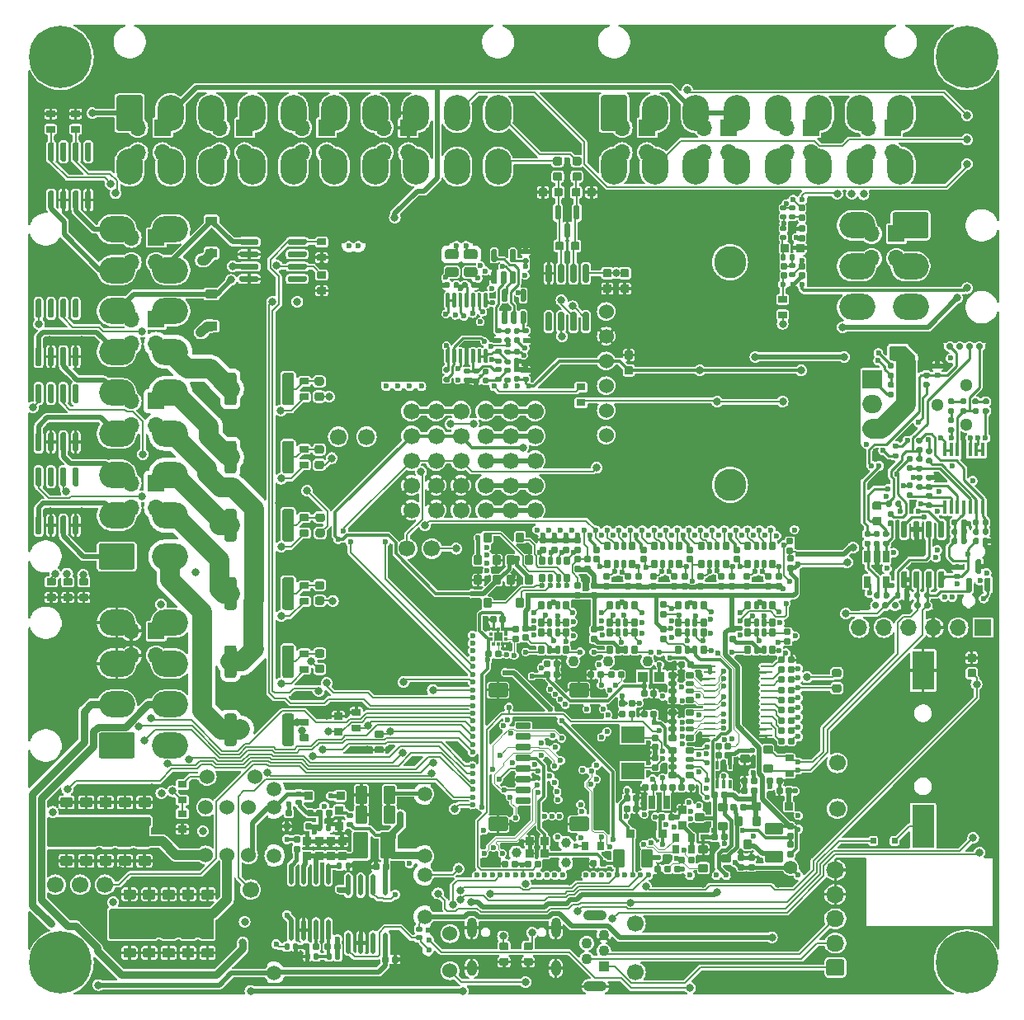
<source format=gbl>
G75*
G70*
%OFA0B0*%
%FSLAX25Y25*%
%IPPOS*%
%LPD*%
%AMOC8*
5,1,8,0,0,1.08239X$1,22.5*
%
%AMM11*
21,1,0.023620,0.018900,0.000000,0.000000,90.000000*
21,1,0.018900,0.023620,0.000000,0.000000,90.000000*
1,1,0.004720,0.009450,0.009450*
1,1,0.004720,0.009450,-0.009450*
1,1,0.004720,-0.009450,-0.009450*
1,1,0.004720,-0.009450,0.009450*
%
%AMM117*
21,1,0.023620,0.018900,0.000000,-0.000000,90.000000*
21,1,0.018900,0.023620,0.000000,-0.000000,90.000000*
1,1,0.004720,0.009450,0.009450*
1,1,0.004720,0.009450,-0.009450*
1,1,0.004720,-0.009450,-0.009450*
1,1,0.004720,-0.009450,0.009450*
%
%AMM118*
21,1,0.019680,0.019680,0.000000,-0.000000,180.000000*
21,1,0.015750,0.023620,0.000000,-0.000000,180.000000*
1,1,0.003940,-0.007870,0.009840*
1,1,0.003940,0.007870,0.009840*
1,1,0.003940,0.007870,-0.009840*
1,1,0.003940,-0.007870,-0.009840*
%
%AMM119*
21,1,0.033470,0.026770,0.000000,-0.000000,180.000000*
21,1,0.026770,0.033470,0.000000,-0.000000,180.000000*
1,1,0.006690,-0.013390,0.013390*
1,1,0.006690,0.013390,0.013390*
1,1,0.006690,0.013390,-0.013390*
1,1,0.006690,-0.013390,-0.013390*
%
%AMM12*
21,1,0.019680,0.019680,0.000000,0.000000,0.000000*
21,1,0.015750,0.023620,0.000000,0.000000,0.000000*
1,1,0.003940,0.007870,-0.009840*
1,1,0.003940,-0.007870,-0.009840*
1,1,0.003940,-0.007870,0.009840*
1,1,0.003940,0.007870,0.009840*
%
%AMM120*
21,1,0.019680,0.019680,0.000000,-0.000000,270.000000*
21,1,0.015750,0.023620,0.000000,-0.000000,270.000000*
1,1,0.003940,-0.009840,-0.007870*
1,1,0.003940,-0.009840,0.007870*
1,1,0.003940,0.009840,0.007870*
1,1,0.003940,0.009840,-0.007870*
%
%AMM13*
21,1,0.019680,0.019680,0.000000,0.000000,270.000000*
21,1,0.015750,0.023620,0.000000,0.000000,270.000000*
1,1,0.003940,-0.009840,-0.007870*
1,1,0.003940,-0.009840,0.007870*
1,1,0.003940,0.009840,0.007870*
1,1,0.003940,0.009840,-0.007870*
%
%AMM183*
21,1,0.025590,0.026380,-0.000000,-0.000000,90.000000*
21,1,0.020470,0.031500,-0.000000,-0.000000,90.000000*
1,1,0.005120,0.013190,0.010240*
1,1,0.005120,0.013190,-0.010240*
1,1,0.005120,-0.013190,-0.010240*
1,1,0.005120,-0.013190,0.010240*
%
%AMM184*
21,1,0.017720,0.027950,-0.000000,-0.000000,90.000000*
21,1,0.014170,0.031500,-0.000000,-0.000000,90.000000*
1,1,0.003540,0.013980,0.007090*
1,1,0.003540,0.013980,-0.007090*
1,1,0.003540,-0.013980,-0.007090*
1,1,0.003540,-0.013980,0.007090*
%
%AMM187*
21,1,0.027560,0.018900,-0.000000,-0.000000,270.000000*
21,1,0.022840,0.023620,-0.000000,-0.000000,270.000000*
1,1,0.004720,-0.009450,-0.011420*
1,1,0.004720,-0.009450,0.011420*
1,1,0.004720,0.009450,0.011420*
1,1,0.004720,0.009450,-0.011420*
%
%AMM189*
21,1,0.027560,0.018900,-0.000000,-0.000000,0.000000*
21,1,0.022840,0.023620,-0.000000,-0.000000,0.000000*
1,1,0.004720,0.011420,-0.009450*
1,1,0.004720,-0.011420,-0.009450*
1,1,0.004720,-0.011420,0.009450*
1,1,0.004720,0.011420,0.009450*
%
%AMM191*
21,1,0.035430,0.030320,-0.000000,-0.000000,90.000000*
21,1,0.028350,0.037400,-0.000000,-0.000000,90.000000*
1,1,0.007090,0.015160,0.014170*
1,1,0.007090,0.015160,-0.014170*
1,1,0.007090,-0.015160,-0.014170*
1,1,0.007090,-0.015160,0.014170*
%
%AMM194*
21,1,0.027560,0.030710,-0.000000,-0.000000,180.000000*
21,1,0.022050,0.036220,-0.000000,-0.000000,180.000000*
1,1,0.005510,-0.011020,0.015350*
1,1,0.005510,0.011020,0.015350*
1,1,0.005510,0.011020,-0.015350*
1,1,0.005510,-0.011020,-0.015350*
%
%AMM215*
21,1,0.033470,0.026770,-0.000000,-0.000000,270.000000*
21,1,0.026770,0.033470,-0.000000,-0.000000,270.000000*
1,1,0.006690,-0.013390,-0.013390*
1,1,0.006690,-0.013390,0.013390*
1,1,0.006690,0.013390,0.013390*
1,1,0.006690,0.013390,-0.013390*
%
%AMM216*
21,1,0.025590,0.026380,-0.000000,-0.000000,180.000000*
21,1,0.020470,0.031500,-0.000000,-0.000000,180.000000*
1,1,0.005120,-0.010240,0.013190*
1,1,0.005120,0.010240,0.013190*
1,1,0.005120,0.010240,-0.013190*
1,1,0.005120,-0.010240,-0.013190*
%
%AMM217*
21,1,0.017720,0.027950,-0.000000,-0.000000,180.000000*
21,1,0.014170,0.031500,-0.000000,-0.000000,180.000000*
1,1,0.003540,-0.007090,0.013980*
1,1,0.003540,0.007090,0.013980*
1,1,0.003540,0.007090,-0.013980*
1,1,0.003540,-0.007090,-0.013980*
%
%AMM218*
21,1,0.033470,0.026770,-0.000000,-0.000000,180.000000*
21,1,0.026770,0.033470,-0.000000,-0.000000,180.000000*
1,1,0.006690,-0.013390,0.013390*
1,1,0.006690,0.013390,0.013390*
1,1,0.006690,0.013390,-0.013390*
1,1,0.006690,-0.013390,-0.013390*
%
%AMM219*
21,1,0.078740,0.045670,-0.000000,-0.000000,0.000000*
21,1,0.067320,0.057090,-0.000000,-0.000000,0.000000*
1,1,0.011420,0.033660,-0.022840*
1,1,0.011420,-0.033660,-0.022840*
1,1,0.011420,-0.033660,0.022840*
1,1,0.011420,0.033660,0.022840*
%
%AMM220*
21,1,0.059060,0.020470,-0.000000,-0.000000,0.000000*
21,1,0.053940,0.025590,-0.000000,-0.000000,0.000000*
1,1,0.005120,0.026970,-0.010240*
1,1,0.005120,-0.026970,-0.010240*
1,1,0.005120,-0.026970,0.010240*
1,1,0.005120,0.026970,0.010240*
%
%AMM221*
21,1,0.035430,0.030320,-0.000000,-0.000000,0.000000*
21,1,0.028350,0.037400,-0.000000,-0.000000,0.000000*
1,1,0.007090,0.014170,-0.015160*
1,1,0.007090,-0.014170,-0.015160*
1,1,0.007090,-0.014170,0.015160*
1,1,0.007090,0.014170,0.015160*
%
%AMM222*
21,1,0.012600,0.028980,-0.000000,-0.000000,0.000000*
21,1,0.010080,0.031500,-0.000000,-0.000000,0.000000*
1,1,0.002520,0.005040,-0.014490*
1,1,0.002520,-0.005040,-0.014490*
1,1,0.002520,-0.005040,0.014490*
1,1,0.002520,0.005040,0.014490*
%
%AMM223*
21,1,0.070870,0.036220,-0.000000,-0.000000,180.000000*
21,1,0.061810,0.045280,-0.000000,-0.000000,180.000000*
1,1,0.009060,-0.030910,0.018110*
1,1,0.009060,0.030910,0.018110*
1,1,0.009060,0.030910,-0.018110*
1,1,0.009060,-0.030910,-0.018110*
%
%AMM224*
21,1,0.035830,0.026770,-0.000000,-0.000000,180.000000*
21,1,0.029130,0.033470,-0.000000,-0.000000,180.000000*
1,1,0.006690,-0.014570,0.013390*
1,1,0.006690,0.014570,0.013390*
1,1,0.006690,0.014570,-0.013390*
1,1,0.006690,-0.014570,-0.013390*
%
%AMM225*
21,1,0.027560,0.049610,-0.000000,-0.000000,180.000000*
21,1,0.022050,0.055120,-0.000000,-0.000000,180.000000*
1,1,0.005510,-0.011020,0.024800*
1,1,0.005510,0.011020,0.024800*
1,1,0.005510,0.011020,-0.024800*
1,1,0.005510,-0.011020,-0.024800*
%
%AMM226*
21,1,0.070870,0.036220,-0.000000,-0.000000,270.000000*
21,1,0.061810,0.045280,-0.000000,-0.000000,270.000000*
1,1,0.009060,-0.018110,-0.030910*
1,1,0.009060,-0.018110,0.030910*
1,1,0.009060,0.018110,0.030910*
1,1,0.009060,0.018110,-0.030910*
%
%AMM227*
21,1,0.027560,0.030710,-0.000000,-0.000000,270.000000*
21,1,0.022050,0.036220,-0.000000,-0.000000,270.000000*
1,1,0.005510,-0.015350,-0.011020*
1,1,0.005510,-0.015350,0.011020*
1,1,0.005510,0.015350,0.011020*
1,1,0.005510,0.015350,-0.011020*
%
%AMM27*
21,1,0.106300,0.050390,0.000000,0.000000,90.000000*
21,1,0.093700,0.062990,0.000000,0.000000,90.000000*
1,1,0.012600,0.025200,0.046850*
1,1,0.012600,0.025200,-0.046850*
1,1,0.012600,-0.025200,-0.046850*
1,1,0.012600,-0.025200,0.046850*
%
%AMM28*
21,1,0.033470,0.026770,0.000000,0.000000,270.000000*
21,1,0.026770,0.033470,0.000000,0.000000,270.000000*
1,1,0.006690,-0.013390,-0.013390*
1,1,0.006690,-0.013390,0.013390*
1,1,0.006690,0.013390,0.013390*
1,1,0.006690,0.013390,-0.013390*
%
%AMM29*
21,1,0.023620,0.018900,0.000000,0.000000,180.000000*
21,1,0.018900,0.023620,0.000000,0.000000,180.000000*
1,1,0.004720,-0.009450,0.009450*
1,1,0.004720,0.009450,0.009450*
1,1,0.004720,0.009450,-0.009450*
1,1,0.004720,-0.009450,-0.009450*
%
%AMM30*
21,1,0.122050,0.075590,0.000000,0.000000,180.000000*
21,1,0.103150,0.094490,0.000000,0.000000,180.000000*
1,1,0.018900,-0.051580,0.037800*
1,1,0.018900,0.051580,0.037800*
1,1,0.018900,0.051580,-0.037800*
1,1,0.018900,-0.051580,-0.037800*
%
%AMM31*
21,1,0.118110,0.083460,0.000000,0.000000,0.000000*
21,1,0.097240,0.104330,0.000000,0.000000,0.000000*
1,1,0.020870,0.048620,-0.041730*
1,1,0.020870,-0.048620,-0.041730*
1,1,0.020870,-0.048620,0.041730*
1,1,0.020870,0.048620,0.041730*
%
%AMM7*
21,1,0.035830,0.026770,0.000000,0.000000,0.000000*
21,1,0.029130,0.033470,0.000000,0.000000,0.000000*
1,1,0.006690,0.014570,-0.013390*
1,1,0.006690,-0.014570,-0.013390*
1,1,0.006690,-0.014570,0.013390*
1,1,0.006690,0.014570,0.013390*
%
%AMM8*
21,1,0.070870,0.036220,0.000000,0.000000,90.000000*
21,1,0.061810,0.045280,0.000000,0.000000,90.000000*
1,1,0.009060,0.018110,0.030910*
1,1,0.009060,0.018110,-0.030910*
1,1,0.009060,-0.018110,-0.030910*
1,1,0.009060,-0.018110,0.030910*
%
%ADD10C,0.00787*%
%ADD101C,0.01968*%
%ADD102C,0.01575*%
%ADD109M7*%
%ADD11R,0.06693X0.06693*%
%ADD110M8*%
%ADD113M11*%
%ADD114M12*%
%ADD115M13*%
%ADD116O,0.00787X0.40158*%
%ADD12O,0.06693X0.06693*%
%ADD13O,0.10630X0.14567*%
%ADD133M27*%
%ADD134M28*%
%ADD135M29*%
%ADD136O,0.01968X0.08661*%
%ADD137M30*%
%ADD138M31*%
%ADD14C,0.06693*%
%ADD15C,0.02756*%
%ADD159C,0.05118*%
%ADD172C,0.03900*%
%ADD18R,0.04331X0.00984*%
%ADD19R,0.03858X0.00984*%
%ADD200C,0.00492*%
%ADD201C,0.01260*%
%ADD202C,0.05512*%
%ADD21R,0.00984X1.08661*%
%ADD23R,0.03740X0.00984*%
%ADD236R,0.01378X0.01476*%
%ADD237R,0.01968X0.01968*%
%ADD239O,0.04961X0.00984*%
%ADD24C,0.03150*%
%ADD241R,0.09449X0.06693*%
%ADD242R,0.01476X0.01378*%
%ADD244R,0.03937X0.04331*%
%ADD25C,0.25197*%
%ADD26C,0.06000*%
%ADD27O,0.07283X0.06693*%
%ADD28C,0.02362*%
%ADD29R,0.24350X0.00984*%
%ADD299M117*%
%ADD30R,0.04390X0.00984*%
%ADD300M118*%
%ADD301M119*%
%ADD302M120*%
%ADD31R,0.00984X0.56201*%
%ADD310R,0.07874X0.07500*%
%ADD311O,0.07874X0.07500*%
%ADD313R,0.01772X0.05709*%
%ADD314R,0.02559X0.04803*%
%ADD32R,0.00984X0.59449*%
%ADD33R,0.20374X0.00984*%
%ADD34R,0.04331X0.04331*%
%ADD35C,0.04331*%
%ADD36O,0.09449X0.04331*%
%ADD37O,0.04823X0.00787*%
%ADD38O,0.00787X0.36614*%
%ADD39C,0.05906*%
%ADD393M183*%
%ADD394M184*%
%ADD397M187*%
%ADD399M189*%
%ADD40O,0.00787X0.12992*%
%ADD401M191*%
%ADD404M194*%
%ADD41O,0.00787X0.40157*%
%ADD42O,0.00787X0.01181*%
%ADD425M215*%
%ADD426M216*%
%ADD427M217*%
%ADD428M218*%
%ADD429M219*%
%ADD43O,0.66929X0.00787*%
%ADD430M220*%
%ADD431M221*%
%ADD432M222*%
%ADD433M223*%
%ADD434M224*%
%ADD435M225*%
%ADD436M226*%
%ADD437M227*%
%ADD44O,0.60630X0.00787*%
%ADD45O,0.00787X0.18898*%
%ADD46O,0.00787X0.10236*%
%ADD47O,0.00787X0.03937*%
%ADD48O,0.00787X0.05906*%
%ADD55O,0.14567X0.10630*%
%ADD59R,0.00787X0.14567*%
%ADD60R,0.00787X0.01575*%
%ADD61R,0.00787X0.06299*%
%ADD62R,0.00787X0.38189*%
%ADD63R,0.00787X0.09055*%
%ADD64R,0.05512X0.00787*%
%ADD65R,0.25197X0.00787*%
%ADD66R,0.06693X0.00787*%
%ADD67R,0.12992X0.00787*%
%ADD68R,0.00787X0.27559*%
%ADD69R,0.00787X0.12992*%
%ADD70R,0.00787X0.24803*%
%ADD72O,0.03937X0.08268*%
%ADD73O,0.03937X0.06299*%
%ADD74C,0.13000*%
%ADD76C,0.01181*%
%ADD77C,0.03937*%
%ADD78C,0.01969*%
%ADD79C,0.00591*%
%ADD86C,0.00984*%
%ADD95R,0.24803X0.00984*%
%ADD96R,0.34449X0.00984*%
%ADD97R,0.09055X0.17323*%
%ADD98R,0.09055X0.15748*%
%ADD99C,0.07874*%
X0000000Y0000000D02*
%LPD*%
G01*
D11*
X0052421Y0207677D03*
D12*
X0042421Y0207677D03*
X0052421Y0197677D03*
X0042421Y0197677D03*
G36*
G01*
X0232087Y0350886D02*
X0232087Y0363484D01*
G75*
G02*
X0233071Y0364469I0000984J0000000D01*
G01*
X0241732Y0364469D01*
G75*
G02*
X0242717Y0363484I0000000J-000984D01*
G01*
X0242717Y0350886D01*
G75*
G02*
X0241732Y0349902I-000984J0000000D01*
G01*
X0233071Y0349902D01*
G75*
G02*
X0232087Y0350886I0000000J0000984D01*
G01*
G37*
D13*
X0253937Y0357185D03*
X0270472Y0357185D03*
X0287008Y0357185D03*
X0303543Y0357185D03*
X0320079Y0357185D03*
X0336614Y0357185D03*
X0353150Y0357185D03*
X0237402Y0335531D03*
X0253937Y0335531D03*
X0270472Y0335531D03*
X0287008Y0335531D03*
X0303543Y0335531D03*
X0320079Y0335531D03*
X0336614Y0335531D03*
X0353150Y0335531D03*
D14*
X0327559Y0075984D03*
D11*
X0052421Y0240748D03*
D12*
X0042421Y0240748D03*
X0052421Y0230748D03*
X0042421Y0230748D03*
D15*
X0384941Y0262795D03*
X0373130Y0262795D03*
X0377067Y0262795D03*
X0381004Y0262795D03*
D18*
X0338287Y0156594D03*
D19*
X0355374Y0156594D03*
D95*
X0378839Y0156594D03*
D21*
X0336614Y0210433D03*
X0390748Y0210433D03*
D96*
X0353346Y0264272D03*
D23*
X0389370Y0264272D03*
D15*
X0346949Y0158106D03*
X0350886Y0158106D03*
X0363862Y0158106D03*
X0359862Y0158106D03*
X0343012Y0158106D03*
D14*
X0163780Y0181102D03*
G36*
G01*
X0036417Y0350886D02*
X0036417Y0363484D01*
G75*
G02*
X0037402Y0364469I0000984J0000000D01*
G01*
X0046063Y0364469D01*
G75*
G02*
X0047047Y0363484I0000000J-000984D01*
G01*
X0047047Y0350886D01*
G75*
G02*
X0046063Y0349902I-000984J0000000D01*
G01*
X0037402Y0349902D01*
G75*
G02*
X0036417Y0350886I0000000J0000984D01*
G01*
G37*
D13*
X0058268Y0357185D03*
X0074803Y0357185D03*
X0091339Y0357185D03*
X0107874Y0357185D03*
X0124409Y0357185D03*
X0140945Y0357185D03*
X0157480Y0357185D03*
X0174016Y0357185D03*
X0190551Y0357185D03*
X0041732Y0335531D03*
X0058268Y0335531D03*
X0074803Y0335531D03*
X0091339Y0335531D03*
X0107874Y0335531D03*
X0124409Y0335531D03*
X0140945Y0335531D03*
X0157480Y0335531D03*
X0174016Y0335531D03*
X0190551Y0335531D03*
D11*
X0154291Y0351280D03*
D12*
X0144291Y0351280D03*
X0154291Y0341280D03*
X0144291Y0341280D03*
D14*
X0125984Y0226378D03*
X0137402Y0226378D03*
X0021811Y0045276D03*
D24*
X0004331Y0379921D03*
X0007098Y0386603D03*
X0007098Y0373240D03*
X0013780Y0389370D03*
D25*
X0013780Y0379921D03*
D24*
X0013780Y0370472D03*
X0020461Y0386603D03*
X0020461Y0373240D03*
X0023228Y0379921D03*
X0370472Y0379921D03*
X0373240Y0386603D03*
X0373240Y0373240D03*
X0379921Y0389370D03*
D25*
X0379921Y0379921D03*
D24*
X0379921Y0370472D03*
X0386603Y0386603D03*
X0386603Y0373240D03*
X0389370Y0379921D03*
D26*
X0072441Y0076575D03*
X0072441Y0057283D03*
G36*
G01*
X0329429Y0008465D02*
X0324114Y0008465D01*
G75*
G02*
X0323130Y0009449I0000000J0000984D01*
G01*
X0323130Y0014173D01*
G75*
G02*
X0324114Y0015157I0000984J0000000D01*
G01*
X0329429Y0015157D01*
G75*
G02*
X0330413Y0014173I0000000J-000984D01*
G01*
X0330413Y0009449D01*
G75*
G02*
X0329429Y0008465I-000984J0000000D01*
G01*
G37*
D27*
X0326772Y0021654D03*
X0326772Y0031496D03*
X0326772Y0041339D03*
X0326772Y0051181D03*
D14*
X0246063Y0029528D03*
D24*
X0004331Y0013780D03*
X0007098Y0020461D03*
X0007098Y0007098D03*
X0013780Y0023228D03*
D25*
X0013780Y0013780D03*
D24*
X0013780Y0004331D03*
X0020461Y0020461D03*
X0020461Y0007098D03*
X0023228Y0013780D03*
D28*
X0193602Y0246752D03*
X0188878Y0246752D03*
X0198327Y0246752D03*
X0203051Y0246752D03*
D29*
X0192549Y0304429D03*
D30*
X0168730Y0304429D03*
D31*
X0204232Y0276821D03*
D32*
X0167028Y0275197D03*
D33*
X0176722Y0245965D03*
D28*
X0177618Y0303543D03*
X0173681Y0303543D03*
D14*
X0011811Y0045276D03*
D34*
X0233268Y0012205D03*
D35*
X0226378Y0015354D03*
X0233268Y0018504D03*
X0226378Y0021654D03*
X0233268Y0024803D03*
D36*
X0229823Y0004134D03*
X0229823Y0032874D03*
D26*
X0081102Y0076575D03*
X0081102Y0057283D03*
D28*
X0313287Y0287894D03*
D37*
X0305512Y0322933D03*
D38*
X0315650Y0305020D03*
X0303445Y0305020D03*
D28*
X0309547Y0287894D03*
X0305807Y0287894D03*
X0309744Y0322146D03*
X0313287Y0322146D03*
D14*
X0090551Y0043307D03*
D39*
X0160925Y0081988D03*
X0160925Y0056791D03*
X0160925Y0049311D03*
X0160925Y0032382D03*
D28*
X0162697Y0022933D03*
X0162697Y0018996D03*
D40*
X0097343Y0066831D03*
D41*
X0097343Y0033366D03*
D42*
X0097343Y0005413D03*
D43*
X0130413Y0005217D03*
D44*
X0133563Y0086319D03*
D39*
X0160925Y0007776D03*
D42*
X0163484Y0086122D03*
D45*
X0163484Y0069587D03*
D46*
X0163484Y0040650D03*
D47*
X0163484Y0026870D03*
D48*
X0163484Y0013878D03*
D39*
X0099902Y0083760D03*
X0099902Y0076476D03*
X0099902Y0056988D03*
X0099902Y0009547D03*
D14*
X0153780Y0181102D03*
D28*
X0125984Y0184941D03*
X0128051Y0188386D03*
X0131004Y0183760D03*
X0144980Y0184055D03*
D11*
X0316890Y0351280D03*
D12*
X0306890Y0351280D03*
X0316890Y0341280D03*
X0306890Y0341280D03*
G36*
G01*
X0042815Y0172638D02*
X0030217Y0172638D01*
G75*
G02*
X0029232Y0173622I0000000J0000984D01*
G01*
X0029232Y0182283D01*
G75*
G02*
X0030217Y0183268I0000984J0000000D01*
G01*
X0042815Y0183268D01*
G75*
G02*
X0043799Y0182283I0000000J-000984D01*
G01*
X0043799Y0173622D01*
G75*
G02*
X0042815Y0172638I-000984J0000000D01*
G01*
G37*
D55*
X0036516Y0194488D03*
X0036516Y0211024D03*
X0036516Y0227559D03*
X0036516Y0244094D03*
X0036516Y0260630D03*
X0036516Y0277165D03*
X0036516Y0293701D03*
X0036516Y0310236D03*
X0058169Y0177953D03*
X0058169Y0194488D03*
X0058169Y0211024D03*
X0058169Y0227559D03*
X0058169Y0244094D03*
X0058169Y0260630D03*
X0058169Y0277165D03*
X0058169Y0293701D03*
X0058169Y0310236D03*
D11*
X0349961Y0351280D03*
D12*
X0339961Y0351280D03*
X0349961Y0341280D03*
X0339961Y0341280D03*
G36*
G01*
X0350886Y0317126D02*
X0363484Y0317126D01*
G75*
G02*
X0364469Y0316142I0000000J-000984D01*
G01*
X0364469Y0307480D01*
G75*
G02*
X0363484Y0306496I-000984J0000000D01*
G01*
X0350886Y0306496D01*
G75*
G02*
X0349902Y0307480I0000000J0000984D01*
G01*
X0349902Y0316142D01*
G75*
G02*
X0350886Y0317126I0000984J0000000D01*
G01*
G37*
D55*
X0357185Y0295276D03*
X0357185Y0278740D03*
X0335531Y0311811D03*
X0335531Y0295276D03*
X0335531Y0278740D03*
D11*
X0121220Y0351280D03*
D12*
X0111220Y0351280D03*
X0121220Y0341280D03*
X0111220Y0341280D03*
D26*
X0089764Y0076575D03*
X0089764Y0057283D03*
D14*
X0155512Y0196693D03*
X0155512Y0206693D03*
X0155512Y0216693D03*
X0155512Y0226693D03*
X0155512Y0236693D03*
X0165512Y0196693D03*
X0165512Y0206693D03*
X0165512Y0216693D03*
X0165512Y0226693D03*
X0165512Y0236693D03*
X0175512Y0196693D03*
X0175512Y0206693D03*
X0175512Y0216693D03*
X0175512Y0226693D03*
X0175512Y0236693D03*
X0246063Y0009843D03*
D26*
X0171160Y0025491D03*
X0171160Y0010491D03*
D11*
X0351437Y0308465D03*
D12*
X0341437Y0308465D03*
X0351437Y0298465D03*
X0341437Y0298465D03*
G36*
G01*
X0042815Y0096260D02*
X0030217Y0096260D01*
G75*
G02*
X0029232Y0097244I0000000J0000984D01*
G01*
X0029232Y0105906D01*
G75*
G02*
X0030217Y0106890I0000984J0000000D01*
G01*
X0042815Y0106890D01*
G75*
G02*
X0043799Y0105906I0000000J-000984D01*
G01*
X0043799Y0097244D01*
G75*
G02*
X0042815Y0096260I-000984J0000000D01*
G01*
G37*
D55*
X0036516Y0118110D03*
X0036516Y0134646D03*
X0036516Y0151181D03*
X0058169Y0101575D03*
X0058169Y0118110D03*
X0058169Y0134646D03*
X0058169Y0151181D03*
D14*
X0327559Y0094488D03*
D28*
X0180315Y0162992D03*
X0180315Y0146063D03*
X0180315Y0142913D03*
X0180315Y0139764D03*
X0180315Y0136614D03*
X0180315Y0133465D03*
X0180315Y0130315D03*
X0180315Y0127165D03*
X0180315Y0124016D03*
X0180315Y0120866D03*
X0180315Y0117717D03*
X0180315Y0114567D03*
X0180315Y0111417D03*
X0180315Y0108268D03*
X0180315Y0105118D03*
X0180315Y0101969D03*
X0180315Y0098819D03*
X0180315Y0093307D03*
X0180315Y0090158D03*
X0180315Y0087008D03*
X0180315Y0083858D03*
X0180315Y0080709D03*
X0180315Y0077559D03*
D59*
X0312598Y0058465D03*
D60*
X0312598Y0070472D03*
D59*
X0312598Y0082480D03*
D61*
X0312598Y0100000D03*
D62*
X0312598Y0153740D03*
D63*
X0312598Y0185236D03*
D64*
X0305512Y0189370D03*
D65*
X0297244Y0048425D03*
D66*
X0273425Y0048425D03*
D67*
X0259646Y0048425D03*
D64*
X0221260Y0048425D03*
D65*
X0191732Y0189370D03*
D68*
X0179528Y0061811D03*
D60*
X0179528Y0096063D03*
D69*
X0179528Y0154528D03*
D70*
X0179528Y0177362D03*
D28*
X0181890Y0049213D03*
X0185039Y0049213D03*
X0188189Y0049213D03*
X0191339Y0049213D03*
X0194488Y0049213D03*
X0197638Y0049213D03*
X0200787Y0049213D03*
X0203937Y0049213D03*
X0207087Y0049213D03*
X0210236Y0049213D03*
X0213386Y0049213D03*
X0216535Y0049213D03*
X0225984Y0049213D03*
X0229134Y0049213D03*
X0232283Y0049213D03*
X0235433Y0049213D03*
X0238583Y0049213D03*
X0241732Y0049213D03*
X0244882Y0049213D03*
X0248032Y0049213D03*
X0251181Y0049213D03*
X0268110Y0049213D03*
X0278740Y0049213D03*
X0282677Y0049213D03*
X0311811Y0049213D03*
X0206299Y0188583D03*
X0211024Y0188583D03*
X0215748Y0188583D03*
X0220472Y0188583D03*
X0225197Y0188583D03*
X0229921Y0188583D03*
X0234646Y0188583D03*
X0239370Y0188583D03*
X0244094Y0188583D03*
X0248819Y0188583D03*
X0253543Y0188583D03*
X0258268Y0188583D03*
X0262992Y0188583D03*
X0267717Y0188583D03*
X0272441Y0188583D03*
X0277165Y0188583D03*
X0281890Y0188583D03*
X0286614Y0188583D03*
X0291339Y0188583D03*
X0296063Y0188583D03*
X0300787Y0188583D03*
X0310236Y0188583D03*
X0311811Y0178740D03*
X0311811Y0174803D03*
X0311811Y0132677D03*
X0311811Y0128740D03*
X0311811Y0124803D03*
X0311811Y0120866D03*
X0311811Y0116929D03*
X0311811Y0112992D03*
X0311811Y0109055D03*
X0311811Y0105118D03*
X0311811Y0094882D03*
X0311811Y0091732D03*
X0311811Y0073228D03*
X0311811Y0067717D03*
D11*
X0250748Y0351280D03*
D12*
X0240748Y0351280D03*
X0250748Y0341280D03*
X0240748Y0341280D03*
D72*
X0179843Y0027972D03*
D73*
X0179843Y0011516D03*
D72*
X0213858Y0027972D03*
D73*
X0213858Y0011516D03*
D24*
X0370472Y0013780D03*
X0373240Y0020461D03*
X0373240Y0007098D03*
X0379921Y0023228D03*
D25*
X0379921Y0013780D03*
D24*
X0379921Y0004331D03*
X0386603Y0020461D03*
X0386603Y0007098D03*
X0389370Y0013780D03*
D28*
X0150098Y0246752D03*
X0145374Y0246752D03*
X0154823Y0246752D03*
X0159547Y0246752D03*
D29*
X0149045Y0304429D03*
D30*
X0125226Y0304429D03*
D31*
X0160728Y0276821D03*
D32*
X0123524Y0275197D03*
D33*
X0133219Y0245965D03*
D28*
X0134114Y0303543D03*
X0130177Y0303543D03*
D11*
X0055079Y0351280D03*
D12*
X0045079Y0351280D03*
X0055079Y0341280D03*
X0045079Y0341280D03*
D11*
X0052421Y0306890D03*
D12*
X0042421Y0306890D03*
X0052421Y0296890D03*
X0042421Y0296890D03*
D26*
X0073031Y0088976D03*
X0092323Y0088976D03*
D11*
X0088150Y0351280D03*
D12*
X0078150Y0351280D03*
X0088150Y0341280D03*
X0078150Y0341280D03*
D11*
X0386417Y0149213D03*
D12*
X0376417Y0149213D03*
X0366417Y0149213D03*
X0356417Y0149213D03*
X0346417Y0149213D03*
X0336417Y0149213D03*
D11*
X0052421Y0273819D03*
D12*
X0042421Y0273819D03*
X0052421Y0263819D03*
X0042421Y0263819D03*
D11*
X0052421Y0147835D03*
D12*
X0042421Y0147835D03*
X0052421Y0137835D03*
X0042421Y0137835D03*
D11*
X0283819Y0351280D03*
D12*
X0273819Y0351280D03*
X0283819Y0341280D03*
X0273819Y0341280D03*
D74*
X0284265Y0296969D03*
X0284265Y0206969D03*
D26*
X0234265Y0276969D03*
X0234265Y0266969D03*
X0234265Y0256969D03*
X0234265Y0246969D03*
X0234265Y0236969D03*
X0234265Y0226969D03*
D14*
X0031811Y0045276D03*
X0185512Y0196693D03*
X0185512Y0206693D03*
X0185512Y0216693D03*
X0185512Y0226693D03*
X0185512Y0236693D03*
X0195512Y0196693D03*
X0195512Y0206693D03*
X0195512Y0216693D03*
X0195512Y0226693D03*
X0195512Y0236693D03*
X0205512Y0196693D03*
X0205512Y0206693D03*
X0205512Y0216693D03*
X0205512Y0226693D03*
X0205512Y0236693D03*
G36*
G01*
X0214173Y0319910D02*
X0215354Y0319910D01*
G75*
G02*
X0215945Y0319319I0000000J-000591D01*
G01*
X0215945Y0314693D01*
G75*
G02*
X0215354Y0314102I-000591J0000000D01*
G01*
X0214173Y0314102D01*
G75*
G02*
X0213583Y0314693I0000000J0000591D01*
G01*
X0213583Y0319319D01*
G75*
G02*
X0214173Y0319910I0000591J0000000D01*
G01*
G37*
G36*
G01*
X0221654Y0319910D02*
X0222835Y0319910D01*
G75*
G02*
X0223425Y0319319I0000000J-000591D01*
G01*
X0223425Y0314693D01*
G75*
G02*
X0222835Y0314102I-000591J0000000D01*
G01*
X0221654Y0314102D01*
G75*
G02*
X0221063Y0314693I0000000J0000591D01*
G01*
X0221063Y0319319D01*
G75*
G02*
X0221654Y0319910I0000591J0000000D01*
G01*
G37*
G36*
G01*
X0217913Y0312528D02*
X0219094Y0312528D01*
G75*
G02*
X0219685Y0311937I0000000J-000591D01*
G01*
X0219685Y0307311D01*
G75*
G02*
X0219094Y0306721I-000591J0000000D01*
G01*
X0217913Y0306721D01*
G75*
G02*
X0217323Y0307311I0000000J0000591D01*
G01*
X0217323Y0311937D01*
G75*
G02*
X0217913Y0312528I0000591J0000000D01*
G01*
G37*
G36*
G01*
X0049803Y0052992D02*
X0045669Y0052992D01*
G75*
G02*
X0045276Y0053386I0000000J0000394D01*
G01*
X0045276Y0056535D01*
G75*
G02*
X0045669Y0056929I0000394J0000000D01*
G01*
X0049803Y0056929D01*
G75*
G02*
X0050197Y0056535I0000000J-000394D01*
G01*
X0050197Y0053386D01*
G75*
G02*
X0049803Y0052992I-000394J0000000D01*
G01*
G37*
G36*
G01*
X0049803Y0060866D02*
X0045669Y0060866D01*
G75*
G02*
X0045276Y0061260I0000000J0000394D01*
G01*
X0045276Y0064409D01*
G75*
G02*
X0045669Y0064803I0000394J0000000D01*
G01*
X0049803Y0064803D01*
G75*
G02*
X0050197Y0064409I0000000J-000394D01*
G01*
X0050197Y0061260D01*
G75*
G02*
X0049803Y0060866I-000394J0000000D01*
G01*
G37*
G36*
G01*
X0241969Y0261083D02*
X0244646Y0261083D01*
G75*
G02*
X0244980Y0260748I0000000J-000335D01*
G01*
X0244980Y0258071D01*
G75*
G02*
X0244646Y0257736I-000335J0000000D01*
G01*
X0241969Y0257736D01*
G75*
G02*
X0241634Y0258071I0000000J0000335D01*
G01*
X0241634Y0260748D01*
G75*
G02*
X0241969Y0261083I0000335J0000000D01*
G01*
G37*
G36*
G01*
X0241969Y0254862D02*
X0244646Y0254862D01*
G75*
G02*
X0244980Y0254528I0000000J-000335D01*
G01*
X0244980Y0251850D01*
G75*
G02*
X0244646Y0251516I-000335J0000000D01*
G01*
X0241969Y0251516D01*
G75*
G02*
X0241634Y0251850I0000000J0000335D01*
G01*
X0241634Y0254528D01*
G75*
G02*
X0241969Y0254862I0000335J0000000D01*
G01*
G37*
G36*
G01*
X0076811Y0298819D02*
X0072795Y0298819D01*
G75*
G02*
X0072441Y0299173I0000000J0000354D01*
G01*
X0072441Y0302008D01*
G75*
G02*
X0072795Y0302362I0000354J0000000D01*
G01*
X0076811Y0302362D01*
G75*
G02*
X0077165Y0302008I0000000J-000354D01*
G01*
X0077165Y0299173D01*
G75*
G02*
X0076811Y0298819I-000354J0000000D01*
G01*
G37*
G36*
G01*
X0076811Y0311811D02*
X0072795Y0311811D01*
G75*
G02*
X0072441Y0312165I0000000J0000354D01*
G01*
X0072441Y0315000D01*
G75*
G02*
X0072795Y0315354I0000354J0000000D01*
G01*
X0076811Y0315354D01*
G75*
G02*
X0077165Y0315000I0000000J-000354D01*
G01*
X0077165Y0312165D01*
G75*
G02*
X0076811Y0311811I-000354J0000000D01*
G01*
G37*
D97*
X0362205Y0068898D03*
D98*
X0362205Y0131890D03*
G36*
G01*
X0004311Y0247638D02*
X0005492Y0247638D01*
G75*
G02*
X0006083Y0247047I0000000J-000591D01*
G01*
X0006083Y0240551D01*
G75*
G02*
X0005492Y0239961I-000591J0000000D01*
G01*
X0004311Y0239961D01*
G75*
G02*
X0003720Y0240551I0000000J0000591D01*
G01*
X0003720Y0247047D01*
G75*
G02*
X0004311Y0247638I0000591J0000000D01*
G01*
G37*
G36*
G01*
X0009311Y0247638D02*
X0010492Y0247638D01*
G75*
G02*
X0011083Y0247047I0000000J-000591D01*
G01*
X0011083Y0240551D01*
G75*
G02*
X0010492Y0239961I-000591J0000000D01*
G01*
X0009311Y0239961D01*
G75*
G02*
X0008720Y0240551I0000000J0000591D01*
G01*
X0008720Y0247047D01*
G75*
G02*
X0009311Y0247638I0000591J0000000D01*
G01*
G37*
G36*
G01*
X0014311Y0247638D02*
X0015492Y0247638D01*
G75*
G02*
X0016083Y0247047I0000000J-000591D01*
G01*
X0016083Y0240551D01*
G75*
G02*
X0015492Y0239961I-000591J0000000D01*
G01*
X0014311Y0239961D01*
G75*
G02*
X0013720Y0240551I0000000J0000591D01*
G01*
X0013720Y0247047D01*
G75*
G02*
X0014311Y0247638I0000591J0000000D01*
G01*
G37*
G36*
G01*
X0019311Y0247638D02*
X0020492Y0247638D01*
G75*
G02*
X0021083Y0247047I0000000J-000591D01*
G01*
X0021083Y0240551D01*
G75*
G02*
X0020492Y0239961I-000591J0000000D01*
G01*
X0019311Y0239961D01*
G75*
G02*
X0018720Y0240551I0000000J0000591D01*
G01*
X0018720Y0247047D01*
G75*
G02*
X0019311Y0247638I0000591J0000000D01*
G01*
G37*
G36*
G01*
X0019311Y0228150D02*
X0020492Y0228150D01*
G75*
G02*
X0021083Y0227559I0000000J-000591D01*
G01*
X0021083Y0221063D01*
G75*
G02*
X0020492Y0220472I-000591J0000000D01*
G01*
X0019311Y0220472D01*
G75*
G02*
X0018720Y0221063I0000000J0000591D01*
G01*
X0018720Y0227559D01*
G75*
G02*
X0019311Y0228150I0000591J0000000D01*
G01*
G37*
G36*
G01*
X0014311Y0228150D02*
X0015492Y0228150D01*
G75*
G02*
X0016083Y0227559I0000000J-000591D01*
G01*
X0016083Y0221063D01*
G75*
G02*
X0015492Y0220472I-000591J0000000D01*
G01*
X0014311Y0220472D01*
G75*
G02*
X0013720Y0221063I0000000J0000591D01*
G01*
X0013720Y0227559D01*
G75*
G02*
X0014311Y0228150I0000591J0000000D01*
G01*
G37*
G36*
G01*
X0009311Y0228150D02*
X0010492Y0228150D01*
G75*
G02*
X0011083Y0227559I0000000J-000591D01*
G01*
X0011083Y0221063D01*
G75*
G02*
X0010492Y0220472I-000591J0000000D01*
G01*
X0009311Y0220472D01*
G75*
G02*
X0008720Y0221063I0000000J0000591D01*
G01*
X0008720Y0227559D01*
G75*
G02*
X0009311Y0228150I0000591J0000000D01*
G01*
G37*
G36*
G01*
X0004311Y0228150D02*
X0005492Y0228150D01*
G75*
G02*
X0006083Y0227559I0000000J-000591D01*
G01*
X0006083Y0221063D01*
G75*
G02*
X0005492Y0220472I-000591J0000000D01*
G01*
X0004311Y0220472D01*
G75*
G02*
X0003720Y0221063I0000000J0000591D01*
G01*
X0003720Y0227559D01*
G75*
G02*
X0004311Y0228150I0000591J0000000D01*
G01*
G37*
G36*
G01*
X0011575Y0160039D02*
X0008504Y0160039D01*
G75*
G02*
X0008228Y0160315I0000000J0000276D01*
G01*
X0008228Y0162520D01*
G75*
G02*
X0008504Y0162795I0000276J0000000D01*
G01*
X0011575Y0162795D01*
G75*
G02*
X0011850Y0162520I0000000J-000276D01*
G01*
X0011850Y0160315D01*
G75*
G02*
X0011575Y0160039I-000276J0000000D01*
G01*
G37*
G36*
G01*
X0011575Y0166339D02*
X0008504Y0166339D01*
G75*
G02*
X0008228Y0166614I0000000J0000276D01*
G01*
X0008228Y0168819D01*
G75*
G02*
X0008504Y0169094I0000276J0000000D01*
G01*
X0011575Y0169094D01*
G75*
G02*
X0011850Y0168819I0000000J-000276D01*
G01*
X0011850Y0166614D01*
G75*
G02*
X0011575Y0166339I-000276J0000000D01*
G01*
G37*
G36*
G01*
X0229941Y0326535D02*
X0229941Y0323858D01*
G75*
G02*
X0229606Y0323524I-000335J0000000D01*
G01*
X0226929Y0323524D01*
G75*
G02*
X0226594Y0323858I0000000J0000335D01*
G01*
X0226594Y0326535D01*
G75*
G02*
X0226929Y0326870I0000335J0000000D01*
G01*
X0229606Y0326870D01*
G75*
G02*
X0229941Y0326535I0000000J-000335D01*
G01*
G37*
G36*
G01*
X0223720Y0326535D02*
X0223720Y0323858D01*
G75*
G02*
X0223386Y0323524I-000335J0000000D01*
G01*
X0220709Y0323524D01*
G75*
G02*
X0220374Y0323858I0000000J0000335D01*
G01*
X0220374Y0326535D01*
G75*
G02*
X0220709Y0326870I0000335J0000000D01*
G01*
X0223386Y0326870D01*
G75*
G02*
X0223720Y0326535I0000000J-000335D01*
G01*
G37*
G36*
G01*
X0026181Y0052992D02*
X0022047Y0052992D01*
G75*
G02*
X0021654Y0053386I0000000J0000394D01*
G01*
X0021654Y0056535D01*
G75*
G02*
X0022047Y0056929I0000394J0000000D01*
G01*
X0026181Y0056929D01*
G75*
G02*
X0026575Y0056535I0000000J-000394D01*
G01*
X0026575Y0053386D01*
G75*
G02*
X0026181Y0052992I-000394J0000000D01*
G01*
G37*
G36*
G01*
X0026181Y0060866D02*
X0022047Y0060866D01*
G75*
G02*
X0021654Y0061260I0000000J0000394D01*
G01*
X0021654Y0064409D01*
G75*
G02*
X0022047Y0064803I0000394J0000000D01*
G01*
X0026181Y0064803D01*
G75*
G02*
X0026575Y0064409I0000000J-000394D01*
G01*
X0026575Y0061260D01*
G75*
G02*
X0026181Y0060866I-000394J0000000D01*
G01*
G37*
G36*
G01*
X0380551Y0138642D02*
X0383228Y0138642D01*
G75*
G02*
X0383563Y0138307I0000000J-000335D01*
G01*
X0383563Y0135630D01*
G75*
G02*
X0383228Y0135295I-000335J0000000D01*
G01*
X0380551Y0135295D01*
G75*
G02*
X0380217Y0135630I0000000J0000335D01*
G01*
X0380217Y0138307D01*
G75*
G02*
X0380551Y0138642I0000335J0000000D01*
G01*
G37*
G36*
G01*
X0380551Y0132421D02*
X0383228Y0132421D01*
G75*
G02*
X0383563Y0132087I0000000J-000335D01*
G01*
X0383563Y0129409D01*
G75*
G02*
X0383228Y0129075I-000335J0000000D01*
G01*
X0380551Y0129075D01*
G75*
G02*
X0380217Y0129409I0000000J0000335D01*
G01*
X0380217Y0132087D01*
G75*
G02*
X0380551Y0132421I0000335J0000000D01*
G01*
G37*
G36*
G01*
X0213720Y0302134D02*
X0213720Y0304811D01*
G75*
G02*
X0214055Y0305146I0000335J0000000D01*
G01*
X0216732Y0305146D01*
G75*
G02*
X0217067Y0304811I0000000J-000335D01*
G01*
X0217067Y0302134D01*
G75*
G02*
X0216732Y0301799I-000335J0000000D01*
G01*
X0214055Y0301799D01*
G75*
G02*
X0213720Y0302134I0000000J0000335D01*
G01*
G37*
G36*
G01*
X0219941Y0302134D02*
X0219941Y0304811D01*
G75*
G02*
X0220276Y0305146I0000335J0000000D01*
G01*
X0222953Y0305146D01*
G75*
G02*
X0223287Y0304811I0000000J-000335D01*
G01*
X0223287Y0302134D01*
G75*
G02*
X0222953Y0301799I-000335J0000000D01*
G01*
X0220276Y0301799D01*
G75*
G02*
X0219941Y0302134I0000000J0000335D01*
G01*
G37*
G36*
G01*
X0024764Y0160039D02*
X0021693Y0160039D01*
G75*
G02*
X0021417Y0160315I0000000J0000276D01*
G01*
X0021417Y0162520D01*
G75*
G02*
X0021693Y0162795I0000276J0000000D01*
G01*
X0024764Y0162795D01*
G75*
G02*
X0025039Y0162520I0000000J-000276D01*
G01*
X0025039Y0160315D01*
G75*
G02*
X0024764Y0160039I-000276J0000000D01*
G01*
G37*
G36*
G01*
X0024764Y0166339D02*
X0021693Y0166339D01*
G75*
G02*
X0021417Y0166614I0000000J0000276D01*
G01*
X0021417Y0168819D01*
G75*
G02*
X0021693Y0169094I0000276J0000000D01*
G01*
X0024764Y0169094D01*
G75*
G02*
X0025039Y0168819I0000000J-000276D01*
G01*
X0025039Y0166614D01*
G75*
G02*
X0024764Y0166339I-000276J0000000D01*
G01*
G37*
G36*
G01*
X0063287Y0043307D02*
X0067421Y0043307D01*
G75*
G02*
X0067815Y0042913I0000000J-000394D01*
G01*
X0067815Y0039764D01*
G75*
G02*
X0067421Y0039370I-000394J0000000D01*
G01*
X0063287Y0039370D01*
G75*
G02*
X0062894Y0039764I0000000J0000394D01*
G01*
X0062894Y0042913D01*
G75*
G02*
X0063287Y0043307I0000394J0000000D01*
G01*
G37*
G36*
G01*
X0063287Y0035433D02*
X0067421Y0035433D01*
G75*
G02*
X0067815Y0035039I0000000J-000394D01*
G01*
X0067815Y0031890D01*
G75*
G02*
X0067421Y0031496I-000394J0000000D01*
G01*
X0063287Y0031496D01*
G75*
G02*
X0062894Y0031890I0000000J0000394D01*
G01*
X0062894Y0035039D01*
G75*
G02*
X0063287Y0035433I0000394J0000000D01*
G01*
G37*
G36*
G01*
X0108169Y0251280D02*
X0108169Y0240059D01*
G75*
G02*
X0107185Y0239075I-000984J0000000D01*
G01*
X0104331Y0239075D01*
G75*
G02*
X0103346Y0240059I0000000J0000984D01*
G01*
X0103346Y0251280D01*
G75*
G02*
X0104331Y0252264I0000984J0000000D01*
G01*
X0107185Y0252264D01*
G75*
G02*
X0108169Y0251280I0000000J-000984D01*
G01*
G37*
G36*
G01*
X0084843Y0251280D02*
X0084843Y0240059D01*
G75*
G02*
X0083858Y0239075I-000984J0000000D01*
G01*
X0081004Y0239075D01*
G75*
G02*
X0080020Y0240059I0000000J0000984D01*
G01*
X0080020Y0251280D01*
G75*
G02*
X0081004Y0252264I0000984J0000000D01*
G01*
X0083858Y0252264D01*
G75*
G02*
X0084843Y0251280I0000000J-000984D01*
G01*
G37*
G36*
G01*
X0029921Y0080551D02*
X0034055Y0080551D01*
G75*
G02*
X0034449Y0080157I0000000J-000394D01*
G01*
X0034449Y0077008D01*
G75*
G02*
X0034055Y0076614I-000394J0000000D01*
G01*
X0029921Y0076614D01*
G75*
G02*
X0029528Y0077008I0000000J0000394D01*
G01*
X0029528Y0080157D01*
G75*
G02*
X0029921Y0080551I0000394J0000000D01*
G01*
G37*
G36*
G01*
X0029921Y0072677D02*
X0034055Y0072677D01*
G75*
G02*
X0034449Y0072283I0000000J-000394D01*
G01*
X0034449Y0069134D01*
G75*
G02*
X0034055Y0068740I-000394J0000000D01*
G01*
X0029921Y0068740D01*
G75*
G02*
X0029528Y0069134I0000000J0000394D01*
G01*
X0029528Y0072283D01*
G75*
G02*
X0029921Y0072677I0000394J0000000D01*
G01*
G37*
G36*
G01*
X0075295Y0015748D02*
X0071161Y0015748D01*
G75*
G02*
X0070768Y0016142I0000000J0000394D01*
G01*
X0070768Y0019291D01*
G75*
G02*
X0071161Y0019685I0000394J0000000D01*
G01*
X0075295Y0019685D01*
G75*
G02*
X0075689Y0019291I0000000J-000394D01*
G01*
X0075689Y0016142D01*
G75*
G02*
X0075295Y0015748I-000394J0000000D01*
G01*
G37*
G36*
G01*
X0075295Y0023622D02*
X0071161Y0023622D01*
G75*
G02*
X0070768Y0024016I0000000J0000394D01*
G01*
X0070768Y0027165D01*
G75*
G02*
X0071161Y0027559I0000394J0000000D01*
G01*
X0075295Y0027559D01*
G75*
G02*
X0075689Y0027165I0000000J-000394D01*
G01*
X0075689Y0024016D01*
G75*
G02*
X0075295Y0023622I-000394J0000000D01*
G01*
G37*
G36*
G01*
X0210413Y0296260D02*
X0211594Y0296260D01*
G75*
G02*
X0212185Y0295669I0000000J-000591D01*
G01*
X0212185Y0289173D01*
G75*
G02*
X0211594Y0288583I-000591J0000000D01*
G01*
X0210413Y0288583D01*
G75*
G02*
X0209823Y0289173I0000000J0000591D01*
G01*
X0209823Y0295669D01*
G75*
G02*
X0210413Y0296260I0000591J0000000D01*
G01*
G37*
G36*
G01*
X0215413Y0296260D02*
X0216594Y0296260D01*
G75*
G02*
X0217185Y0295669I0000000J-000591D01*
G01*
X0217185Y0289173D01*
G75*
G02*
X0216594Y0288583I-000591J0000000D01*
G01*
X0215413Y0288583D01*
G75*
G02*
X0214823Y0289173I0000000J0000591D01*
G01*
X0214823Y0295669D01*
G75*
G02*
X0215413Y0296260I0000591J0000000D01*
G01*
G37*
G36*
G01*
X0220413Y0296260D02*
X0221594Y0296260D01*
G75*
G02*
X0222185Y0295669I0000000J-000591D01*
G01*
X0222185Y0289173D01*
G75*
G02*
X0221594Y0288583I-000591J0000000D01*
G01*
X0220413Y0288583D01*
G75*
G02*
X0219823Y0289173I0000000J0000591D01*
G01*
X0219823Y0295669D01*
G75*
G02*
X0220413Y0296260I0000591J0000000D01*
G01*
G37*
G36*
G01*
X0225413Y0296260D02*
X0226594Y0296260D01*
G75*
G02*
X0227185Y0295669I0000000J-000591D01*
G01*
X0227185Y0289173D01*
G75*
G02*
X0226594Y0288583I-000591J0000000D01*
G01*
X0225413Y0288583D01*
G75*
G02*
X0224823Y0289173I0000000J0000591D01*
G01*
X0224823Y0295669D01*
G75*
G02*
X0225413Y0296260I0000591J0000000D01*
G01*
G37*
G36*
G01*
X0225413Y0276772D02*
X0226594Y0276772D01*
G75*
G02*
X0227185Y0276181I0000000J-000591D01*
G01*
X0227185Y0269685D01*
G75*
G02*
X0226594Y0269094I-000591J0000000D01*
G01*
X0225413Y0269094D01*
G75*
G02*
X0224823Y0269685I0000000J0000591D01*
G01*
X0224823Y0276181D01*
G75*
G02*
X0225413Y0276772I0000591J0000000D01*
G01*
G37*
G36*
G01*
X0220413Y0276772D02*
X0221594Y0276772D01*
G75*
G02*
X0222185Y0276181I0000000J-000591D01*
G01*
X0222185Y0269685D01*
G75*
G02*
X0221594Y0269094I-000591J0000000D01*
G01*
X0220413Y0269094D01*
G75*
G02*
X0219823Y0269685I0000000J0000591D01*
G01*
X0219823Y0276181D01*
G75*
G02*
X0220413Y0276772I0000591J0000000D01*
G01*
G37*
G36*
G01*
X0215413Y0276772D02*
X0216594Y0276772D01*
G75*
G02*
X0217185Y0276181I0000000J-000591D01*
G01*
X0217185Y0269685D01*
G75*
G02*
X0216594Y0269094I-000591J0000000D01*
G01*
X0215413Y0269094D01*
G75*
G02*
X0214823Y0269685I0000000J0000591D01*
G01*
X0214823Y0276181D01*
G75*
G02*
X0215413Y0276772I0000591J0000000D01*
G01*
G37*
G36*
G01*
X0210413Y0276772D02*
X0211594Y0276772D01*
G75*
G02*
X0212185Y0276181I0000000J-000591D01*
G01*
X0212185Y0269685D01*
G75*
G02*
X0211594Y0269094I-000591J0000000D01*
G01*
X0210413Y0269094D01*
G75*
G02*
X0209823Y0269685I0000000J0000591D01*
G01*
X0209823Y0276181D01*
G75*
G02*
X0210413Y0276772I0000591J0000000D01*
G01*
G37*
G36*
G01*
X0014173Y0080551D02*
X0018307Y0080551D01*
G75*
G02*
X0018701Y0080157I0000000J-000394D01*
G01*
X0018701Y0077008D01*
G75*
G02*
X0018307Y0076614I-000394J0000000D01*
G01*
X0014173Y0076614D01*
G75*
G02*
X0013780Y0077008I0000000J0000394D01*
G01*
X0013780Y0080157D01*
G75*
G02*
X0014173Y0080551I0000394J0000000D01*
G01*
G37*
G36*
G01*
X0014173Y0072677D02*
X0018307Y0072677D01*
G75*
G02*
X0018701Y0072283I0000000J-000394D01*
G01*
X0018701Y0069134D01*
G75*
G02*
X0018307Y0068740I-000394J0000000D01*
G01*
X0014173Y0068740D01*
G75*
G02*
X0013780Y0069134I0000000J0000394D01*
G01*
X0013780Y0072283D01*
G75*
G02*
X0014173Y0072677I0000394J0000000D01*
G01*
G37*
G36*
G01*
X0108169Y0168602D02*
X0108169Y0157382D01*
G75*
G02*
X0107185Y0156398I-000984J0000000D01*
G01*
X0104331Y0156398D01*
G75*
G02*
X0103346Y0157382I0000000J0000984D01*
G01*
X0103346Y0168602D01*
G75*
G02*
X0104331Y0169587I0000984J0000000D01*
G01*
X0107185Y0169587D01*
G75*
G02*
X0108169Y0168602I0000000J-000984D01*
G01*
G37*
G36*
G01*
X0084843Y0168602D02*
X0084843Y0157382D01*
G75*
G02*
X0083858Y0156398I-000984J0000000D01*
G01*
X0081004Y0156398D01*
G75*
G02*
X0080020Y0157382I0000000J0000984D01*
G01*
X0080020Y0168602D01*
G75*
G02*
X0081004Y0169587I0000984J0000000D01*
G01*
X0083858Y0169587D01*
G75*
G02*
X0084843Y0168602I0000000J-000984D01*
G01*
G37*
G36*
G01*
X0004311Y0213976D02*
X0005492Y0213976D01*
G75*
G02*
X0006083Y0213386I0000000J-000591D01*
G01*
X0006083Y0206890D01*
G75*
G02*
X0005492Y0206299I-000591J0000000D01*
G01*
X0004311Y0206299D01*
G75*
G02*
X0003720Y0206890I0000000J0000591D01*
G01*
X0003720Y0213386D01*
G75*
G02*
X0004311Y0213976I0000591J0000000D01*
G01*
G37*
G36*
G01*
X0009311Y0213976D02*
X0010492Y0213976D01*
G75*
G02*
X0011083Y0213386I0000000J-000591D01*
G01*
X0011083Y0206890D01*
G75*
G02*
X0010492Y0206299I-000591J0000000D01*
G01*
X0009311Y0206299D01*
G75*
G02*
X0008720Y0206890I0000000J0000591D01*
G01*
X0008720Y0213386D01*
G75*
G02*
X0009311Y0213976I0000591J0000000D01*
G01*
G37*
G36*
G01*
X0014311Y0213976D02*
X0015492Y0213976D01*
G75*
G02*
X0016083Y0213386I0000000J-000591D01*
G01*
X0016083Y0206890D01*
G75*
G02*
X0015492Y0206299I-000591J0000000D01*
G01*
X0014311Y0206299D01*
G75*
G02*
X0013720Y0206890I0000000J0000591D01*
G01*
X0013720Y0213386D01*
G75*
G02*
X0014311Y0213976I0000591J0000000D01*
G01*
G37*
G36*
G01*
X0019311Y0213976D02*
X0020492Y0213976D01*
G75*
G02*
X0021083Y0213386I0000000J-000591D01*
G01*
X0021083Y0206890D01*
G75*
G02*
X0020492Y0206299I-000591J0000000D01*
G01*
X0019311Y0206299D01*
G75*
G02*
X0018720Y0206890I0000000J0000591D01*
G01*
X0018720Y0213386D01*
G75*
G02*
X0019311Y0213976I0000591J0000000D01*
G01*
G37*
G36*
G01*
X0019311Y0194488D02*
X0020492Y0194488D01*
G75*
G02*
X0021083Y0193898I0000000J-000591D01*
G01*
X0021083Y0187402D01*
G75*
G02*
X0020492Y0186811I-000591J0000000D01*
G01*
X0019311Y0186811D01*
G75*
G02*
X0018720Y0187402I0000000J0000591D01*
G01*
X0018720Y0193898D01*
G75*
G02*
X0019311Y0194488I0000591J0000000D01*
G01*
G37*
G36*
G01*
X0014311Y0194488D02*
X0015492Y0194488D01*
G75*
G02*
X0016083Y0193898I0000000J-000591D01*
G01*
X0016083Y0187402D01*
G75*
G02*
X0015492Y0186811I-000591J0000000D01*
G01*
X0014311Y0186811D01*
G75*
G02*
X0013720Y0187402I0000000J0000591D01*
G01*
X0013720Y0193898D01*
G75*
G02*
X0014311Y0194488I0000591J0000000D01*
G01*
G37*
G36*
G01*
X0009311Y0194488D02*
X0010492Y0194488D01*
G75*
G02*
X0011083Y0193898I0000000J-000591D01*
G01*
X0011083Y0187402D01*
G75*
G02*
X0010492Y0186811I-000591J0000000D01*
G01*
X0009311Y0186811D01*
G75*
G02*
X0008720Y0187402I0000000J0000591D01*
G01*
X0008720Y0193898D01*
G75*
G02*
X0009311Y0194488I0000591J0000000D01*
G01*
G37*
G36*
G01*
X0004311Y0194488D02*
X0005492Y0194488D01*
G75*
G02*
X0006083Y0193898I0000000J-000591D01*
G01*
X0006083Y0187402D01*
G75*
G02*
X0005492Y0186811I-000591J0000000D01*
G01*
X0004311Y0186811D01*
G75*
G02*
X0003720Y0187402I0000000J0000591D01*
G01*
X0003720Y0193898D01*
G75*
G02*
X0004311Y0194488I0000591J0000000D01*
G01*
G37*
G36*
G01*
X0235984Y0284587D02*
X0233307Y0284587D01*
G75*
G02*
X0232972Y0284921I0000000J0000335D01*
G01*
X0232972Y0287598D01*
G75*
G02*
X0233307Y0287933I0000335J0000000D01*
G01*
X0235984Y0287933D01*
G75*
G02*
X0236319Y0287598I0000000J-000335D01*
G01*
X0236319Y0284921D01*
G75*
G02*
X0235984Y0284587I-000335J0000000D01*
G01*
G37*
G36*
G01*
X0235984Y0290807D02*
X0233307Y0290807D01*
G75*
G02*
X0232972Y0291142I0000000J0000335D01*
G01*
X0232972Y0293819D01*
G75*
G02*
X0233307Y0294154I0000335J0000000D01*
G01*
X0235984Y0294154D01*
G75*
G02*
X0236319Y0293819I0000000J-000335D01*
G01*
X0236319Y0291142D01*
G75*
G02*
X0235984Y0290807I-000335J0000000D01*
G01*
G37*
G36*
G01*
X0117495Y0140453D02*
X0119513Y0140453D01*
G75*
G02*
X0120374Y0139592I0000000J-000861D01*
G01*
X0120374Y0137869D01*
G75*
G02*
X0119513Y0137008I-000861J0000000D01*
G01*
X0117495Y0137008D01*
G75*
G02*
X0116634Y0137869I0000000J0000861D01*
G01*
X0116634Y0139592D01*
G75*
G02*
X0117495Y0140453I0000861J0000000D01*
G01*
G37*
G36*
G01*
X0117495Y0134252D02*
X0119513Y0134252D01*
G75*
G02*
X0120374Y0133391I0000000J-000861D01*
G01*
X0120374Y0131668D01*
G75*
G02*
X0119513Y0130807I-000861J0000000D01*
G01*
X0117495Y0130807D01*
G75*
G02*
X0116634Y0131668I0000000J0000861D01*
G01*
X0116634Y0133391D01*
G75*
G02*
X0117495Y0134252I0000861J0000000D01*
G01*
G37*
G36*
G01*
X0039665Y0043307D02*
X0043799Y0043307D01*
G75*
G02*
X0044193Y0042913I0000000J-000394D01*
G01*
X0044193Y0039764D01*
G75*
G02*
X0043799Y0039370I-000394J0000000D01*
G01*
X0039665Y0039370D01*
G75*
G02*
X0039272Y0039764I0000000J0000394D01*
G01*
X0039272Y0042913D01*
G75*
G02*
X0039665Y0043307I0000394J0000000D01*
G01*
G37*
G36*
G01*
X0039665Y0035433D02*
X0043799Y0035433D01*
G75*
G02*
X0044193Y0035039I0000000J-000394D01*
G01*
X0044193Y0031890D01*
G75*
G02*
X0043799Y0031496I-000394J0000000D01*
G01*
X0039665Y0031496D01*
G75*
G02*
X0039272Y0031890I0000000J0000394D01*
G01*
X0039272Y0035039D01*
G75*
G02*
X0039665Y0035433I0000394J0000000D01*
G01*
G37*
G36*
G01*
X0043799Y0015748D02*
X0039665Y0015748D01*
G75*
G02*
X0039272Y0016142I0000000J0000394D01*
G01*
X0039272Y0019291D01*
G75*
G02*
X0039665Y0019685I0000394J0000000D01*
G01*
X0043799Y0019685D01*
G75*
G02*
X0044193Y0019291I0000000J-000394D01*
G01*
X0044193Y0016142D01*
G75*
G02*
X0043799Y0015748I-000394J0000000D01*
G01*
G37*
G36*
G01*
X0043799Y0023622D02*
X0039665Y0023622D01*
G75*
G02*
X0039272Y0024016I0000000J0000394D01*
G01*
X0039272Y0027165D01*
G75*
G02*
X0039665Y0027559I0000394J0000000D01*
G01*
X0043799Y0027559D01*
G75*
G02*
X0044193Y0027165I0000000J-000394D01*
G01*
X0044193Y0024016D01*
G75*
G02*
X0043799Y0023622I-000394J0000000D01*
G01*
G37*
G36*
G01*
X0117298Y0250492D02*
X0119316Y0250492D01*
G75*
G02*
X0120177Y0249631I0000000J-000861D01*
G01*
X0120177Y0247908D01*
G75*
G02*
X0119316Y0247047I-000861J0000000D01*
G01*
X0117298Y0247047D01*
G75*
G02*
X0116437Y0247908I0000000J0000861D01*
G01*
X0116437Y0249631D01*
G75*
G02*
X0117298Y0250492I0000861J0000000D01*
G01*
G37*
G36*
G01*
X0117298Y0244291D02*
X0119316Y0244291D01*
G75*
G02*
X0120177Y0243430I0000000J-000861D01*
G01*
X0120177Y0241708D01*
G75*
G02*
X0119316Y0240846I-000861J0000000D01*
G01*
X0117298Y0240846D01*
G75*
G02*
X0116437Y0241708I0000000J0000861D01*
G01*
X0116437Y0243430D01*
G75*
G02*
X0117298Y0244291I0000861J0000000D01*
G01*
G37*
G36*
G01*
X0108169Y0141043D02*
X0108169Y0129823D01*
G75*
G02*
X0107185Y0128839I-000984J0000000D01*
G01*
X0104331Y0128839D01*
G75*
G02*
X0103346Y0129823I0000000J0000984D01*
G01*
X0103346Y0141043D01*
G75*
G02*
X0104331Y0142028I0000984J0000000D01*
G01*
X0107185Y0142028D01*
G75*
G02*
X0108169Y0141043I0000000J-000984D01*
G01*
G37*
G36*
G01*
X0084843Y0141043D02*
X0084843Y0129823D01*
G75*
G02*
X0083858Y0128839I-000984J0000000D01*
G01*
X0081004Y0128839D01*
G75*
G02*
X0080020Y0129823I0000000J0000984D01*
G01*
X0080020Y0141043D01*
G75*
G02*
X0081004Y0142028I0000984J0000000D01*
G01*
X0083858Y0142028D01*
G75*
G02*
X0084843Y0141043I0000000J-000984D01*
G01*
G37*
G36*
G01*
X0108169Y0223720D02*
X0108169Y0212500D01*
G75*
G02*
X0107185Y0211516I-000984J0000000D01*
G01*
X0104331Y0211516D01*
G75*
G02*
X0103346Y0212500I0000000J0000984D01*
G01*
X0103346Y0223720D01*
G75*
G02*
X0104331Y0224705I0000984J0000000D01*
G01*
X0107185Y0224705D01*
G75*
G02*
X0108169Y0223720I0000000J-000984D01*
G01*
G37*
G36*
G01*
X0084843Y0223720D02*
X0084843Y0212500D01*
G75*
G02*
X0083858Y0211516I-000984J0000000D01*
G01*
X0081004Y0211516D01*
G75*
G02*
X0080020Y0212500I0000000J0000984D01*
G01*
X0080020Y0223720D01*
G75*
G02*
X0081004Y0224705I0000984J0000000D01*
G01*
X0083858Y0224705D01*
G75*
G02*
X0084843Y0223720I0000000J-000984D01*
G01*
G37*
G36*
G01*
X0037795Y0080551D02*
X0041929Y0080551D01*
G75*
G02*
X0042323Y0080157I0000000J-000394D01*
G01*
X0042323Y0077008D01*
G75*
G02*
X0041929Y0076614I-000394J0000000D01*
G01*
X0037795Y0076614D01*
G75*
G02*
X0037402Y0077008I0000000J0000394D01*
G01*
X0037402Y0080157D01*
G75*
G02*
X0037795Y0080551I0000394J0000000D01*
G01*
G37*
G36*
G01*
X0037795Y0072677D02*
X0041929Y0072677D01*
G75*
G02*
X0042323Y0072283I0000000J-000394D01*
G01*
X0042323Y0069134D01*
G75*
G02*
X0041929Y0068740I-000394J0000000D01*
G01*
X0037795Y0068740D01*
G75*
G02*
X0037402Y0069134I0000000J0000394D01*
G01*
X0037402Y0072283D01*
G75*
G02*
X0037795Y0072677I0000394J0000000D01*
G01*
G37*
G36*
G01*
X0326353Y0132579D02*
X0328371Y0132579D01*
G75*
G02*
X0329232Y0131718I0000000J-000861D01*
G01*
X0329232Y0129995D01*
G75*
G02*
X0328371Y0129134I-000861J0000000D01*
G01*
X0326353Y0129134D01*
G75*
G02*
X0325492Y0129995I0000000J0000861D01*
G01*
X0325492Y0131718D01*
G75*
G02*
X0326353Y0132579I0000861J0000000D01*
G01*
G37*
G36*
G01*
X0326353Y0126378D02*
X0328371Y0126378D01*
G75*
G02*
X0329232Y0125517I0000000J-000861D01*
G01*
X0329232Y0123794D01*
G75*
G02*
X0328371Y0122933I-000861J0000000D01*
G01*
X0326353Y0122933D01*
G75*
G02*
X0325492Y0123794I0000000J0000861D01*
G01*
X0325492Y0125517D01*
G75*
G02*
X0326353Y0126378I0000861J0000000D01*
G01*
G37*
G36*
G01*
X0076811Y0269291D02*
X0072795Y0269291D01*
G75*
G02*
X0072441Y0269646I0000000J0000354D01*
G01*
X0072441Y0272480D01*
G75*
G02*
X0072795Y0272835I0000354J0000000D01*
G01*
X0076811Y0272835D01*
G75*
G02*
X0077165Y0272480I0000000J-000354D01*
G01*
X0077165Y0269646D01*
G75*
G02*
X0076811Y0269291I-000354J0000000D01*
G01*
G37*
G36*
G01*
X0076811Y0282283D02*
X0072795Y0282283D01*
G75*
G02*
X0072441Y0282638I0000000J0000354D01*
G01*
X0072441Y0285472D01*
G75*
G02*
X0072795Y0285827I0000354J0000000D01*
G01*
X0076811Y0285827D01*
G75*
G02*
X0077165Y0285472I0000000J-000354D01*
G01*
X0077165Y0282638D01*
G75*
G02*
X0076811Y0282283I-000354J0000000D01*
G01*
G37*
G36*
G01*
X0343071Y0061811D02*
X0341181Y0061811D01*
G75*
G02*
X0340945Y0062047I0000000J0000236D01*
G01*
X0340945Y0063937D01*
G75*
G02*
X0341181Y0064173I0000236J0000000D01*
G01*
X0343071Y0064173D01*
G75*
G02*
X0343307Y0063937I0000000J-000236D01*
G01*
X0343307Y0062047D01*
G75*
G02*
X0343071Y0061811I-000236J0000000D01*
G01*
G37*
G36*
G01*
X0351732Y0061811D02*
X0349843Y0061811D01*
G75*
G02*
X0349606Y0062047I0000000J0000236D01*
G01*
X0349606Y0063937D01*
G75*
G02*
X0349843Y0064173I0000236J0000000D01*
G01*
X0351732Y0064173D01*
G75*
G02*
X0351969Y0063937I0000000J-000236D01*
G01*
X0351969Y0062047D01*
G75*
G02*
X0351732Y0061811I-000236J0000000D01*
G01*
G37*
G36*
G01*
X0113789Y0186024D02*
X0110719Y0186024D01*
G75*
G02*
X0110443Y0186299I0000000J0000276D01*
G01*
X0110443Y0188504D01*
G75*
G02*
X0110719Y0188780I0000276J0000000D01*
G01*
X0113789Y0188780D01*
G75*
G02*
X0114065Y0188504I0000000J-000276D01*
G01*
X0114065Y0186299D01*
G75*
G02*
X0113789Y0186024I-000276J0000000D01*
G01*
G37*
G36*
G01*
X0113789Y0192323D02*
X0110719Y0192323D01*
G75*
G02*
X0110443Y0192598I0000000J0000276D01*
G01*
X0110443Y0194803D01*
G75*
G02*
X0110719Y0195079I0000276J0000000D01*
G01*
X0113789Y0195079D01*
G75*
G02*
X0114065Y0194803I0000000J-000276D01*
G01*
X0114065Y0192598D01*
G75*
G02*
X0113789Y0192323I-000276J0000000D01*
G01*
G37*
G36*
G01*
X0124449Y0114764D02*
X0127520Y0114764D01*
G75*
G02*
X0127795Y0114488I0000000J-000276D01*
G01*
X0127795Y0112283D01*
G75*
G02*
X0127520Y0112008I-000276J0000000D01*
G01*
X0124449Y0112008D01*
G75*
G02*
X0124173Y0112283I0000000J0000276D01*
G01*
X0124173Y0114488D01*
G75*
G02*
X0124449Y0114764I0000276J0000000D01*
G01*
G37*
G36*
G01*
X0124449Y0108465D02*
X0127520Y0108465D01*
G75*
G02*
X0127795Y0108189I0000000J-000276D01*
G01*
X0127795Y0105984D01*
G75*
G02*
X0127520Y0105709I-000276J0000000D01*
G01*
X0124449Y0105709D01*
G75*
G02*
X0124173Y0105984I0000000J0000276D01*
G01*
X0124173Y0108189D01*
G75*
G02*
X0124449Y0108465I0000276J0000000D01*
G01*
G37*
G36*
G01*
X0059547Y0015748D02*
X0055413Y0015748D01*
G75*
G02*
X0055020Y0016142I0000000J0000394D01*
G01*
X0055020Y0019291D01*
G75*
G02*
X0055413Y0019685I0000394J0000000D01*
G01*
X0059547Y0019685D01*
G75*
G02*
X0059941Y0019291I0000000J-000394D01*
G01*
X0059941Y0016142D01*
G75*
G02*
X0059547Y0015748I-000394J0000000D01*
G01*
G37*
G36*
G01*
X0059547Y0023622D02*
X0055413Y0023622D01*
G75*
G02*
X0055020Y0024016I0000000J0000394D01*
G01*
X0055020Y0027165D01*
G75*
G02*
X0055413Y0027559I0000394J0000000D01*
G01*
X0059547Y0027559D01*
G75*
G02*
X0059941Y0027165I0000000J-000394D01*
G01*
X0059941Y0024016D01*
G75*
G02*
X0059547Y0023622I-000394J0000000D01*
G01*
G37*
G36*
G01*
X0117495Y0168012D02*
X0119513Y0168012D01*
G75*
G02*
X0120374Y0167151I0000000J-000861D01*
G01*
X0120374Y0165428D01*
G75*
G02*
X0119513Y0164567I-000861J0000000D01*
G01*
X0117495Y0164567D01*
G75*
G02*
X0116634Y0165428I0000000J0000861D01*
G01*
X0116634Y0167151D01*
G75*
G02*
X0117495Y0168012I0000861J0000000D01*
G01*
G37*
G36*
G01*
X0117495Y0161811D02*
X0119513Y0161811D01*
G75*
G02*
X0120374Y0160950I0000000J-000861D01*
G01*
X0120374Y0159227D01*
G75*
G02*
X0119513Y0158366I-000861J0000000D01*
G01*
X0117495Y0158366D01*
G75*
G02*
X0116634Y0159227I0000000J0000861D01*
G01*
X0116634Y0160950D01*
G75*
G02*
X0117495Y0161811I0000861J0000000D01*
G01*
G37*
G36*
G01*
X0113789Y0158465D02*
X0110719Y0158465D01*
G75*
G02*
X0110443Y0158740I0000000J0000276D01*
G01*
X0110443Y0160945D01*
G75*
G02*
X0110719Y0161220I0000276J0000000D01*
G01*
X0113789Y0161220D01*
G75*
G02*
X0114065Y0160945I0000000J-000276D01*
G01*
X0114065Y0158740D01*
G75*
G02*
X0113789Y0158465I-000276J0000000D01*
G01*
G37*
G36*
G01*
X0113789Y0164764D02*
X0110719Y0164764D01*
G75*
G02*
X0110443Y0165039I0000000J0000276D01*
G01*
X0110443Y0167244D01*
G75*
G02*
X0110719Y0167520I0000276J0000000D01*
G01*
X0113789Y0167520D01*
G75*
G02*
X0114065Y0167244I0000000J-000276D01*
G01*
X0114065Y0165039D01*
G75*
G02*
X0113789Y0164764I-000276J0000000D01*
G01*
G37*
G36*
G01*
X0194449Y0012710D02*
X0191378Y0012710D01*
G75*
G02*
X0191102Y0012986I0000000J0000276D01*
G01*
X0191102Y0015190D01*
G75*
G02*
X0191378Y0015466I0000276J0000000D01*
G01*
X0194449Y0015466D01*
G75*
G02*
X0194724Y0015190I0000000J-000276D01*
G01*
X0194724Y0012986D01*
G75*
G02*
X0194449Y0012710I-000276J0000000D01*
G01*
G37*
G36*
G01*
X0194449Y0019009D02*
X0191378Y0019009D01*
G75*
G02*
X0191102Y0019285I0000000J0000276D01*
G01*
X0191102Y0021489D01*
G75*
G02*
X0191378Y0021765I0000276J0000000D01*
G01*
X0194449Y0021765D01*
G75*
G02*
X0194724Y0021489I0000000J-000276D01*
G01*
X0194724Y0019285D01*
G75*
G02*
X0194449Y0019009I-000276J0000000D01*
G01*
G37*
G36*
G01*
X0113789Y0130906D02*
X0110719Y0130906D01*
G75*
G02*
X0110443Y0131181I0000000J0000276D01*
G01*
X0110443Y0133386D01*
G75*
G02*
X0110719Y0133661I0000276J0000000D01*
G01*
X0113789Y0133661D01*
G75*
G02*
X0114065Y0133386I0000000J-000276D01*
G01*
X0114065Y0131181D01*
G75*
G02*
X0113789Y0130906I-000276J0000000D01*
G01*
G37*
G36*
G01*
X0113789Y0137205D02*
X0110719Y0137205D01*
G75*
G02*
X0110443Y0137480I0000000J0000276D01*
G01*
X0110443Y0139685D01*
G75*
G02*
X0110719Y0139961I0000276J0000000D01*
G01*
X0113789Y0139961D01*
G75*
G02*
X0114065Y0139685I0000000J-000276D01*
G01*
X0114065Y0137480D01*
G75*
G02*
X0113789Y0137205I-000276J0000000D01*
G01*
G37*
G36*
G01*
X0117692Y0195374D02*
X0119710Y0195374D01*
G75*
G02*
X0120571Y0194513I0000000J-000861D01*
G01*
X0120571Y0192790D01*
G75*
G02*
X0119710Y0191929I-000861J0000000D01*
G01*
X0117692Y0191929D01*
G75*
G02*
X0116831Y0192790I0000000J0000861D01*
G01*
X0116831Y0194513D01*
G75*
G02*
X0117692Y0195374I0000861J0000000D01*
G01*
G37*
G36*
G01*
X0117692Y0189173D02*
X0119710Y0189173D01*
G75*
G02*
X0120571Y0188312I0000000J-000861D01*
G01*
X0120571Y0186590D01*
G75*
G02*
X0119710Y0185728I-000861J0000000D01*
G01*
X0117692Y0185728D01*
G75*
G02*
X0116831Y0186590I0000000J0000861D01*
G01*
X0116831Y0188312D01*
G75*
G02*
X0117692Y0189173I0000861J0000000D01*
G01*
G37*
G36*
G01*
X0243071Y0284587D02*
X0240394Y0284587D01*
G75*
G02*
X0240059Y0284921I0000000J0000335D01*
G01*
X0240059Y0287598D01*
G75*
G02*
X0240394Y0287933I0000335J0000000D01*
G01*
X0243071Y0287933D01*
G75*
G02*
X0243406Y0287598I0000000J-000335D01*
G01*
X0243406Y0284921D01*
G75*
G02*
X0243071Y0284587I-000335J0000000D01*
G01*
G37*
G36*
G01*
X0243071Y0290807D02*
X0240394Y0290807D01*
G75*
G02*
X0240059Y0291142I0000000J0000335D01*
G01*
X0240059Y0293819D01*
G75*
G02*
X0240394Y0294154I0000335J0000000D01*
G01*
X0243071Y0294154D01*
G75*
G02*
X0243406Y0293819I0000000J-000335D01*
G01*
X0243406Y0291142D01*
G75*
G02*
X0243071Y0290807I-000335J0000000D01*
G01*
G37*
G36*
G01*
X0021417Y0349213D02*
X0018346Y0349213D01*
G75*
G02*
X0018071Y0349488I0000000J0000276D01*
G01*
X0018071Y0351693D01*
G75*
G02*
X0018346Y0351969I0000276J0000000D01*
G01*
X0021417Y0351969D01*
G75*
G02*
X0021693Y0351693I0000000J-000276D01*
G01*
X0021693Y0349488D01*
G75*
G02*
X0021417Y0349213I-000276J0000000D01*
G01*
G37*
G36*
G01*
X0021417Y0355512D02*
X0018346Y0355512D01*
G75*
G02*
X0018071Y0355787I0000000J0000276D01*
G01*
X0018071Y0357992D01*
G75*
G02*
X0018346Y0358268I0000276J0000000D01*
G01*
X0021417Y0358268D01*
G75*
G02*
X0021693Y0357992I0000000J-000276D01*
G01*
X0021693Y0355787D01*
G75*
G02*
X0021417Y0355512I-000276J0000000D01*
G01*
G37*
G36*
G01*
X0004311Y0282087D02*
X0005492Y0282087D01*
G75*
G02*
X0006083Y0281496I0000000J-000591D01*
G01*
X0006083Y0275000D01*
G75*
G02*
X0005492Y0274409I-000591J0000000D01*
G01*
X0004311Y0274409D01*
G75*
G02*
X0003720Y0275000I0000000J0000591D01*
G01*
X0003720Y0281496D01*
G75*
G02*
X0004311Y0282087I0000591J0000000D01*
G01*
G37*
G36*
G01*
X0009311Y0282087D02*
X0010492Y0282087D01*
G75*
G02*
X0011083Y0281496I0000000J-000591D01*
G01*
X0011083Y0275000D01*
G75*
G02*
X0010492Y0274409I-000591J0000000D01*
G01*
X0009311Y0274409D01*
G75*
G02*
X0008720Y0275000I0000000J0000591D01*
G01*
X0008720Y0281496D01*
G75*
G02*
X0009311Y0282087I0000591J0000000D01*
G01*
G37*
G36*
G01*
X0014311Y0282087D02*
X0015492Y0282087D01*
G75*
G02*
X0016083Y0281496I0000000J-000591D01*
G01*
X0016083Y0275000D01*
G75*
G02*
X0015492Y0274409I-000591J0000000D01*
G01*
X0014311Y0274409D01*
G75*
G02*
X0013720Y0275000I0000000J0000591D01*
G01*
X0013720Y0281496D01*
G75*
G02*
X0014311Y0282087I0000591J0000000D01*
G01*
G37*
G36*
G01*
X0019311Y0282087D02*
X0020492Y0282087D01*
G75*
G02*
X0021083Y0281496I0000000J-000591D01*
G01*
X0021083Y0275000D01*
G75*
G02*
X0020492Y0274409I-000591J0000000D01*
G01*
X0019311Y0274409D01*
G75*
G02*
X0018720Y0275000I0000000J0000591D01*
G01*
X0018720Y0281496D01*
G75*
G02*
X0019311Y0282087I0000591J0000000D01*
G01*
G37*
G36*
G01*
X0019311Y0262598D02*
X0020492Y0262598D01*
G75*
G02*
X0021083Y0262008I0000000J-000591D01*
G01*
X0021083Y0255512D01*
G75*
G02*
X0020492Y0254921I-000591J0000000D01*
G01*
X0019311Y0254921D01*
G75*
G02*
X0018720Y0255512I0000000J0000591D01*
G01*
X0018720Y0262008D01*
G75*
G02*
X0019311Y0262598I0000591J0000000D01*
G01*
G37*
G36*
G01*
X0014311Y0262598D02*
X0015492Y0262598D01*
G75*
G02*
X0016083Y0262008I0000000J-000591D01*
G01*
X0016083Y0255512D01*
G75*
G02*
X0015492Y0254921I-000591J0000000D01*
G01*
X0014311Y0254921D01*
G75*
G02*
X0013720Y0255512I0000000J0000591D01*
G01*
X0013720Y0262008D01*
G75*
G02*
X0014311Y0262598I0000591J0000000D01*
G01*
G37*
G36*
G01*
X0009311Y0262598D02*
X0010492Y0262598D01*
G75*
G02*
X0011083Y0262008I0000000J-000591D01*
G01*
X0011083Y0255512D01*
G75*
G02*
X0010492Y0254921I-000591J0000000D01*
G01*
X0009311Y0254921D01*
G75*
G02*
X0008720Y0255512I0000000J0000591D01*
G01*
X0008720Y0262008D01*
G75*
G02*
X0009311Y0262598I0000591J0000000D01*
G01*
G37*
G36*
G01*
X0004311Y0262598D02*
X0005492Y0262598D01*
G75*
G02*
X0006083Y0262008I0000000J-000591D01*
G01*
X0006083Y0255512D01*
G75*
G02*
X0005492Y0254921I-000591J0000000D01*
G01*
X0004311Y0254921D01*
G75*
G02*
X0003720Y0255512I0000000J0000591D01*
G01*
X0003720Y0262008D01*
G75*
G02*
X0004311Y0262598I0000591J0000000D01*
G01*
G37*
G36*
G01*
X0144055Y0098425D02*
X0140984Y0098425D01*
G75*
G02*
X0140709Y0098701I0000000J0000276D01*
G01*
X0140709Y0100906D01*
G75*
G02*
X0140984Y0101181I0000276J0000000D01*
G01*
X0144055Y0101181D01*
G75*
G02*
X0144331Y0100906I0000000J-000276D01*
G01*
X0144331Y0098701D01*
G75*
G02*
X0144055Y0098425I-000276J0000000D01*
G01*
G37*
G36*
G01*
X0144055Y0104724D02*
X0140984Y0104724D01*
G75*
G02*
X0140709Y0105000I0000000J0000276D01*
G01*
X0140709Y0107205D01*
G75*
G02*
X0140984Y0107480I0000276J0000000D01*
G01*
X0144055Y0107480D01*
G75*
G02*
X0144331Y0107205I0000000J-000276D01*
G01*
X0144331Y0105000D01*
G75*
G02*
X0144055Y0104724I-000276J0000000D01*
G01*
G37*
G36*
G01*
X0108169Y0196161D02*
X0108169Y0184941D01*
G75*
G02*
X0107185Y0183957I-000984J0000000D01*
G01*
X0104331Y0183957D01*
G75*
G02*
X0103346Y0184941I0000000J0000984D01*
G01*
X0103346Y0196161D01*
G75*
G02*
X0104331Y0197146I0000984J0000000D01*
G01*
X0107185Y0197146D01*
G75*
G02*
X0108169Y0196161I0000000J-000984D01*
G01*
G37*
G36*
G01*
X0084843Y0196161D02*
X0084843Y0184941D01*
G75*
G02*
X0083858Y0183957I-000984J0000000D01*
G01*
X0081004Y0183957D01*
G75*
G02*
X0080020Y0184941I0000000J0000984D01*
G01*
X0080020Y0196161D01*
G75*
G02*
X0081004Y0197146I0000984J0000000D01*
G01*
X0083858Y0197146D01*
G75*
G02*
X0084843Y0196161I0000000J-000984D01*
G01*
G37*
G36*
G01*
X0113789Y0103346D02*
X0110719Y0103346D01*
G75*
G02*
X0110443Y0103622I0000000J0000276D01*
G01*
X0110443Y0105827D01*
G75*
G02*
X0110719Y0106102I0000276J0000000D01*
G01*
X0113789Y0106102D01*
G75*
G02*
X0114065Y0105827I0000000J-000276D01*
G01*
X0114065Y0103622D01*
G75*
G02*
X0113789Y0103346I-000276J0000000D01*
G01*
G37*
G36*
G01*
X0113789Y0109646D02*
X0110719Y0109646D01*
G75*
G02*
X0110443Y0109921I0000000J0000276D01*
G01*
X0110443Y0112126D01*
G75*
G02*
X0110719Y0112402I0000276J0000000D01*
G01*
X0113789Y0112402D01*
G75*
G02*
X0114065Y0112126I0000000J-000276D01*
G01*
X0114065Y0109921D01*
G75*
G02*
X0113789Y0109646I-000276J0000000D01*
G01*
G37*
G36*
G01*
X0213558Y0339469D02*
X0215576Y0339469D01*
G75*
G02*
X0216437Y0338607I0000000J-000861D01*
G01*
X0216437Y0336885D01*
G75*
G02*
X0215576Y0336024I-000861J0000000D01*
G01*
X0213558Y0336024D01*
G75*
G02*
X0212697Y0336885I0000000J0000861D01*
G01*
X0212697Y0338607D01*
G75*
G02*
X0213558Y0339469I0000861J0000000D01*
G01*
G37*
G36*
G01*
X0213558Y0333268D02*
X0215576Y0333268D01*
G75*
G02*
X0216437Y0332406I0000000J-000861D01*
G01*
X0216437Y0330684D01*
G75*
G02*
X0215576Y0329823I-000861J0000000D01*
G01*
X0213558Y0329823D01*
G75*
G02*
X0212697Y0330684I0000000J0000861D01*
G01*
X0212697Y0332406D01*
G75*
G02*
X0213558Y0333268I0000861J0000000D01*
G01*
G37*
G36*
G01*
X0055413Y0043307D02*
X0059547Y0043307D01*
G75*
G02*
X0059941Y0042913I0000000J-000394D01*
G01*
X0059941Y0039764D01*
G75*
G02*
X0059547Y0039370I-000394J0000000D01*
G01*
X0055413Y0039370D01*
G75*
G02*
X0055020Y0039764I0000000J0000394D01*
G01*
X0055020Y0042913D01*
G75*
G02*
X0055413Y0043307I0000394J0000000D01*
G01*
G37*
G36*
G01*
X0055413Y0035433D02*
X0059547Y0035433D01*
G75*
G02*
X0059941Y0035039I0000000J-000394D01*
G01*
X0059941Y0031890D01*
G75*
G02*
X0059547Y0031496I-000394J0000000D01*
G01*
X0055413Y0031496D01*
G75*
G02*
X0055020Y0031890I0000000J0000394D01*
G01*
X0055020Y0035039D01*
G75*
G02*
X0055413Y0035433I0000394J0000000D01*
G01*
G37*
G36*
G01*
X0113789Y0241142D02*
X0110719Y0241142D01*
G75*
G02*
X0110443Y0241417I0000000J0000276D01*
G01*
X0110443Y0243622D01*
G75*
G02*
X0110719Y0243898I0000276J0000000D01*
G01*
X0113789Y0243898D01*
G75*
G02*
X0114065Y0243622I0000000J-000276D01*
G01*
X0114065Y0241417D01*
G75*
G02*
X0113789Y0241142I-000276J0000000D01*
G01*
G37*
G36*
G01*
X0113789Y0247441D02*
X0110719Y0247441D01*
G75*
G02*
X0110443Y0247717I0000000J0000276D01*
G01*
X0110443Y0249921D01*
G75*
G02*
X0110719Y0250197I0000276J0000000D01*
G01*
X0113789Y0250197D01*
G75*
G02*
X0114065Y0249921I0000000J-000276D01*
G01*
X0114065Y0247717D01*
G75*
G02*
X0113789Y0247441I-000276J0000000D01*
G01*
G37*
G36*
G01*
X0067421Y0015748D02*
X0063287Y0015748D01*
G75*
G02*
X0062894Y0016142I0000000J0000394D01*
G01*
X0062894Y0019291D01*
G75*
G02*
X0063287Y0019685I0000394J0000000D01*
G01*
X0067421Y0019685D01*
G75*
G02*
X0067815Y0019291I0000000J-000394D01*
G01*
X0067815Y0016142D01*
G75*
G02*
X0067421Y0015748I-000394J0000000D01*
G01*
G37*
G36*
G01*
X0067421Y0023622D02*
X0063287Y0023622D01*
G75*
G02*
X0062894Y0024016I0000000J0000394D01*
G01*
X0062894Y0027165D01*
G75*
G02*
X0063287Y0027559I0000394J0000000D01*
G01*
X0067421Y0027559D01*
G75*
G02*
X0067815Y0027165I0000000J-000394D01*
G01*
X0067815Y0024016D01*
G75*
G02*
X0067421Y0023622I-000394J0000000D01*
G01*
G37*
G36*
G01*
X0204291Y0012710D02*
X0201220Y0012710D01*
G75*
G02*
X0200945Y0012986I0000000J0000276D01*
G01*
X0200945Y0015190D01*
G75*
G02*
X0201220Y0015466I0000276J0000000D01*
G01*
X0204291Y0015466D01*
G75*
G02*
X0204567Y0015190I0000000J-000276D01*
G01*
X0204567Y0012986D01*
G75*
G02*
X0204291Y0012710I-000276J0000000D01*
G01*
G37*
G36*
G01*
X0204291Y0019009D02*
X0201220Y0019009D01*
G75*
G02*
X0200945Y0019285I0000000J0000276D01*
G01*
X0200945Y0021489D01*
G75*
G02*
X0201220Y0021765I0000276J0000000D01*
G01*
X0204291Y0021765D01*
G75*
G02*
X0204567Y0021489I0000000J-000276D01*
G01*
X0204567Y0019285D01*
G75*
G02*
X0204291Y0019009I-000276J0000000D01*
G01*
G37*
G36*
G01*
X0064528Y0066339D02*
X0061457Y0066339D01*
G75*
G02*
X0061181Y0066614I0000000J0000276D01*
G01*
X0061181Y0068819D01*
G75*
G02*
X0061457Y0069094I0000276J0000000D01*
G01*
X0064528Y0069094D01*
G75*
G02*
X0064803Y0068819I0000000J-000276D01*
G01*
X0064803Y0066614D01*
G75*
G02*
X0064528Y0066339I-000276J0000000D01*
G01*
G37*
G36*
G01*
X0064528Y0072638D02*
X0061457Y0072638D01*
G75*
G02*
X0061181Y0072913I0000000J0000276D01*
G01*
X0061181Y0075118D01*
G75*
G02*
X0061457Y0075394I0000276J0000000D01*
G01*
X0064528Y0075394D01*
G75*
G02*
X0064803Y0075118I0000000J-000276D01*
G01*
X0064803Y0072913D01*
G75*
G02*
X0064528Y0072638I-000276J0000000D01*
G01*
G37*
G36*
G01*
X0011378Y0349213D02*
X0008307Y0349213D01*
G75*
G02*
X0008031Y0349488I0000000J0000276D01*
G01*
X0008031Y0351693D01*
G75*
G02*
X0008307Y0351969I0000276J0000000D01*
G01*
X0011378Y0351969D01*
G75*
G02*
X0011654Y0351693I0000000J-000276D01*
G01*
X0011654Y0349488D01*
G75*
G02*
X0011378Y0349213I-000276J0000000D01*
G01*
G37*
G36*
G01*
X0011378Y0355512D02*
X0008307Y0355512D01*
G75*
G02*
X0008031Y0355787I0000000J0000276D01*
G01*
X0008031Y0357992D01*
G75*
G02*
X0008307Y0358268I0000276J0000000D01*
G01*
X0011378Y0358268D01*
G75*
G02*
X0011654Y0357992I0000000J-000276D01*
G01*
X0011654Y0355787D01*
G75*
G02*
X0011378Y0355512I-000276J0000000D01*
G01*
G37*
G36*
G01*
X0120827Y0284055D02*
X0117756Y0284055D01*
G75*
G02*
X0117480Y0284331I0000000J0000276D01*
G01*
X0117480Y0286535D01*
G75*
G02*
X0117756Y0286811I0000276J0000000D01*
G01*
X0120827Y0286811D01*
G75*
G02*
X0121102Y0286535I0000000J-000276D01*
G01*
X0121102Y0284331D01*
G75*
G02*
X0120827Y0284055I-000276J0000000D01*
G01*
G37*
G36*
G01*
X0120827Y0290354D02*
X0117756Y0290354D01*
G75*
G02*
X0117480Y0290630I0000000J0000276D01*
G01*
X0117480Y0292835D01*
G75*
G02*
X0117756Y0293110I0000276J0000000D01*
G01*
X0120827Y0293110D01*
G75*
G02*
X0121102Y0292835I0000000J-000276D01*
G01*
X0121102Y0290630D01*
G75*
G02*
X0120827Y0290354I-000276J0000000D01*
G01*
G37*
G36*
G01*
X0045669Y0080551D02*
X0049803Y0080551D01*
G75*
G02*
X0050197Y0080157I0000000J-000394D01*
G01*
X0050197Y0077008D01*
G75*
G02*
X0049803Y0076614I-000394J0000000D01*
G01*
X0045669Y0076614D01*
G75*
G02*
X0045276Y0077008I0000000J0000394D01*
G01*
X0045276Y0080157D01*
G75*
G02*
X0045669Y0080551I0000394J0000000D01*
G01*
G37*
G36*
G01*
X0045669Y0072677D02*
X0049803Y0072677D01*
G75*
G02*
X0050197Y0072283I0000000J-000394D01*
G01*
X0050197Y0069134D01*
G75*
G02*
X0049803Y0068740I-000394J0000000D01*
G01*
X0045669Y0068740D01*
G75*
G02*
X0045276Y0069134I0000000J0000394D01*
G01*
X0045276Y0072283D01*
G75*
G02*
X0045669Y0072677I0000394J0000000D01*
G01*
G37*
G36*
G01*
X0117298Y0222933D02*
X0119316Y0222933D01*
G75*
G02*
X0120177Y0222072I0000000J-000861D01*
G01*
X0120177Y0220349D01*
G75*
G02*
X0119316Y0219488I-000861J0000000D01*
G01*
X0117298Y0219488D01*
G75*
G02*
X0116437Y0220349I0000000J0000861D01*
G01*
X0116437Y0222072D01*
G75*
G02*
X0117298Y0222933I0000861J0000000D01*
G01*
G37*
G36*
G01*
X0117298Y0216732D02*
X0119316Y0216732D01*
G75*
G02*
X0120177Y0215871I0000000J-000861D01*
G01*
X0120177Y0214149D01*
G75*
G02*
X0119316Y0213287I-000861J0000000D01*
G01*
X0117298Y0213287D01*
G75*
G02*
X0116437Y0214149I0000000J0000861D01*
G01*
X0116437Y0215871D01*
G75*
G02*
X0117298Y0216732I0000861J0000000D01*
G01*
G37*
G36*
G01*
X0131732Y0116339D02*
X0134803Y0116339D01*
G75*
G02*
X0135079Y0116063I0000000J-000276D01*
G01*
X0135079Y0113858D01*
G75*
G02*
X0134803Y0113583I-000276J0000000D01*
G01*
X0131732Y0113583D01*
G75*
G02*
X0131457Y0113858I0000000J0000276D01*
G01*
X0131457Y0116063D01*
G75*
G02*
X0131732Y0116339I0000276J0000000D01*
G01*
G37*
G36*
G01*
X0131732Y0110039D02*
X0134803Y0110039D01*
G75*
G02*
X0135079Y0109764I0000000J-000276D01*
G01*
X0135079Y0107559D01*
G75*
G02*
X0134803Y0107283I-000276J0000000D01*
G01*
X0131732Y0107283D01*
G75*
G02*
X0131457Y0107559I0000000J0000276D01*
G01*
X0131457Y0109764D01*
G75*
G02*
X0131732Y0110039I0000276J0000000D01*
G01*
G37*
G36*
G01*
X0207028Y0323858D02*
X0207028Y0326535D01*
G75*
G02*
X0207362Y0326870I0000335J0000000D01*
G01*
X0210039Y0326870D01*
G75*
G02*
X0210374Y0326535I0000000J-000335D01*
G01*
X0210374Y0323858D01*
G75*
G02*
X0210039Y0323524I-000335J0000000D01*
G01*
X0207362Y0323524D01*
G75*
G02*
X0207028Y0323858I0000000J0000335D01*
G01*
G37*
G36*
G01*
X0213248Y0323858D02*
X0213248Y0326535D01*
G75*
G02*
X0213583Y0326870I0000335J0000000D01*
G01*
X0216260Y0326870D01*
G75*
G02*
X0216594Y0326535I0000000J-000335D01*
G01*
X0216594Y0323858D01*
G75*
G02*
X0216260Y0323524I-000335J0000000D01*
G01*
X0213583Y0323524D01*
G75*
G02*
X0213248Y0323858I0000000J0000335D01*
G01*
G37*
G36*
G01*
X0009370Y0345374D02*
X0010551Y0345374D01*
G75*
G02*
X0011142Y0344783I0000000J-000591D01*
G01*
X0011142Y0338287D01*
G75*
G02*
X0010551Y0337697I-000591J0000000D01*
G01*
X0009370Y0337697D01*
G75*
G02*
X0008780Y0338287I0000000J0000591D01*
G01*
X0008780Y0344783D01*
G75*
G02*
X0009370Y0345374I0000591J0000000D01*
G01*
G37*
G36*
G01*
X0014370Y0345374D02*
X0015551Y0345374D01*
G75*
G02*
X0016142Y0344783I0000000J-000591D01*
G01*
X0016142Y0338287D01*
G75*
G02*
X0015551Y0337697I-000591J0000000D01*
G01*
X0014370Y0337697D01*
G75*
G02*
X0013780Y0338287I0000000J0000591D01*
G01*
X0013780Y0344783D01*
G75*
G02*
X0014370Y0345374I0000591J0000000D01*
G01*
G37*
G36*
G01*
X0019370Y0345374D02*
X0020551Y0345374D01*
G75*
G02*
X0021142Y0344783I0000000J-000591D01*
G01*
X0021142Y0338287D01*
G75*
G02*
X0020551Y0337697I-000591J0000000D01*
G01*
X0019370Y0337697D01*
G75*
G02*
X0018780Y0338287I0000000J0000591D01*
G01*
X0018780Y0344783D01*
G75*
G02*
X0019370Y0345374I0000591J0000000D01*
G01*
G37*
G36*
G01*
X0024370Y0345374D02*
X0025551Y0345374D01*
G75*
G02*
X0026142Y0344783I0000000J-000591D01*
G01*
X0026142Y0338287D01*
G75*
G02*
X0025551Y0337697I-000591J0000000D01*
G01*
X0024370Y0337697D01*
G75*
G02*
X0023780Y0338287I0000000J0000591D01*
G01*
X0023780Y0344783D01*
G75*
G02*
X0024370Y0345374I0000591J0000000D01*
G01*
G37*
G36*
G01*
X0024370Y0325886D02*
X0025551Y0325886D01*
G75*
G02*
X0026142Y0325295I0000000J-000591D01*
G01*
X0026142Y0318799D01*
G75*
G02*
X0025551Y0318209I-000591J0000000D01*
G01*
X0024370Y0318209D01*
G75*
G02*
X0023780Y0318799I0000000J0000591D01*
G01*
X0023780Y0325295D01*
G75*
G02*
X0024370Y0325886I0000591J0000000D01*
G01*
G37*
G36*
G01*
X0019370Y0325886D02*
X0020551Y0325886D01*
G75*
G02*
X0021142Y0325295I0000000J-000591D01*
G01*
X0021142Y0318799D01*
G75*
G02*
X0020551Y0318209I-000591J0000000D01*
G01*
X0019370Y0318209D01*
G75*
G02*
X0018780Y0318799I0000000J0000591D01*
G01*
X0018780Y0325295D01*
G75*
G02*
X0019370Y0325886I0000591J0000000D01*
G01*
G37*
G36*
G01*
X0014370Y0325886D02*
X0015551Y0325886D01*
G75*
G02*
X0016142Y0325295I0000000J-000591D01*
G01*
X0016142Y0318799D01*
G75*
G02*
X0015551Y0318209I-000591J0000000D01*
G01*
X0014370Y0318209D01*
G75*
G02*
X0013780Y0318799I0000000J0000591D01*
G01*
X0013780Y0325295D01*
G75*
G02*
X0014370Y0325886I0000591J0000000D01*
G01*
G37*
G36*
G01*
X0009370Y0325886D02*
X0010551Y0325886D01*
G75*
G02*
X0011142Y0325295I0000000J-000591D01*
G01*
X0011142Y0318799D01*
G75*
G02*
X0010551Y0318209I-000591J0000000D01*
G01*
X0009370Y0318209D01*
G75*
G02*
X0008780Y0318799I0000000J0000591D01*
G01*
X0008780Y0325295D01*
G75*
G02*
X0009370Y0325886I0000591J0000000D01*
G01*
G37*
G36*
G01*
X0018268Y0160039D02*
X0015197Y0160039D01*
G75*
G02*
X0014921Y0160315I0000000J0000276D01*
G01*
X0014921Y0162520D01*
G75*
G02*
X0015197Y0162795I0000276J0000000D01*
G01*
X0018268Y0162795D01*
G75*
G02*
X0018543Y0162520I0000000J-000276D01*
G01*
X0018543Y0160315D01*
G75*
G02*
X0018268Y0160039I-000276J0000000D01*
G01*
G37*
G36*
G01*
X0018268Y0166339D02*
X0015197Y0166339D01*
G75*
G02*
X0014921Y0166614I0000000J0000276D01*
G01*
X0014921Y0168819D01*
G75*
G02*
X0015197Y0169094I0000276J0000000D01*
G01*
X0018268Y0169094D01*
G75*
G02*
X0018543Y0168819I0000000J-000276D01*
G01*
X0018543Y0166614D01*
G75*
G02*
X0018268Y0166339I-000276J0000000D01*
G01*
G37*
G36*
G01*
X0113789Y0213583D02*
X0110719Y0213583D01*
G75*
G02*
X0110443Y0213858I0000000J0000276D01*
G01*
X0110443Y0216063D01*
G75*
G02*
X0110719Y0216339I0000276J0000000D01*
G01*
X0113789Y0216339D01*
G75*
G02*
X0114065Y0216063I0000000J-000276D01*
G01*
X0114065Y0213858D01*
G75*
G02*
X0113789Y0213583I-000276J0000000D01*
G01*
G37*
G36*
G01*
X0113789Y0219882D02*
X0110719Y0219882D01*
G75*
G02*
X0110443Y0220157I0000000J0000276D01*
G01*
X0110443Y0222362D01*
G75*
G02*
X0110719Y0222638I0000276J0000000D01*
G01*
X0113789Y0222638D01*
G75*
G02*
X0114065Y0222362I0000000J-000276D01*
G01*
X0114065Y0220157D01*
G75*
G02*
X0113789Y0219882I-000276J0000000D01*
G01*
G37*
G36*
G01*
X0221432Y0339469D02*
X0223450Y0339469D01*
G75*
G02*
X0224311Y0338607I0000000J-000861D01*
G01*
X0224311Y0336885D01*
G75*
G02*
X0223450Y0336024I-000861J0000000D01*
G01*
X0221432Y0336024D01*
G75*
G02*
X0220571Y0336885I0000000J0000861D01*
G01*
X0220571Y0338607D01*
G75*
G02*
X0221432Y0339469I0000861J0000000D01*
G01*
G37*
G36*
G01*
X0221432Y0333268D02*
X0223450Y0333268D01*
G75*
G02*
X0224311Y0332406I0000000J-000861D01*
G01*
X0224311Y0330684D01*
G75*
G02*
X0223450Y0329823I-000861J0000000D01*
G01*
X0221432Y0329823D01*
G75*
G02*
X0220571Y0330684I0000000J0000861D01*
G01*
X0220571Y0332406D01*
G75*
G02*
X0221432Y0333268I0000861J0000000D01*
G01*
G37*
G36*
G01*
X0047539Y0043307D02*
X0051673Y0043307D01*
G75*
G02*
X0052067Y0042913I0000000J-000394D01*
G01*
X0052067Y0039764D01*
G75*
G02*
X0051673Y0039370I-000394J0000000D01*
G01*
X0047539Y0039370D01*
G75*
G02*
X0047146Y0039764I0000000J0000394D01*
G01*
X0047146Y0042913D01*
G75*
G02*
X0047539Y0043307I0000394J0000000D01*
G01*
G37*
G36*
G01*
X0047539Y0035433D02*
X0051673Y0035433D01*
G75*
G02*
X0052067Y0035039I0000000J-000394D01*
G01*
X0052067Y0031890D01*
G75*
G02*
X0051673Y0031496I-000394J0000000D01*
G01*
X0047539Y0031496D01*
G75*
G02*
X0047146Y0031890I0000000J0000394D01*
G01*
X0047146Y0035039D01*
G75*
G02*
X0047539Y0035433I0000394J0000000D01*
G01*
G37*
G36*
G01*
X0108169Y0113484D02*
X0108169Y0102264D01*
G75*
G02*
X0107185Y0101280I-000984J0000000D01*
G01*
X0104331Y0101280D01*
G75*
G02*
X0103346Y0102264I0000000J0000984D01*
G01*
X0103346Y0113484D01*
G75*
G02*
X0104331Y0114469I0000984J0000000D01*
G01*
X0107185Y0114469D01*
G75*
G02*
X0108169Y0113484I0000000J-000984D01*
G01*
G37*
G36*
G01*
X0084843Y0113484D02*
X0084843Y0102264D01*
G75*
G02*
X0083858Y0101280I-000984J0000000D01*
G01*
X0081004Y0101280D01*
G75*
G02*
X0080020Y0102264I0000000J0000984D01*
G01*
X0080020Y0113484D01*
G75*
G02*
X0081004Y0114469I0000984J0000000D01*
G01*
X0083858Y0114469D01*
G75*
G02*
X0084843Y0113484I0000000J-000984D01*
G01*
G37*
G36*
G01*
X0034055Y0052992D02*
X0029921Y0052992D01*
G75*
G02*
X0029528Y0053386I0000000J0000394D01*
G01*
X0029528Y0056535D01*
G75*
G02*
X0029921Y0056929I0000394J0000000D01*
G01*
X0034055Y0056929D01*
G75*
G02*
X0034449Y0056535I0000000J-000394D01*
G01*
X0034449Y0053386D01*
G75*
G02*
X0034055Y0052992I-000394J0000000D01*
G01*
G37*
G36*
G01*
X0034055Y0060866D02*
X0029921Y0060866D01*
G75*
G02*
X0029528Y0061260I0000000J0000394D01*
G01*
X0029528Y0064409D01*
G75*
G02*
X0029921Y0064803I0000394J0000000D01*
G01*
X0034055Y0064803D01*
G75*
G02*
X0034449Y0064409I0000000J-000394D01*
G01*
X0034449Y0061260D01*
G75*
G02*
X0034055Y0060866I-000394J0000000D01*
G01*
G37*
G36*
G01*
X0041929Y0052992D02*
X0037795Y0052992D01*
G75*
G02*
X0037402Y0053386I0000000J0000394D01*
G01*
X0037402Y0056535D01*
G75*
G02*
X0037795Y0056929I0000394J0000000D01*
G01*
X0041929Y0056929D01*
G75*
G02*
X0042323Y0056535I0000000J-000394D01*
G01*
X0042323Y0053386D01*
G75*
G02*
X0041929Y0052992I-000394J0000000D01*
G01*
G37*
G36*
G01*
X0041929Y0060866D02*
X0037795Y0060866D01*
G75*
G02*
X0037402Y0061260I0000000J0000394D01*
G01*
X0037402Y0064409D01*
G75*
G02*
X0037795Y0064803I0000394J0000000D01*
G01*
X0041929Y0064803D01*
G75*
G02*
X0042323Y0064409I0000000J-000394D01*
G01*
X0042323Y0061260D01*
G75*
G02*
X0041929Y0060866I-000394J0000000D01*
G01*
G37*
G36*
G01*
X0018307Y0052992D02*
X0014173Y0052992D01*
G75*
G02*
X0013780Y0053386I0000000J0000394D01*
G01*
X0013780Y0056535D01*
G75*
G02*
X0014173Y0056929I0000394J0000000D01*
G01*
X0018307Y0056929D01*
G75*
G02*
X0018701Y0056535I0000000J-000394D01*
G01*
X0018701Y0053386D01*
G75*
G02*
X0018307Y0052992I-000394J0000000D01*
G01*
G37*
G36*
G01*
X0018307Y0060866D02*
X0014173Y0060866D01*
G75*
G02*
X0013780Y0061260I0000000J0000394D01*
G01*
X0013780Y0064409D01*
G75*
G02*
X0014173Y0064803I0000394J0000000D01*
G01*
X0018307Y0064803D01*
G75*
G02*
X0018701Y0064409I0000000J-000394D01*
G01*
X0018701Y0061260D01*
G75*
G02*
X0018307Y0060866I-000394J0000000D01*
G01*
G37*
G36*
G01*
X0022047Y0080551D02*
X0026181Y0080551D01*
G75*
G02*
X0026575Y0080157I0000000J-000394D01*
G01*
X0026575Y0077008D01*
G75*
G02*
X0026181Y0076614I-000394J0000000D01*
G01*
X0022047Y0076614D01*
G75*
G02*
X0021654Y0077008I0000000J0000394D01*
G01*
X0021654Y0080157D01*
G75*
G02*
X0022047Y0080551I0000394J0000000D01*
G01*
G37*
G36*
G01*
X0022047Y0072677D02*
X0026181Y0072677D01*
G75*
G02*
X0026575Y0072283I0000000J-000394D01*
G01*
X0026575Y0069134D01*
G75*
G02*
X0026181Y0068740I-000394J0000000D01*
G01*
X0022047Y0068740D01*
G75*
G02*
X0021654Y0069134I0000000J0000394D01*
G01*
X0021654Y0072283D01*
G75*
G02*
X0022047Y0072677I0000394J0000000D01*
G01*
G37*
G36*
G01*
X0071161Y0043307D02*
X0075295Y0043307D01*
G75*
G02*
X0075689Y0042913I0000000J-000394D01*
G01*
X0075689Y0039764D01*
G75*
G02*
X0075295Y0039370I-000394J0000000D01*
G01*
X0071161Y0039370D01*
G75*
G02*
X0070768Y0039764I0000000J0000394D01*
G01*
X0070768Y0042913D01*
G75*
G02*
X0071161Y0043307I0000394J0000000D01*
G01*
G37*
G36*
G01*
X0071161Y0035433D02*
X0075295Y0035433D01*
G75*
G02*
X0075689Y0035039I0000000J-000394D01*
G01*
X0075689Y0031890D01*
G75*
G02*
X0075295Y0031496I-000394J0000000D01*
G01*
X0071161Y0031496D01*
G75*
G02*
X0070768Y0031890I0000000J0000394D01*
G01*
X0070768Y0035039D01*
G75*
G02*
X0071161Y0035433I0000394J0000000D01*
G01*
G37*
G36*
G01*
X0120827Y0297441D02*
X0117756Y0297441D01*
G75*
G02*
X0117480Y0297717I0000000J0000276D01*
G01*
X0117480Y0299921D01*
G75*
G02*
X0117756Y0300197I0000276J0000000D01*
G01*
X0120827Y0300197D01*
G75*
G02*
X0121102Y0299921I0000000J-000276D01*
G01*
X0121102Y0297717D01*
G75*
G02*
X0120827Y0297441I-000276J0000000D01*
G01*
G37*
G36*
G01*
X0120827Y0303740D02*
X0117756Y0303740D01*
G75*
G02*
X0117480Y0304016I0000000J0000276D01*
G01*
X0117480Y0306220D01*
G75*
G02*
X0117756Y0306496I0000276J0000000D01*
G01*
X0120827Y0306496D01*
G75*
G02*
X0121102Y0306220I0000000J-000276D01*
G01*
X0121102Y0304016D01*
G75*
G02*
X0120827Y0303740I-000276J0000000D01*
G01*
G37*
G36*
G01*
X0051673Y0015748D02*
X0047539Y0015748D01*
G75*
G02*
X0047146Y0016142I0000000J0000394D01*
G01*
X0047146Y0019291D01*
G75*
G02*
X0047539Y0019685I0000394J0000000D01*
G01*
X0051673Y0019685D01*
G75*
G02*
X0052067Y0019291I0000000J-000394D01*
G01*
X0052067Y0016142D01*
G75*
G02*
X0051673Y0015748I-000394J0000000D01*
G01*
G37*
G36*
G01*
X0051673Y0023622D02*
X0047539Y0023622D01*
G75*
G02*
X0047146Y0024016I0000000J0000394D01*
G01*
X0047146Y0027165D01*
G75*
G02*
X0047539Y0027559I0000394J0000000D01*
G01*
X0051673Y0027559D01*
G75*
G02*
X0052067Y0027165I0000000J-000394D01*
G01*
X0052067Y0024016D01*
G75*
G02*
X0051673Y0023622I-000394J0000000D01*
G01*
G37*
G36*
G01*
X0222480Y0247835D02*
X0225551Y0247835D01*
G75*
G02*
X0225827Y0247559I0000000J-000276D01*
G01*
X0225827Y0245354D01*
G75*
G02*
X0225551Y0245079I-000276J0000000D01*
G01*
X0222480Y0245079D01*
G75*
G02*
X0222205Y0245354I0000000J0000276D01*
G01*
X0222205Y0247559D01*
G75*
G02*
X0222480Y0247835I0000276J0000000D01*
G01*
G37*
G36*
G01*
X0222480Y0241535D02*
X0225551Y0241535D01*
G75*
G02*
X0225827Y0241260I0000000J-000276D01*
G01*
X0225827Y0239055D01*
G75*
G02*
X0225551Y0238780I-000276J0000000D01*
G01*
X0222480Y0238780D01*
G75*
G02*
X0222205Y0239055I0000000J0000276D01*
G01*
X0222205Y0241260D01*
G75*
G02*
X0222480Y0241535I0000276J0000000D01*
G01*
G37*
G36*
G01*
X0303976Y0283268D02*
X0307047Y0283268D01*
G75*
G02*
X0307323Y0282992I0000000J-000276D01*
G01*
X0307323Y0280787D01*
G75*
G02*
X0307047Y0280512I-000276J0000000D01*
G01*
X0303976Y0280512D01*
G75*
G02*
X0303701Y0280787I0000000J0000276D01*
G01*
X0303701Y0282992D01*
G75*
G02*
X0303976Y0283268I0000276J0000000D01*
G01*
G37*
G36*
G01*
X0303976Y0276969D02*
X0307047Y0276969D01*
G75*
G02*
X0307323Y0276693I0000000J-000276D01*
G01*
X0307323Y0274488D01*
G75*
G02*
X0307047Y0274213I-000276J0000000D01*
G01*
X0303976Y0274213D01*
G75*
G02*
X0303701Y0274488I0000000J0000276D01*
G01*
X0303701Y0276693D01*
G75*
G02*
X0303976Y0276969I0000276J0000000D01*
G01*
G37*
G36*
G01*
X0064528Y0078150D02*
X0061457Y0078150D01*
G75*
G02*
X0061181Y0078425I0000000J0000276D01*
G01*
X0061181Y0080630D01*
G75*
G02*
X0061457Y0080906I0000276J0000000D01*
G01*
X0064528Y0080906D01*
G75*
G02*
X0064803Y0080630I0000000J-000276D01*
G01*
X0064803Y0078425D01*
G75*
G02*
X0064528Y0078150I-000276J0000000D01*
G01*
G37*
G36*
G01*
X0064528Y0084449D02*
X0061457Y0084449D01*
G75*
G02*
X0061181Y0084724I0000000J0000276D01*
G01*
X0061181Y0086929D01*
G75*
G02*
X0061457Y0087205I0000276J0000000D01*
G01*
X0064528Y0087205D01*
G75*
G02*
X0064803Y0086929I0000000J-000276D01*
G01*
X0064803Y0084724D01*
G75*
G02*
X0064528Y0084449I-000276J0000000D01*
G01*
G37*
G36*
G01*
X0113287Y0305709D02*
X0113287Y0304528D01*
G75*
G02*
X0112697Y0303937I-000591J0000000D01*
G01*
X0106201Y0303937D01*
G75*
G02*
X0105610Y0304528I0000000J0000591D01*
G01*
X0105610Y0305709D01*
G75*
G02*
X0106201Y0306299I0000591J0000000D01*
G01*
X0112697Y0306299D01*
G75*
G02*
X0113287Y0305709I0000000J-000591D01*
G01*
G37*
G36*
G01*
X0113287Y0300709D02*
X0113287Y0299528D01*
G75*
G02*
X0112697Y0298937I-000591J0000000D01*
G01*
X0106201Y0298937D01*
G75*
G02*
X0105610Y0299528I0000000J0000591D01*
G01*
X0105610Y0300709D01*
G75*
G02*
X0106201Y0301299I0000591J0000000D01*
G01*
X0112697Y0301299D01*
G75*
G02*
X0113287Y0300709I0000000J-000591D01*
G01*
G37*
G36*
G01*
X0113287Y0295709D02*
X0113287Y0294528D01*
G75*
G02*
X0112697Y0293937I-000591J0000000D01*
G01*
X0106201Y0293937D01*
G75*
G02*
X0105610Y0294528I0000000J0000591D01*
G01*
X0105610Y0295709D01*
G75*
G02*
X0106201Y0296299I0000591J0000000D01*
G01*
X0112697Y0296299D01*
G75*
G02*
X0113287Y0295709I0000000J-000591D01*
G01*
G37*
G36*
G01*
X0113287Y0290709D02*
X0113287Y0289528D01*
G75*
G02*
X0112697Y0288937I-000591J0000000D01*
G01*
X0106201Y0288937D01*
G75*
G02*
X0105610Y0289528I0000000J0000591D01*
G01*
X0105610Y0290709D01*
G75*
G02*
X0106201Y0291299I0000591J0000000D01*
G01*
X0112697Y0291299D01*
G75*
G02*
X0113287Y0290709I0000000J-000591D01*
G01*
G37*
G36*
G01*
X0093799Y0290709D02*
X0093799Y0289528D01*
G75*
G02*
X0093209Y0288937I-000591J0000000D01*
G01*
X0086713Y0288937D01*
G75*
G02*
X0086122Y0289528I0000000J0000591D01*
G01*
X0086122Y0290709D01*
G75*
G02*
X0086713Y0291299I0000591J0000000D01*
G01*
X0093209Y0291299D01*
G75*
G02*
X0093799Y0290709I0000000J-000591D01*
G01*
G37*
G36*
G01*
X0093799Y0295709D02*
X0093799Y0294528D01*
G75*
G02*
X0093209Y0293937I-000591J0000000D01*
G01*
X0086713Y0293937D01*
G75*
G02*
X0086122Y0294528I0000000J0000591D01*
G01*
X0086122Y0295709D01*
G75*
G02*
X0086713Y0296299I0000591J0000000D01*
G01*
X0093209Y0296299D01*
G75*
G02*
X0093799Y0295709I0000000J-000591D01*
G01*
G37*
G36*
G01*
X0093799Y0300709D02*
X0093799Y0299528D01*
G75*
G02*
X0093209Y0298937I-000591J0000000D01*
G01*
X0086713Y0298937D01*
G75*
G02*
X0086122Y0299528I0000000J0000591D01*
G01*
X0086122Y0300709D01*
G75*
G02*
X0086713Y0301299I0000591J0000000D01*
G01*
X0093209Y0301299D01*
G75*
G02*
X0093799Y0300709I0000000J-000591D01*
G01*
G37*
G36*
G01*
X0093799Y0305709D02*
X0093799Y0304528D01*
G75*
G02*
X0093209Y0303937I-000591J0000000D01*
G01*
X0086713Y0303937D01*
G75*
G02*
X0086122Y0304528I0000000J0000591D01*
G01*
X0086122Y0305709D01*
G75*
G02*
X0086713Y0306299I0000591J0000000D01*
G01*
X0093209Y0306299D01*
G75*
G02*
X0093799Y0305709I0000000J-000591D01*
G01*
G37*
D24*
X0090157Y0321654D03*
X0252756Y0320866D03*
X0140157Y0217717D03*
X0299606Y0225984D03*
X0096654Y0300197D03*
X0155906Y0095276D03*
X0061417Y0046063D03*
X0035827Y0082677D03*
X0143307Y0308661D03*
X0094094Y0013386D03*
X0162795Y0349803D03*
X0035433Y0020472D03*
X0012598Y0329724D03*
X0048425Y0046457D03*
X0391339Y0267717D03*
X0316142Y0205118D03*
X0007032Y0132040D03*
X0029466Y0058743D03*
X0027559Y0049606D03*
X0258268Y0046063D03*
X0314961Y0100000D03*
X0009409Y0265476D03*
X0061417Y0021654D03*
X0144144Y0142590D03*
X0130315Y0242913D03*
X0364173Y0003937D03*
X0085827Y0283071D03*
X0024803Y0002756D03*
X0201575Y0308268D03*
X0009817Y0196122D03*
X0207087Y0013386D03*
X0054331Y0045669D03*
X0168110Y0308661D03*
X0311024Y0238189D03*
X0259644Y0349449D03*
X0124409Y0142913D03*
X0389370Y0362205D03*
X0026772Y0315945D03*
X0208661Y0003937D03*
X0108661Y0232283D03*
X0026224Y0306932D03*
X0028346Y0082677D03*
X0115354Y0227559D03*
X0250000Y0277165D03*
X0310236Y0003937D03*
X0099213Y0387402D03*
X0053543Y0021654D03*
X0176772Y0177165D03*
X0386614Y0294094D03*
X0305155Y0200787D03*
X0190157Y0002756D03*
X0164173Y0158268D03*
X0166142Y0037795D03*
X0194488Y0321260D03*
X0264173Y0298031D03*
X0328965Y0346625D03*
X0114145Y0199576D03*
X0119488Y0280709D03*
X0022244Y0265551D03*
X0006299Y0361417D03*
X0022531Y0219184D03*
X0183071Y0021260D03*
X0231102Y0288976D03*
X0009606Y0216929D03*
X0123622Y0167717D03*
X0391339Y0154331D03*
X0315748Y0063386D03*
X0022441Y0252756D03*
X0101969Y0117717D03*
X0066659Y0289409D03*
X0053543Y0012992D03*
X0346063Y0267323D03*
X0102362Y0227559D03*
X0035827Y0058661D03*
X0095669Y0066929D03*
X0119291Y0295669D03*
X0338976Y0004331D03*
X0305512Y0191535D03*
X0378346Y0094882D03*
X0125197Y0309843D03*
X0069291Y0021654D03*
X0177397Y0096694D03*
X0081890Y0270472D03*
X0315354Y0033465D03*
X0137598Y0099803D03*
X0224803Y0354331D03*
X0271654Y0387402D03*
X0087008Y0025984D03*
X0082677Y0300000D03*
X0070079Y0318898D03*
X0245669Y0286220D03*
X0097638Y0313780D03*
X0050787Y0084646D03*
X0115986Y0115712D03*
X0032677Y0008268D03*
X0187008Y0013386D03*
X0009877Y0078504D03*
X0165748Y0014567D03*
X0043228Y0083108D03*
X0151575Y0135039D03*
X0163780Y0272047D03*
X0002642Y0031383D03*
X0190157Y0202756D03*
X0288583Y0319685D03*
X0156299Y0133071D03*
X0025456Y0140919D03*
X0131890Y0349449D03*
X0200394Y0203150D03*
X0104331Y0261614D03*
X0022441Y0196260D03*
X0022539Y0184252D03*
X0266929Y0259843D03*
X0219291Y0046457D03*
X0061417Y0012992D03*
X0218504Y0315748D03*
X0149792Y0188821D03*
X0041798Y0045997D03*
X0145472Y0125984D03*
X0164173Y0247244D03*
X0011024Y0055118D03*
X0314961Y0138189D03*
X0058346Y0269370D03*
X0108661Y0149213D03*
X0107087Y0177443D03*
X0239370Y0212205D03*
X0334252Y0388583D03*
X0380709Y0153543D03*
X0084843Y0315157D03*
X0054724Y0053937D03*
X0242126Y0246063D03*
X0266863Y0276378D03*
X0022244Y0230512D03*
X0314567Y0184252D03*
X0070472Y0346850D03*
X0004088Y0164957D03*
X0102165Y0199567D03*
X0381496Y0140945D03*
X0026573Y0161693D03*
X0218898Y0024016D03*
X0331890Y0107480D03*
X0177165Y0061811D03*
X0354331Y0081890D03*
X0102362Y0177559D03*
X0102362Y0172047D03*
X0017559Y0176104D03*
X0206299Y0321260D03*
X0314567Y0170079D03*
X0114961Y0144488D03*
X0370472Y0131890D03*
X0004331Y0321260D03*
X0337008Y0266929D03*
X0207480Y0255118D03*
X0333071Y0262992D03*
X0022835Y0083071D03*
X0219685Y0002756D03*
X0009409Y0250984D03*
X0333465Y0170079D03*
X0118898Y0263386D03*
X0356693Y0267323D03*
X0154331Y0166535D03*
X0032480Y0143110D03*
X0186220Y0308661D03*
X0348622Y0154528D03*
X0109055Y0121654D03*
X0053731Y0373394D03*
X0245669Y0229921D03*
X0094488Y0005906D03*
X0047638Y0252362D03*
X0351575Y0267323D03*
X0132714Y0167514D03*
X0333071Y0128346D03*
X0074803Y0046850D03*
X0370472Y0268110D03*
X0009409Y0230512D03*
X0215354Y0386614D03*
X0155118Y0308268D03*
X0355512Y0132283D03*
X0206299Y0292520D03*
X0043307Y0058661D03*
X0159843Y0319291D03*
X0172028Y0386176D03*
X0315354Y0087402D03*
X0334252Y0216535D03*
X0037721Y0051238D03*
X0068898Y0012992D03*
X0387165Y0341373D03*
X0229921Y0321260D03*
X0328346Y0085827D03*
X0102362Y0255315D03*
X0307087Y0216142D03*
X0164173Y0139764D03*
X0163780Y0295276D03*
X0046063Y0301969D03*
X0109055Y0204331D03*
X0303543Y0045669D03*
X0165891Y0026829D03*
X0089764Y0050787D03*
X0350787Y0115748D03*
X0024803Y0328346D03*
X0248031Y0259449D03*
X0103150Y0144882D03*
X0061614Y0063583D03*
X0025197Y0038583D03*
X0242126Y0314567D03*
X0315354Y0077953D03*
X0165354Y0068110D03*
X0286614Y0275197D03*
X0176378Y0151181D03*
X0200394Y0352756D03*
X0057087Y0386614D03*
X0317581Y0303605D03*
X0315748Y0070472D03*
X0079528Y0016929D03*
X0044094Y0012992D03*
X0389764Y0133858D03*
X0031769Y0161978D03*
X0121260Y0113583D03*
X0002362Y0298425D03*
X0165333Y0174173D03*
X0083901Y0003870D03*
X0129134Y0217717D03*
X0089173Y0275984D03*
X0273228Y0045669D03*
X0129331Y0117126D03*
X0034093Y0165842D03*
X0115748Y0255315D03*
X0329134Y0003543D03*
X0010630Y0066929D03*
X0023130Y0066772D03*
X0049213Y0029528D03*
X0035433Y0029921D03*
X0009843Y0029528D03*
X0087402Y0021878D03*
X0200682Y0222065D03*
X0379921Y0286417D03*
X0272047Y0253150D03*
X0331102Y0154856D03*
X0331549Y0175622D03*
X0312992Y0253150D03*
X0175390Y0042964D03*
X0230315Y0213780D03*
X0238189Y0292480D03*
X0250394Y0044488D03*
X0383858Y0126378D03*
X0166339Y0041732D03*
X0244060Y0037992D03*
X0070472Y0268504D03*
X0070866Y0297638D03*
X0082677Y0289764D03*
X0083325Y0295270D03*
X0029134Y0004724D03*
X0148819Y0314961D03*
X0026575Y0357185D03*
X0329724Y0270669D03*
X0330315Y0258661D03*
X0294488Y0258661D03*
X0375984Y0282480D03*
X0333959Y0181496D03*
X0379921Y0346457D03*
X0266929Y0366535D03*
X0379921Y0356299D03*
X0379921Y0336614D03*
X0086453Y0108192D03*
X0078388Y0108310D03*
X0092126Y0140551D03*
X0087008Y0135433D03*
X0077953Y0171260D03*
X0077953Y0164567D03*
X0077953Y0190551D03*
X0074400Y0196555D03*
X0073819Y0226181D03*
X0078150Y0221850D03*
X0078346Y0250000D03*
X0074410Y0253937D03*
X0192520Y0024409D03*
X0204308Y0025927D03*
X0174606Y0051693D03*
X0301181Y0024016D03*
X0268110Y0003543D03*
X0180551Y0231693D03*
X0173031Y0075984D03*
X0171260Y0231496D03*
X0097215Y0090643D03*
X0172244Y0037205D03*
X0163651Y0090352D03*
X0164173Y0094488D03*
X0164173Y0124016D03*
X0152362Y0127165D03*
X0152041Y0098663D03*
X0065748Y0096063D03*
X0121260Y0126772D03*
X0109449Y0280906D03*
X0099409Y0280906D03*
X0050394Y0112598D03*
X0022857Y0170437D03*
X0016142Y0204134D03*
X0122047Y0107087D03*
X0046703Y0202258D03*
X0047047Y0219291D03*
X0137899Y0109542D03*
X0045385Y0109120D03*
X0011811Y0170866D03*
X0002559Y0238189D03*
X0046654Y0268898D03*
X0147080Y0107139D03*
X0016480Y0171063D03*
X0047638Y0103543D03*
X0005118Y0271850D03*
X0118110Y0123622D03*
X0119685Y0100000D03*
X0101142Y0295652D03*
X0115748Y0097244D03*
X0054528Y0082283D03*
X0057087Y0094096D03*
X0016535Y0083858D03*
X0216142Y0281496D03*
X0220609Y0279073D03*
X0216367Y0266904D03*
X0176378Y0002362D03*
X0090551Y0002362D03*
X0279046Y0042208D03*
X0071260Y0066929D03*
X0010655Y0074692D03*
X0179722Y0038209D03*
X0035039Y0038189D03*
X0088189Y0030315D03*
X0059055Y0083071D03*
X0068466Y0171527D03*
X0054331Y0158661D03*
X0161024Y0190551D03*
X0305512Y0272047D03*
X0279134Y0240551D03*
X0305512Y0240551D03*
X0115157Y0135433D03*
X0123819Y0160039D03*
X0113386Y0204528D03*
X0123425Y0217717D03*
X0122244Y0242520D03*
X0102756Y0237008D03*
X0102953Y0209421D03*
X0102953Y0181852D03*
X0102953Y0153915D03*
X0102953Y0126734D03*
X0111417Y0107482D03*
X0222789Y0034646D03*
X0382480Y0064173D03*
X0236614Y0031496D03*
X0385039Y0058268D03*
X0327552Y0324665D03*
X0201575Y0005906D03*
X0201575Y0045669D03*
X0109449Y0111024D03*
X0315354Y0129134D03*
X0034094Y0328679D03*
X0333465Y0324665D03*
X0036024Y0324801D03*
X0338189Y0324409D03*
X0187498Y0041711D03*
X0173622Y0181102D03*
X0159449Y0212205D03*
X0175392Y0039224D03*
D10*
X0356693Y0068898D02*
X0362205Y0068898D01*
X0350787Y0062992D02*
X0356693Y0068898D01*
D77*
X0072441Y0057283D02*
X0060492Y0057283D01*
X0060492Y0057283D02*
X0054941Y0062835D01*
X0054941Y0062835D02*
X0047736Y0062835D01*
X0075197Y0033465D02*
X0073228Y0033465D01*
X0081102Y0039370D02*
X0075197Y0033465D01*
X0081102Y0057283D02*
X0081102Y0039370D01*
D24*
X0002362Y0037008D02*
X0009843Y0029528D01*
X0026083Y0118110D02*
X0023327Y0115354D01*
X0036516Y0118110D02*
X0026083Y0118110D01*
X0023327Y0103034D02*
X0002362Y0082069D01*
X0023327Y0115354D02*
X0023327Y0103034D01*
X0002362Y0082069D02*
X0002362Y0037008D01*
X0019895Y0028543D02*
X0028543Y0019895D01*
X0049086Y0118110D02*
X0040031Y0109055D01*
X0087402Y0019514D02*
X0087402Y0021878D01*
X0038189Y0008858D02*
X0076746Y0008858D01*
X0027067Y0107237D02*
X0027067Y0101254D01*
X0016732Y0028543D02*
X0019895Y0028543D01*
X0028885Y0109055D02*
X0027067Y0107237D01*
X0058169Y0118110D02*
X0049086Y0118110D01*
X0028543Y0018504D02*
X0038189Y0008858D01*
X0040031Y0109055D02*
X0028885Y0109055D01*
X0076746Y0008858D02*
X0087402Y0019514D01*
X0006102Y0039173D02*
X0016732Y0028543D01*
X0006102Y0080289D02*
X0006102Y0039173D01*
X0027067Y0101254D02*
X0006102Y0080289D01*
X0028543Y0019895D02*
X0028543Y0018504D01*
D10*
X0330730Y0174803D02*
X0331549Y0175622D01*
D76*
X0234265Y0256969D02*
X0239528Y0256969D01*
X0313287Y0286223D02*
X0314078Y0285433D01*
X0125984Y0184941D02*
X0124803Y0186122D01*
X0124803Y0186122D02*
X0124803Y0195984D01*
X0272008Y0253189D02*
X0272047Y0253150D01*
X0149252Y0183425D02*
X0149252Y0179227D01*
X0317913Y0285433D02*
X0378937Y0285433D01*
X0127947Y0184941D02*
X0129423Y0186417D01*
X0175512Y0226693D02*
X0180139Y0222065D01*
X0215335Y0256969D02*
X0234265Y0256969D01*
X0314078Y0285433D02*
X0317913Y0285433D01*
X0378937Y0285433D02*
X0379921Y0286417D01*
D10*
X0346949Y0158106D02*
X0343699Y0154856D01*
D76*
X0125984Y0184941D02*
X0127947Y0184941D01*
X0165487Y0162992D02*
X0180315Y0162992D01*
X0149252Y0179227D02*
X0165487Y0162992D01*
X0313287Y0287894D02*
X0313287Y0286223D01*
D10*
X0311811Y0174803D02*
X0330730Y0174803D01*
D76*
X0146260Y0186417D02*
X0149252Y0183425D01*
X0243307Y0253189D02*
X0272008Y0253189D01*
X0203051Y0246752D02*
X0205118Y0246752D01*
X0155512Y0226693D02*
X0175512Y0226693D01*
X0124803Y0195984D02*
X0155512Y0226693D01*
X0239528Y0256969D02*
X0243307Y0253189D01*
X0180139Y0222065D02*
X0200682Y0222065D01*
X0129423Y0186417D02*
X0146260Y0186417D01*
X0272047Y0253150D02*
X0312992Y0253150D01*
D10*
X0343699Y0154856D02*
X0331102Y0154856D01*
D76*
X0205118Y0246752D02*
X0215335Y0256969D01*
D10*
X0215394Y0316376D02*
X0214764Y0317006D01*
X0214764Y0317006D02*
X0214921Y0317163D01*
X0214921Y0325197D02*
X0214921Y0331191D01*
X0216004Y0302862D02*
X0215394Y0303473D01*
X0214921Y0331191D02*
X0214567Y0331545D01*
X0216004Y0292421D02*
X0216004Y0302862D01*
X0214921Y0317163D02*
X0214921Y0325197D01*
X0215394Y0303473D02*
X0215394Y0316376D01*
X0222244Y0325000D02*
X0222047Y0325197D01*
X0221004Y0302862D02*
X0221614Y0303473D01*
X0221004Y0292421D02*
X0221004Y0302862D01*
X0222047Y0331152D02*
X0222441Y0331545D01*
X0222047Y0325197D02*
X0222047Y0331152D01*
X0222244Y0317006D02*
X0222244Y0325000D01*
X0221614Y0303473D02*
X0221614Y0316376D01*
X0221614Y0316376D02*
X0222244Y0317006D01*
X0222320Y0045866D02*
X0220351Y0043898D01*
X0128051Y0189232D02*
X0128051Y0188386D01*
X0226063Y0292480D02*
X0226004Y0292421D01*
X0203028Y0043110D02*
X0200515Y0043110D01*
X0310039Y0043110D02*
X0318012Y0051083D01*
X0155512Y0216693D02*
X0128051Y0189232D01*
X0274288Y0043110D02*
X0275945Y0044767D01*
X0238583Y0049213D02*
X0235236Y0045866D01*
X0179843Y0212362D02*
X0228898Y0212362D01*
X0302483Y0043110D02*
X0310039Y0043110D01*
X0203816Y0043898D02*
X0203028Y0043110D01*
X0175512Y0216693D02*
X0155512Y0216693D01*
X0383858Y0126378D02*
X0383858Y0128780D01*
X0251772Y0043110D02*
X0274288Y0043110D01*
X0175512Y0216693D02*
X0179843Y0212362D01*
X0318012Y0055020D02*
X0383858Y0120866D01*
X0235236Y0045866D02*
X0222320Y0045866D01*
X0300827Y0044767D02*
X0302483Y0043110D01*
X0250394Y0044488D02*
X0251772Y0043110D01*
X0228898Y0212362D02*
X0230315Y0213780D01*
X0275945Y0044767D02*
X0300827Y0044767D01*
X0200515Y0043110D02*
X0199334Y0044291D01*
X0220351Y0043898D02*
X0203816Y0043898D01*
X0383858Y0120866D02*
X0383858Y0126378D01*
X0383858Y0128780D02*
X0381890Y0130748D01*
X0241732Y0292480D02*
X0226063Y0292480D01*
X0199334Y0044291D02*
X0176717Y0044291D01*
X0176717Y0044291D02*
X0175390Y0042964D01*
X0318012Y0051083D02*
X0318012Y0055020D01*
X0174308Y0035650D02*
X0173304Y0034646D01*
X0328265Y0062992D02*
X0319390Y0054116D01*
X0244257Y0038189D02*
X0244060Y0037992D01*
X0169094Y0038976D02*
X0166339Y0041732D01*
X0319390Y0050118D02*
X0307461Y0038189D01*
X0169094Y0035630D02*
X0169094Y0038976D01*
X0220594Y0037205D02*
X0219038Y0035650D01*
X0307461Y0038189D02*
X0244257Y0038189D01*
X0319390Y0054116D02*
X0319390Y0050118D01*
X0223124Y0037205D02*
X0220594Y0037205D01*
X0244060Y0037992D02*
X0223911Y0037992D01*
X0183523Y0034252D02*
X0182126Y0035650D01*
X0210178Y0034252D02*
X0183523Y0034252D01*
X0219038Y0035650D02*
X0211575Y0035650D01*
X0342126Y0062992D02*
X0328265Y0062992D01*
X0223911Y0037992D02*
X0223124Y0037205D01*
X0170079Y0034646D02*
X0169094Y0035630D01*
X0211575Y0035650D02*
X0210178Y0034252D01*
X0173304Y0034646D02*
X0170079Y0034646D01*
X0182126Y0035650D02*
X0174308Y0035650D01*
D77*
X0071890Y0297677D02*
X0070866Y0297677D01*
X0074803Y0271063D02*
X0073031Y0271063D01*
X0074803Y0300591D02*
X0071890Y0297677D01*
X0073031Y0271063D02*
X0070472Y0268504D01*
D78*
X0175512Y0236693D02*
X0155512Y0236693D01*
X0043406Y0284055D02*
X0036516Y0277165D01*
X0076969Y0284055D02*
X0082677Y0289764D01*
X0074803Y0284055D02*
X0043406Y0284055D01*
X0074803Y0284055D02*
X0076969Y0284055D01*
X0083268Y0305118D02*
X0074803Y0313583D01*
X0074803Y0313583D02*
X0058169Y0296949D01*
X0058169Y0296949D02*
X0058169Y0293701D01*
X0089961Y0305118D02*
X0083268Y0305118D01*
X0089961Y0295118D02*
X0083477Y0295118D01*
X0083477Y0295118D02*
X0083325Y0295270D01*
X0091339Y0070105D02*
X0097710Y0076476D01*
X0089764Y0057283D02*
X0091339Y0058858D01*
X0097710Y0076476D02*
X0099902Y0076476D01*
X0091339Y0058858D02*
X0091339Y0070105D01*
D10*
X0066142Y0088976D02*
X0062992Y0085827D01*
X0073031Y0088976D02*
X0066142Y0088976D01*
D78*
X0185512Y0196693D02*
X0205512Y0196693D01*
X0205512Y0206693D02*
X0185512Y0206693D01*
X0185512Y0216693D02*
X0205512Y0216693D01*
X0205512Y0226693D02*
X0185512Y0226693D01*
X0185512Y0236693D02*
X0205512Y0236693D01*
X0160742Y0325689D02*
X0165984Y0330931D01*
X0099902Y0009547D02*
X0082776Y0009547D01*
X0068504Y0367421D02*
X0058268Y0357185D01*
X0270472Y0357185D02*
X0287008Y0357185D01*
X0077953Y0004724D02*
X0029134Y0004724D01*
X0260236Y0367421D02*
X0165945Y0367421D01*
X0165984Y0367382D02*
X0165945Y0367421D01*
X0165945Y0367421D02*
X0068504Y0367421D01*
X0157854Y0325689D02*
X0160742Y0325689D01*
X0148819Y0316654D02*
X0157854Y0325689D01*
X0082776Y0009547D02*
X0077953Y0004724D01*
X0041732Y0357185D02*
X0026575Y0357185D01*
X0270472Y0357185D02*
X0260236Y0367421D01*
X0165984Y0330931D02*
X0165984Y0367382D01*
X0148819Y0314961D02*
X0148819Y0316654D01*
D10*
X0363862Y0158106D02*
X0362087Y0156330D01*
X0323622Y0098819D02*
X0316535Y0091732D01*
X0362087Y0146378D02*
X0323622Y0107914D01*
X0362087Y0156330D02*
X0362087Y0146378D01*
X0316535Y0091732D02*
X0311811Y0091732D01*
X0323622Y0107914D02*
X0323622Y0098819D01*
X0317736Y0094882D02*
X0321850Y0098996D01*
X0359862Y0156157D02*
X0359862Y0158106D01*
X0354331Y0153543D02*
X0357249Y0153543D01*
X0351969Y0151181D02*
X0354331Y0153543D01*
X0311811Y0094882D02*
X0317736Y0094882D01*
X0351969Y0138639D02*
X0351969Y0151181D01*
X0321850Y0098996D02*
X0321850Y0108521D01*
X0357249Y0153543D02*
X0359862Y0156157D01*
X0321850Y0108521D02*
X0351969Y0138639D01*
D78*
X0332969Y0181496D02*
X0330213Y0178740D01*
X0330213Y0178740D02*
X0311811Y0178740D01*
X0364173Y0270669D02*
X0375984Y0282480D01*
X0333959Y0181496D02*
X0332969Y0181496D01*
X0294488Y0258661D02*
X0330315Y0258661D01*
X0329724Y0270669D02*
X0364173Y0270669D01*
D10*
X0264469Y0346063D02*
X0318231Y0346063D01*
X0332471Y0346457D02*
X0379921Y0346457D01*
X0253937Y0335531D02*
X0264469Y0346063D01*
X0329814Y0343799D02*
X0332471Y0346457D01*
X0320495Y0343799D02*
X0329814Y0343799D01*
X0318231Y0346063D02*
X0320495Y0343799D01*
X0268012Y0365453D02*
X0266929Y0366535D01*
X0370768Y0365453D02*
X0379921Y0356299D01*
X0296997Y0365453D02*
X0268012Y0365453D01*
X0296997Y0365453D02*
X0370768Y0365453D01*
X0222441Y0337746D02*
X0219636Y0340551D01*
X0207185Y0340551D02*
X0190551Y0357185D01*
X0219636Y0340551D02*
X0207185Y0340551D01*
X0371555Y0327264D02*
X0379921Y0335630D01*
X0225394Y0345472D02*
X0205413Y0365453D01*
X0371555Y0327264D02*
X0234792Y0327264D01*
X0379921Y0335630D02*
X0379921Y0336614D01*
X0234792Y0327264D02*
X0225394Y0336662D01*
X0225394Y0336662D02*
X0225394Y0345472D01*
X0205413Y0365453D02*
X0182283Y0365453D01*
X0182283Y0365453D02*
X0174016Y0357185D01*
X0192766Y0337746D02*
X0190551Y0335531D01*
X0214567Y0337746D02*
X0192766Y0337746D01*
D99*
X0058169Y0177953D02*
X0058169Y0168461D01*
X0082431Y0107874D02*
X0078824Y0107874D01*
X0078824Y0107874D02*
X0078388Y0108310D01*
X0082431Y0107874D02*
X0086135Y0107874D01*
X0070965Y0155666D02*
X0070965Y0115734D01*
X0086135Y0107874D02*
X0086453Y0108192D01*
X0070965Y0115734D02*
X0078388Y0108310D01*
X0058169Y0168461D02*
X0070965Y0155666D01*
X0082431Y0135433D02*
X0087008Y0135433D01*
X0087008Y0135433D02*
X0092126Y0140551D01*
X0083203Y0206004D02*
X0091929Y0197277D01*
X0072982Y0211335D02*
X0078313Y0206004D01*
X0091535Y0141142D02*
X0092126Y0140551D01*
X0058169Y0227559D02*
X0059078Y0227559D01*
X0059078Y0227559D02*
X0072982Y0213655D01*
X0072982Y0213655D02*
X0072982Y0211335D01*
X0091929Y0160104D02*
X0091535Y0159710D01*
X0091535Y0159710D02*
X0091535Y0141142D01*
X0078313Y0206004D02*
X0083203Y0206004D01*
X0091929Y0197277D02*
X0091929Y0160104D01*
X0079528Y0162992D02*
X0077953Y0164567D01*
X0082431Y0162992D02*
X0079528Y0162992D01*
X0077953Y0171260D02*
X0077953Y0176673D01*
X0077953Y0164567D02*
X0077953Y0171260D01*
X0060138Y0194488D02*
X0058169Y0194488D01*
X0077953Y0176673D02*
X0060138Y0194488D01*
X0082431Y0190551D02*
X0077953Y0190551D01*
X0058169Y0211024D02*
X0059931Y0211024D01*
X0077953Y0193002D02*
X0074400Y0196555D01*
X0059931Y0211024D02*
X0074400Y0196555D01*
X0077953Y0190551D02*
X0077953Y0193002D01*
X0078150Y0221850D02*
X0073819Y0226181D01*
X0082431Y0218110D02*
X0081890Y0218110D01*
X0073819Y0230413D02*
X0073819Y0226181D01*
X0060138Y0244094D02*
X0073819Y0230413D01*
X0081890Y0218110D02*
X0078150Y0221850D01*
X0058169Y0244094D02*
X0060138Y0244094D01*
X0078346Y0249754D02*
X0078346Y0250000D01*
X0078346Y0250000D02*
X0074409Y0253937D01*
X0082431Y0245669D02*
X0078346Y0249754D01*
X0074409Y0253937D02*
X0074410Y0253937D01*
X0058169Y0260630D02*
X0064862Y0253937D01*
X0064862Y0253937D02*
X0074410Y0253937D01*
D78*
X0023169Y0177953D02*
X0036516Y0177953D01*
X0014902Y0186220D02*
X0023169Y0177953D01*
X0014902Y0190650D02*
X0014902Y0186220D01*
X0004902Y0190650D02*
X0004902Y0197618D01*
X0031594Y0199409D02*
X0036516Y0194488D01*
X0004902Y0197618D02*
X0006693Y0199409D01*
X0006693Y0199409D02*
X0031594Y0199409D01*
X0031988Y0215551D02*
X0036516Y0211024D01*
X0014902Y0218366D02*
X0017717Y0215551D01*
X0017717Y0215551D02*
X0031988Y0215551D01*
X0014902Y0224311D02*
X0014902Y0218366D01*
X0008325Y0234094D02*
X0029980Y0234094D01*
X0029980Y0234094D02*
X0036516Y0227559D01*
X0004902Y0230671D02*
X0008325Y0234094D01*
X0004902Y0224311D02*
X0004902Y0230671D01*
X0014902Y0254921D02*
X0020453Y0249370D01*
X0031240Y0249370D02*
X0036516Y0244094D01*
X0014902Y0258760D02*
X0014902Y0254921D01*
X0020453Y0249370D02*
X0031240Y0249370D01*
X0028445Y0268701D02*
X0036516Y0260630D01*
X0004902Y0258760D02*
X0004902Y0266909D01*
X0004902Y0266909D02*
X0006693Y0268701D01*
X0006693Y0268701D02*
X0028445Y0268701D01*
D10*
X0272441Y0011811D02*
X0326772Y0011811D01*
X0237576Y0012205D02*
X0244269Y0005512D01*
X0266142Y0005512D02*
X0272441Y0011811D01*
X0244269Y0005512D02*
X0266142Y0005512D01*
X0233268Y0012205D02*
X0237576Y0012205D01*
X0226378Y0015354D02*
X0313135Y0015354D01*
X0313135Y0015354D02*
X0319435Y0021654D01*
X0319435Y0021654D02*
X0326772Y0021654D01*
X0234646Y0017126D02*
X0312402Y0017126D01*
X0233268Y0018504D02*
X0234646Y0017126D01*
X0312402Y0017126D02*
X0326772Y0031496D01*
X0192520Y0024409D02*
X0192520Y0020781D01*
X0192520Y0020781D02*
X0192913Y0020387D01*
X0204308Y0021939D02*
X0202756Y0020387D01*
X0204308Y0025927D02*
X0204308Y0021939D01*
X0160925Y0049311D02*
X0172225Y0049311D01*
X0172225Y0049311D02*
X0174606Y0051693D01*
D78*
X0178375Y0033681D02*
X0181310Y0033681D01*
X0181310Y0033681D02*
X0182708Y0032283D01*
X0239640Y0024016D02*
X0301181Y0024016D01*
X0215326Y0033681D02*
X0220464Y0028543D01*
X0182708Y0032283D02*
X0210993Y0032283D01*
X0160925Y0032382D02*
X0177076Y0032382D01*
X0210993Y0032283D02*
X0212391Y0033681D01*
X0177076Y0032382D02*
X0178375Y0033681D01*
X0212391Y0033681D02*
X0215326Y0033681D01*
X0220464Y0028543D02*
X0235113Y0028543D01*
X0235113Y0028543D02*
X0239640Y0024016D01*
D10*
X0240352Y0007480D02*
X0229798Y0007480D01*
X0167605Y0018025D02*
X0162697Y0022933D01*
X0268110Y0003543D02*
X0244289Y0003543D01*
X0219253Y0018025D02*
X0167605Y0018025D01*
X0229798Y0007480D02*
X0219253Y0018025D01*
X0244289Y0003543D02*
X0240352Y0007480D01*
X0305512Y0287598D02*
X0305807Y0287894D01*
X0305512Y0281890D02*
X0305512Y0287598D01*
X0180315Y0077559D02*
X0174606Y0077559D01*
X0171260Y0231496D02*
X0180354Y0231496D01*
X0180354Y0231496D02*
X0180551Y0231693D01*
X0174606Y0077559D02*
X0173031Y0075984D01*
X0191339Y0049213D02*
X0189173Y0047047D01*
X0189173Y0047047D02*
X0174157Y0047047D01*
X0163651Y0090352D02*
X0162472Y0089173D01*
X0174157Y0047047D02*
X0172244Y0045135D01*
X0172244Y0045135D02*
X0172244Y0037205D01*
X0162472Y0089173D02*
X0098685Y0089173D01*
X0098685Y0089173D02*
X0097215Y0090643D01*
X0112976Y0090551D02*
X0110417Y0093110D01*
X0164173Y0094488D02*
X0163386Y0094488D01*
X0070398Y0049606D02*
X0041732Y0049606D01*
X0159449Y0090551D02*
X0112976Y0090551D01*
X0163386Y0094488D02*
X0159449Y0090551D01*
X0037402Y0045276D02*
X0031811Y0045276D01*
X0097934Y0093110D02*
X0097146Y0093898D01*
X0076772Y0079060D02*
X0076772Y0055980D01*
X0091610Y0093898D02*
X0076772Y0079060D01*
X0041732Y0049606D02*
X0037402Y0045276D01*
X0180315Y0124016D02*
X0164173Y0124016D01*
X0110417Y0093110D02*
X0097934Y0093110D01*
X0076772Y0055980D02*
X0070398Y0049606D01*
X0097146Y0093898D02*
X0091610Y0093898D01*
X0086821Y0095177D02*
X0087043Y0095177D01*
X0075945Y0096555D02*
X0077323Y0095177D01*
X0152362Y0127165D02*
X0153543Y0128346D01*
X0114688Y0094685D02*
X0148063Y0094685D01*
X0087043Y0095177D02*
X0089897Y0098031D01*
X0153543Y0128346D02*
X0179134Y0128346D01*
X0098858Y0098031D02*
X0099646Y0097244D01*
X0086821Y0095177D02*
X0086821Y0095177D01*
X0077323Y0095177D02*
X0086821Y0095177D01*
X0065748Y0096063D02*
X0066240Y0096555D01*
X0179134Y0128346D02*
X0180315Y0127165D01*
X0099646Y0097244D02*
X0112129Y0097244D01*
X0089897Y0098031D02*
X0098858Y0098031D01*
X0066240Y0096555D02*
X0075945Y0096555D01*
X0112129Y0097244D02*
X0114688Y0094685D01*
X0148063Y0094685D02*
X0152041Y0098663D01*
X0123919Y0122835D02*
X0121260Y0125494D01*
X0121260Y0125494D02*
X0121260Y0126772D01*
X0140026Y0120866D02*
X0138058Y0122835D01*
X0138058Y0122835D02*
X0123919Y0122835D01*
X0180315Y0120866D02*
X0140026Y0120866D01*
X0098031Y0279528D02*
X0099409Y0280906D01*
X0098031Y0122835D02*
X0098031Y0279528D01*
X0106572Y0118701D02*
X0104603Y0120669D01*
X0100197Y0120669D02*
X0098031Y0122835D01*
X0138976Y0117717D02*
X0136378Y0120315D01*
X0122021Y0120315D02*
X0120407Y0118701D01*
X0180315Y0117717D02*
X0138976Y0117717D01*
X0120407Y0118701D02*
X0106572Y0118701D01*
X0104603Y0120669D02*
X0100197Y0120669D01*
X0136378Y0120315D02*
X0122021Y0120315D01*
X0079035Y0099311D02*
X0066535Y0111811D01*
X0014902Y0210138D02*
X0014902Y0205374D01*
X0085331Y0099311D02*
X0085109Y0099311D01*
X0085109Y0099311D02*
X0085109Y0099311D01*
X0023228Y0170066D02*
X0022857Y0170437D01*
X0135136Y0112402D02*
X0130632Y0112402D01*
X0023228Y0167717D02*
X0023228Y0170066D01*
X0112326Y0115551D02*
X0103422Y0115551D01*
X0103422Y0115551D02*
X0090036Y0102165D01*
X0130632Y0112402D02*
X0129254Y0111024D01*
X0088185Y0102165D02*
X0085331Y0099311D01*
X0051181Y0111811D02*
X0050394Y0112598D01*
X0180315Y0114567D02*
X0137301Y0114567D01*
X0090036Y0102165D02*
X0088185Y0102165D01*
X0116853Y0111024D02*
X0112326Y0115551D01*
X0129254Y0111024D02*
X0116853Y0111024D01*
X0085109Y0099311D02*
X0079035Y0099311D01*
X0137301Y0114567D02*
X0135136Y0112402D01*
X0022835Y0168110D02*
X0023228Y0167717D01*
X0066535Y0111811D02*
X0051181Y0111811D01*
X0014902Y0205374D02*
X0016142Y0204134D01*
X0004902Y0210138D02*
X0004902Y0205709D01*
X0135707Y0111024D02*
X0131203Y0111024D01*
X0017415Y0201535D02*
X0018138Y0202258D01*
X0122047Y0107087D02*
X0125984Y0107087D01*
X0127266Y0107087D02*
X0125984Y0107087D01*
X0131203Y0111024D02*
X0127266Y0107087D01*
X0180315Y0111417D02*
X0178974Y0112758D01*
X0018138Y0202258D02*
X0046703Y0202258D01*
X0178974Y0112758D02*
X0137441Y0112758D01*
X0004902Y0205709D02*
X0009075Y0201535D01*
X0009075Y0201535D02*
X0017415Y0201535D01*
X0137441Y0112758D02*
X0135707Y0111024D01*
X0139473Y0111116D02*
X0137899Y0109542D01*
X0014902Y0243799D02*
X0014902Y0239961D01*
X0180315Y0108268D02*
X0177467Y0111116D01*
X0047047Y0232480D02*
X0047047Y0219291D01*
X0137019Y0108661D02*
X0137899Y0109542D01*
X0040627Y0236417D02*
X0043110Y0236417D01*
X0043110Y0236417D02*
X0047047Y0232480D01*
X0014902Y0239961D02*
X0017461Y0237402D01*
X0133268Y0108661D02*
X0137019Y0108661D01*
X0017461Y0237402D02*
X0039643Y0237402D01*
X0039643Y0237402D02*
X0040627Y0236417D01*
X0177467Y0111116D02*
X0139473Y0111116D01*
X0109449Y0101181D02*
X0108268Y0100000D01*
X0128780Y0105455D02*
X0128049Y0104724D01*
X0066949Y0109449D02*
X0045714Y0109449D01*
X0010039Y0167717D02*
X0010039Y0169094D01*
X0100787Y0100000D02*
X0100000Y0100787D01*
X0114905Y0101181D02*
X0109449Y0101181D01*
X0117661Y0103937D02*
X0114905Y0101181D01*
X0141728Y0109738D02*
X0137445Y0105455D01*
X0085679Y0097933D02*
X0085679Y0097933D01*
X0128049Y0104724D02*
X0128042Y0104724D01*
X0088756Y0100787D02*
X0085901Y0097933D01*
X0137445Y0105455D02*
X0128780Y0105455D01*
X0078465Y0097933D02*
X0066949Y0109449D01*
X0085679Y0097933D02*
X0078465Y0097933D01*
X0108268Y0100000D02*
X0100787Y0100000D01*
X0175695Y0109738D02*
X0141728Y0109738D01*
X0045714Y0109449D02*
X0045385Y0109120D01*
X0002559Y0238189D02*
X0004902Y0240531D01*
X0100000Y0100787D02*
X0088756Y0100787D01*
X0085901Y0097933D02*
X0085679Y0097933D01*
X0010039Y0169094D02*
X0011811Y0170866D01*
X0004902Y0240531D02*
X0004902Y0243799D01*
X0127254Y0103937D02*
X0117661Y0103937D01*
X0180315Y0105118D02*
X0175695Y0109738D01*
X0128042Y0104724D02*
X0127254Y0103937D01*
X0014902Y0274409D02*
X0018642Y0270669D01*
X0142520Y0106102D02*
X0146043Y0106102D01*
X0014902Y0278248D02*
X0014902Y0274409D01*
X0029331Y0270669D02*
X0031102Y0268898D01*
X0175144Y0107139D02*
X0147080Y0107139D01*
X0031102Y0268898D02*
X0046654Y0268898D01*
X0018642Y0270669D02*
X0029331Y0270669D01*
X0180315Y0101969D02*
X0175144Y0107139D01*
X0146043Y0106102D02*
X0147080Y0107139D01*
X0118231Y0102559D02*
X0115475Y0099803D01*
X0109232Y0098622D02*
X0100217Y0098622D01*
X0129014Y0103740D02*
X0127833Y0102559D01*
X0004902Y0272067D02*
X0005118Y0271850D01*
X0100217Y0098622D02*
X0099429Y0099409D01*
X0086472Y0096555D02*
X0086250Y0096555D01*
X0051969Y0107874D02*
X0047638Y0103543D01*
X0174663Y0104471D02*
X0145315Y0104471D01*
X0089326Y0099409D02*
X0086472Y0096555D01*
X0004902Y0278248D02*
X0004902Y0272067D01*
X0066575Y0107874D02*
X0051969Y0107874D01*
X0110413Y0099803D02*
X0109232Y0098622D01*
X0016732Y0167717D02*
X0016732Y0170810D01*
X0145315Y0104471D02*
X0144585Y0103740D01*
X0016732Y0170810D02*
X0016480Y0171063D01*
X0099429Y0099409D02*
X0089326Y0099409D01*
X0115475Y0099803D02*
X0110413Y0099803D01*
X0086250Y0096555D02*
X0086250Y0096555D01*
X0086250Y0096555D02*
X0077894Y0096555D01*
X0127833Y0102559D02*
X0118231Y0102559D01*
X0144585Y0103740D02*
X0129014Y0103740D01*
X0180315Y0098819D02*
X0174663Y0104471D01*
X0077894Y0096555D02*
X0066575Y0107874D01*
X0107995Y0124606D02*
X0117126Y0124606D01*
X0180315Y0093307D02*
X0177165Y0093307D01*
X0145155Y0102362D02*
X0130118Y0102362D01*
X0109449Y0305118D02*
X0105610Y0305118D01*
X0106223Y0122835D02*
X0107995Y0124606D01*
X0167520Y0102953D02*
X0145746Y0102953D01*
X0145746Y0102953D02*
X0145155Y0102362D01*
X0117126Y0124606D02*
X0118110Y0123622D01*
X0099502Y0277323D02*
X0099502Y0123727D01*
X0100394Y0122835D02*
X0106223Y0122835D01*
X0127756Y0100000D02*
X0119685Y0100000D01*
X0177165Y0093307D02*
X0167520Y0102953D01*
X0098543Y0298051D02*
X0098543Y0294576D01*
X0102008Y0279829D02*
X0099502Y0277323D01*
X0102008Y0291111D02*
X0102008Y0279829D01*
X0105610Y0305118D02*
X0098543Y0298051D01*
X0119291Y0305118D02*
X0109449Y0305118D01*
X0099502Y0123727D02*
X0100394Y0122835D01*
X0130118Y0102362D02*
X0127756Y0100000D01*
X0098543Y0294576D02*
X0102008Y0291111D01*
X0101675Y0295118D02*
X0101142Y0295652D01*
X0109449Y0295118D02*
X0101675Y0295118D01*
X0115945Y0097047D02*
X0115748Y0097244D01*
X0115906Y0295118D02*
X0109449Y0295118D01*
X0166694Y0101378D02*
X0150984Y0101378D01*
X0146654Y0097047D02*
X0115945Y0097047D01*
X0177915Y0090158D02*
X0166694Y0101378D01*
X0119291Y0291732D02*
X0115906Y0295118D01*
X0180315Y0090158D02*
X0177915Y0090158D01*
X0150984Y0101378D02*
X0146654Y0097047D01*
X0057087Y0094096D02*
X0057679Y0093504D01*
X0111558Y0095866D02*
X0114117Y0093307D01*
X0087614Y0093799D02*
X0090468Y0096654D01*
X0167698Y0098425D02*
X0179116Y0087008D01*
X0114117Y0093307D02*
X0150304Y0093307D01*
X0069980Y0095177D02*
X0075374Y0095177D01*
X0087392Y0093799D02*
X0087614Y0093799D01*
X0098288Y0096654D02*
X0099075Y0095866D01*
X0179116Y0087008D02*
X0180315Y0087008D01*
X0099075Y0095866D02*
X0111558Y0095866D01*
X0090468Y0096654D02*
X0098288Y0096654D01*
X0068307Y0093504D02*
X0069980Y0095177D01*
X0087392Y0093799D02*
X0087392Y0093799D01*
X0155423Y0098425D02*
X0167698Y0098425D01*
X0150304Y0093307D02*
X0155423Y0098425D01*
X0057679Y0093504D02*
X0068307Y0093504D01*
X0076752Y0093799D02*
X0087392Y0093799D01*
X0075374Y0095177D02*
X0076752Y0093799D01*
X0053847Y0087244D02*
X0019921Y0087244D01*
X0180315Y0083858D02*
X0167126Y0097047D01*
X0097717Y0095276D02*
X0091039Y0095276D01*
X0088184Y0092421D02*
X0076182Y0092421D01*
X0110987Y0094488D02*
X0098504Y0094488D01*
X0091039Y0095276D02*
X0088184Y0092421D01*
X0068878Y0092126D02*
X0058729Y0092126D01*
X0058729Y0092126D02*
X0053847Y0087244D01*
X0162326Y0097047D02*
X0157208Y0091929D01*
X0070551Y0093799D02*
X0068878Y0092126D01*
X0157208Y0091929D02*
X0113547Y0091929D01*
X0098504Y0094488D02*
X0097717Y0095276D01*
X0167126Y0097047D02*
X0162326Y0097047D01*
X0076182Y0092421D02*
X0074804Y0093799D01*
X0019921Y0087244D02*
X0016535Y0083858D01*
X0074804Y0093799D02*
X0070551Y0093799D01*
X0113547Y0091929D02*
X0110987Y0094488D01*
X0119662Y0087795D02*
X0119662Y0087795D01*
X0172835Y0080709D02*
X0165748Y0087795D01*
X0092052Y0083071D02*
X0087795Y0083071D01*
X0165748Y0087795D02*
X0119662Y0087795D01*
X0180315Y0080709D02*
X0172835Y0080709D01*
X0096776Y0087795D02*
X0092052Y0083071D01*
X0112976Y0087795D02*
X0096776Y0087795D01*
X0085780Y0081055D02*
X0085780Y0048079D01*
X0119662Y0087795D02*
X0112976Y0087795D01*
X0112976Y0087795D02*
X0112976Y0087795D01*
X0085780Y0048079D02*
X0090551Y0043307D01*
X0087795Y0083071D02*
X0085780Y0081055D01*
X0216142Y0279921D02*
X0216142Y0281496D01*
X0221004Y0272933D02*
X0221004Y0275059D01*
X0221004Y0275059D02*
X0216142Y0279921D01*
X0226004Y0272933D02*
X0226004Y0273999D01*
X0226004Y0273999D02*
X0220929Y0279073D01*
X0220929Y0279073D02*
X0220609Y0279073D01*
X0216004Y0267267D02*
X0216367Y0266904D01*
X0216004Y0272933D02*
X0216004Y0267267D01*
D78*
X0219778Y0039173D02*
X0218223Y0037618D01*
X0224277Y0041142D02*
X0222308Y0039173D01*
X0218223Y0037618D02*
X0210760Y0037618D01*
X0176378Y0002362D02*
X0090551Y0002362D01*
X0222308Y0039173D02*
X0219778Y0039173D01*
X0184339Y0036220D02*
X0182350Y0038209D01*
X0182350Y0038209D02*
X0179722Y0038209D01*
X0279046Y0042208D02*
X0277980Y0041142D01*
X0209362Y0036220D02*
X0184339Y0036220D01*
X0210760Y0037618D02*
X0209362Y0036220D01*
X0277980Y0041142D02*
X0224277Y0041142D01*
D10*
X0226142Y0192362D02*
X0162835Y0192362D01*
X0062598Y0079528D02*
X0059055Y0083071D01*
X0062992Y0079528D02*
X0062598Y0079528D01*
X0229921Y0188583D02*
X0226142Y0192362D01*
X0062992Y0074016D02*
X0062992Y0079528D01*
X0162835Y0192362D02*
X0161024Y0190551D01*
X0279134Y0240551D02*
X0278732Y0240953D01*
X0224811Y0240953D02*
X0224016Y0240157D01*
X0278732Y0240953D02*
X0224811Y0240953D01*
X0279134Y0240551D02*
X0305512Y0240551D01*
X0305512Y0275591D02*
X0305512Y0272047D01*
X0311811Y0124803D02*
X0327215Y0124803D01*
X0327215Y0124803D02*
X0327362Y0124656D01*
X0118061Y0132530D02*
X0115157Y0135433D01*
X0118504Y0132530D02*
X0118061Y0132530D01*
X0118504Y0160089D02*
X0123770Y0160089D01*
X0123770Y0160089D02*
X0123819Y0160039D01*
X0121555Y0190305D02*
X0121555Y0196358D01*
X0118701Y0187451D02*
X0121555Y0190305D01*
X0121555Y0196358D02*
X0113386Y0204528D01*
X0118307Y0215010D02*
X0120719Y0215010D01*
X0120719Y0215010D02*
X0123425Y0217717D01*
X0118307Y0242569D02*
X0122195Y0242569D01*
X0122195Y0242569D02*
X0122244Y0242520D01*
X0112254Y0242344D02*
X0106918Y0237008D01*
X0112254Y0242520D02*
X0112254Y0242344D01*
X0106918Y0237008D02*
X0102756Y0237008D01*
X0106890Y0209421D02*
X0102953Y0209421D01*
X0112254Y0214961D02*
X0112254Y0214785D01*
X0112254Y0214785D02*
X0106890Y0209421D01*
X0106880Y0181852D02*
X0102953Y0181852D01*
X0112254Y0187226D02*
X0106880Y0181852D01*
X0112254Y0187402D02*
X0112254Y0187226D01*
X0112254Y0159843D02*
X0112254Y0159667D01*
X0112254Y0159667D02*
X0106502Y0153915D01*
X0106502Y0153915D02*
X0102953Y0153915D01*
X0112254Y0132108D02*
X0106880Y0126734D01*
X0112254Y0132283D02*
X0112254Y0132108D01*
X0106880Y0126734D02*
X0102953Y0126734D01*
X0144980Y0168799D02*
X0180315Y0133465D01*
X0144980Y0184055D02*
X0144980Y0168799D01*
X0131004Y0183760D02*
X0131004Y0179626D01*
X0131004Y0179626D02*
X0180315Y0130315D01*
X0320768Y0053546D02*
X0326080Y0058858D01*
X0243000Y0035433D02*
X0306653Y0035433D01*
X0320768Y0049547D02*
X0320768Y0053546D01*
X0242213Y0036220D02*
X0243000Y0035433D01*
X0222789Y0034646D02*
X0224363Y0036220D01*
X0224363Y0036220D02*
X0242213Y0036220D01*
X0306653Y0035433D02*
X0320768Y0049547D01*
X0326080Y0058858D02*
X0377165Y0058858D01*
X0377165Y0058858D02*
X0382480Y0064173D01*
X0384252Y0057480D02*
X0326651Y0057480D01*
X0322146Y0048977D02*
X0307224Y0034055D01*
X0322146Y0052975D02*
X0322146Y0048977D01*
X0307224Y0034055D02*
X0239173Y0034055D01*
X0239173Y0034055D02*
X0236614Y0031496D01*
X0385039Y0058268D02*
X0384252Y0057480D01*
X0326651Y0057480D02*
X0322146Y0052975D01*
X0313287Y0322146D02*
X0313287Y0323816D01*
X0314275Y0324803D02*
X0327414Y0324803D01*
X0327414Y0324803D02*
X0327552Y0324665D01*
X0313287Y0323816D02*
X0314275Y0324803D01*
X0201575Y0005906D02*
X0175745Y0005906D01*
X0175745Y0005906D02*
X0171160Y0010491D01*
X0113583Y0221211D02*
X0113533Y0221260D01*
X0105758Y0218110D02*
X0109104Y0218110D01*
X0118307Y0221211D02*
X0113583Y0221211D01*
X0109104Y0218110D02*
X0112254Y0221260D01*
X0109670Y0246235D02*
X0112254Y0248819D01*
D79*
X0113583Y0248770D02*
X0113533Y0248819D01*
D10*
X0105758Y0245669D02*
X0109104Y0245669D01*
D79*
X0118307Y0248770D02*
X0113583Y0248770D01*
D10*
X0109104Y0245669D02*
X0109670Y0246235D01*
X0112303Y0193652D02*
X0112254Y0193701D01*
X0118701Y0193652D02*
X0112303Y0193652D01*
X0105758Y0190551D02*
X0109104Y0190551D01*
X0109670Y0191117D02*
X0112254Y0193701D01*
X0109104Y0190551D02*
X0109670Y0191117D01*
X0105758Y0162992D02*
X0109104Y0162992D01*
X0118504Y0166289D02*
X0112402Y0166289D01*
X0109104Y0162992D02*
X0109670Y0163558D01*
X0109670Y0163558D02*
X0112254Y0166142D01*
X0112402Y0166289D02*
X0112254Y0166142D01*
X0118504Y0138730D02*
X0112402Y0138730D01*
X0108633Y0135433D02*
X0109632Y0136431D01*
X0112402Y0138730D02*
X0112254Y0138583D01*
X0105758Y0135433D02*
X0108633Y0135433D01*
X0109632Y0136431D02*
X0111860Y0138660D01*
X0109449Y0111024D02*
X0112254Y0111024D01*
X0325640Y0129134D02*
X0315354Y0129134D01*
X0108907Y0111024D02*
X0109449Y0111024D01*
X0327362Y0130856D02*
X0325640Y0129134D01*
X0105758Y0107874D02*
X0108907Y0111024D01*
D78*
X0027264Y0310236D02*
X0036516Y0310236D01*
X0019961Y0322047D02*
X0019961Y0317539D01*
X0019961Y0317539D02*
X0027264Y0310236D01*
X0015295Y0313351D02*
X0015295Y0308130D01*
X0009961Y0322047D02*
X0009961Y0318686D01*
X0029724Y0293701D02*
X0036516Y0293701D01*
X0015295Y0308130D02*
X0029724Y0293701D01*
X0009961Y0318686D02*
X0015295Y0313351D01*
D10*
X0009961Y0337697D02*
X0016516Y0331142D01*
X0009961Y0341535D02*
X0009961Y0350472D01*
X0031632Y0331142D02*
X0034094Y0328679D01*
X0016516Y0331142D02*
X0031632Y0331142D01*
X0009961Y0341535D02*
X0009961Y0337697D01*
X0009961Y0350472D02*
X0009843Y0350591D01*
X0019961Y0350512D02*
X0019882Y0350591D01*
X0024958Y0332700D02*
X0033748Y0332700D01*
X0036693Y0325471D02*
X0036024Y0324801D01*
X0033748Y0332700D02*
X0036693Y0329755D01*
X0019961Y0341535D02*
X0019961Y0337697D01*
X0036693Y0329755D02*
X0036693Y0325471D01*
X0019961Y0341535D02*
X0019961Y0350512D01*
X0019961Y0337697D02*
X0024958Y0332700D01*
X0191043Y0244587D02*
X0188878Y0246752D01*
X0222146Y0244587D02*
X0191043Y0244587D01*
X0224016Y0246457D02*
X0222146Y0244587D01*
D79*
X0163780Y0181102D02*
X0173622Y0181102D01*
D10*
X0248032Y0049213D02*
X0243307Y0044488D01*
X0222891Y0044488D02*
X0220922Y0042520D01*
X0243307Y0044488D02*
X0222891Y0044488D01*
X0218392Y0042520D02*
X0217584Y0041711D01*
X0220922Y0042520D02*
X0218392Y0042520D01*
X0217584Y0041711D02*
X0187498Y0041711D01*
X0184767Y0040824D02*
X0176992Y0040824D01*
X0153780Y0186926D02*
X0153780Y0181102D01*
X0186614Y0038976D02*
X0184767Y0040824D01*
X0159449Y0212205D02*
X0159843Y0211811D01*
X0251181Y0049213D02*
X0245079Y0043110D01*
X0210623Y0040265D02*
X0209334Y0038976D01*
X0221493Y0041142D02*
X0218963Y0041142D01*
X0159843Y0211811D02*
X0159843Y0192989D01*
X0218086Y0040265D02*
X0210623Y0040265D01*
X0223461Y0043110D02*
X0221493Y0041142D01*
X0245079Y0043110D02*
X0223461Y0043110D01*
X0159843Y0192989D02*
X0153780Y0186926D01*
X0209334Y0038976D02*
X0186614Y0038976D01*
X0176992Y0040824D02*
X0175392Y0039224D01*
X0218963Y0041142D02*
X0218086Y0040265D01*
G36*
X0165169Y0018758D02*
G01*
X0165272Y0018684D01*
X0166658Y0017298D01*
X0166658Y0017298D01*
X0166879Y0017078D01*
X0167148Y0016922D01*
X0167148Y0016922D01*
X0167449Y0016842D01*
X0167449Y0016842D01*
X0167449Y0016842D01*
X0190651Y0016842D01*
X0190881Y0016767D01*
X0191022Y0016572D01*
X0191022Y0016332D01*
X0190881Y0016137D01*
X0190868Y0016128D01*
X0190612Y0015957D01*
X0190612Y0015957D01*
X0190377Y0015605D01*
X0190377Y0015605D01*
X0190315Y0015295D01*
X0190315Y0014678D01*
X0190315Y0014678D01*
X0195512Y0014678D01*
X0195512Y0014678D01*
X0195512Y0015295D01*
X0195512Y0015295D01*
X0195450Y0015605D01*
X0195450Y0015605D01*
X0195215Y0015957D01*
X0195215Y0015957D01*
X0194959Y0016128D01*
X0194810Y0016317D01*
X0194800Y0016558D01*
X0194934Y0016758D01*
X0195160Y0016842D01*
X0195175Y0016842D01*
X0200494Y0016842D01*
X0200723Y0016767D01*
X0200865Y0016572D01*
X0200865Y0016332D01*
X0200723Y0016137D01*
X0200711Y0016128D01*
X0200454Y0015957D01*
X0200454Y0015957D01*
X0200219Y0015605D01*
X0200219Y0015605D01*
X0200157Y0015295D01*
X0200157Y0014678D01*
X0200157Y0014678D01*
X0205354Y0014678D01*
X0205354Y0014678D01*
X0205354Y0015295D01*
X0205354Y0015295D01*
X0205293Y0015605D01*
X0205293Y0015605D01*
X0205058Y0015957D01*
X0205058Y0015957D01*
X0204801Y0016128D01*
X0204652Y0016317D01*
X0204643Y0016558D01*
X0204777Y0016758D01*
X0205002Y0016842D01*
X0205018Y0016842D01*
X0218602Y0016842D01*
X0218831Y0016767D01*
X0218877Y0016728D01*
X0227853Y0007752D01*
X0227962Y0007537D01*
X0227925Y0007299D01*
X0227754Y0007129D01*
X0227577Y0007087D01*
X0226973Y0007087D01*
X0226402Y0006973D01*
X0226402Y0006973D01*
X0225865Y0006751D01*
X0225382Y0006427D01*
X0224970Y0006016D01*
X0224647Y0005533D01*
X0224424Y0004995D01*
X0224371Y0004724D01*
X0226014Y0004724D01*
X0225980Y0004666D01*
X0225886Y0004315D01*
X0225886Y0003952D01*
X0225980Y0003602D01*
X0226014Y0003543D01*
X0224371Y0003543D01*
X0224424Y0003273D01*
X0224647Y0002735D01*
X0224970Y0002252D01*
X0225382Y0001840D01*
X0225881Y0001507D01*
X0225877Y0001500D01*
X0226021Y0001349D01*
X0226054Y0001111D01*
X0225941Y0000898D01*
X0225724Y0000793D01*
X0225671Y0000789D01*
X0178869Y0000789D01*
X0178640Y0000864D01*
X0178498Y0001059D01*
X0178498Y0001300D01*
X0178509Y0001328D01*
X0178681Y0001745D01*
X0178681Y0001745D01*
X0178681Y0001745D01*
X0178763Y0002362D01*
X0178681Y0002979D01*
X0178657Y0003038D01*
X0178443Y0003554D01*
X0178443Y0003554D01*
X0178064Y0004048D01*
X0178064Y0004048D01*
X0178064Y0004048D01*
X0178064Y0004048D01*
X0178055Y0004057D01*
X0178051Y0004065D01*
X0178049Y0004069D01*
X0178049Y0004069D01*
X0177946Y0004272D01*
X0177984Y0004510D01*
X0178154Y0004680D01*
X0178331Y0004722D01*
X0199310Y0004722D01*
X0199540Y0004648D01*
X0199620Y0004570D01*
X0199811Y0004320D01*
X0199889Y0004219D01*
X0200383Y0003840D01*
X0200958Y0003602D01*
X0201405Y0003543D01*
X0201575Y0003521D01*
X0201575Y0003521D01*
X0201575Y0003521D01*
X0201745Y0003543D01*
X0202192Y0003602D01*
X0202767Y0003840D01*
X0203261Y0004219D01*
X0203640Y0004713D01*
X0203878Y0005288D01*
X0203959Y0005906D01*
X0203958Y0005914D01*
X0203910Y0006283D01*
X0203878Y0006523D01*
X0203874Y0006534D01*
X0203640Y0007098D01*
X0203640Y0007098D01*
X0203261Y0007592D01*
X0203261Y0007592D01*
X0203261Y0007592D01*
X0203261Y0007592D01*
X0203261Y0007592D01*
X0202767Y0007971D01*
X0202192Y0008209D01*
X0202192Y0008209D01*
X0201575Y0008290D01*
X0201575Y0008290D01*
X0200958Y0008209D01*
X0200958Y0008209D01*
X0200383Y0007971D01*
X0200383Y0007971D01*
X0199889Y0007592D01*
X0199889Y0007592D01*
X0199620Y0007241D01*
X0199421Y0007105D01*
X0199310Y0007089D01*
X0181167Y0007089D01*
X0180938Y0007163D01*
X0180796Y0007358D01*
X0180796Y0007599D01*
X0180938Y0007794D01*
X0181018Y0007838D01*
X0181148Y0007892D01*
X0181599Y0008194D01*
X0181983Y0008578D01*
X0182285Y0009029D01*
X0182493Y0009531D01*
X0182598Y0010063D01*
X0182598Y0010063D01*
X0182598Y0010925D01*
X0182598Y0010925D01*
X0181024Y0010925D01*
X0181024Y0012106D01*
X0182598Y0012106D01*
X0182598Y0012106D01*
X0182598Y0012968D01*
X0182598Y0012968D01*
X0182493Y0013497D01*
X0190315Y0013497D01*
X0190315Y0012881D01*
X0190377Y0012571D01*
X0190377Y0012571D01*
X0190612Y0012219D01*
X0190612Y0012219D01*
X0190963Y0011984D01*
X0191273Y0011923D01*
X0192323Y0011923D01*
X0192323Y0011923D01*
X0192323Y0013497D01*
X0193504Y0013497D01*
X0193504Y0011923D01*
X0193504Y0011923D01*
X0194554Y0011923D01*
X0194554Y0011923D01*
X0194864Y0011984D01*
X0194864Y0011984D01*
X0195215Y0012219D01*
X0195215Y0012219D01*
X0195450Y0012571D01*
X0195450Y0012571D01*
X0195512Y0012881D01*
X0195512Y0012881D01*
X0195512Y0013497D01*
X0200157Y0013497D01*
X0200157Y0012881D01*
X0200219Y0012571D01*
X0200219Y0012571D01*
X0200454Y0012219D01*
X0200454Y0012219D01*
X0200806Y0011984D01*
X0201116Y0011923D01*
X0202165Y0011923D01*
X0202165Y0011923D01*
X0202165Y0013497D01*
X0203346Y0013497D01*
X0203346Y0011923D01*
X0203346Y0011923D01*
X0204396Y0011923D01*
X0204396Y0011923D01*
X0204706Y0011984D01*
X0204706Y0011984D01*
X0205058Y0012219D01*
X0205058Y0012219D01*
X0205293Y0012571D01*
X0205293Y0012571D01*
X0205354Y0012881D01*
X0205354Y0012881D01*
X0205354Y0012968D01*
X0211102Y0012968D01*
X0211102Y0012106D01*
X0211102Y0012106D01*
X0212677Y0012106D01*
X0212677Y0010925D01*
X0211102Y0010925D01*
X0211102Y0010925D01*
X0211102Y0010063D01*
X0211208Y0009531D01*
X0211416Y0009029D01*
X0211718Y0008578D01*
X0212101Y0008194D01*
X0212553Y0007892D01*
X0213054Y0007685D01*
X0213054Y0007685D01*
X0213268Y0007642D01*
X0213268Y0009312D01*
X0213402Y0009234D01*
X0213703Y0009154D01*
X0214014Y0009154D01*
X0214314Y0009234D01*
X0214449Y0009312D01*
X0214449Y0007642D01*
X0214662Y0007685D01*
X0214662Y0007685D01*
X0215164Y0007892D01*
X0215615Y0008194D01*
X0215999Y0008578D01*
X0216301Y0009029D01*
X0216508Y0009531D01*
X0216614Y0010063D01*
X0216614Y0010063D01*
X0216614Y0010925D01*
X0216614Y0010925D01*
X0215039Y0010925D01*
X0215039Y0012106D01*
X0216614Y0012106D01*
X0216614Y0012106D01*
X0216614Y0012968D01*
X0216614Y0012968D01*
X0216508Y0013501D01*
X0216301Y0014002D01*
X0215999Y0014454D01*
X0215615Y0014838D01*
X0215164Y0015139D01*
X0214662Y0015347D01*
X0214449Y0015389D01*
X0214449Y0013720D01*
X0214314Y0013797D01*
X0214014Y0013878D01*
X0213703Y0013878D01*
X0213402Y0013797D01*
X0213268Y0013720D01*
X0213268Y0015389D01*
X0213054Y0015347D01*
X0212553Y0015139D01*
X0212101Y0014838D01*
X0211718Y0014454D01*
X0211416Y0014002D01*
X0211208Y0013501D01*
X0211102Y0012968D01*
X0205354Y0012968D01*
X0205354Y0013497D01*
X0205354Y0013497D01*
X0203346Y0013497D01*
X0203346Y0013497D01*
X0202165Y0013497D01*
X0202165Y0013497D01*
X0200157Y0013497D01*
X0200157Y0013497D01*
X0195512Y0013497D01*
X0195512Y0013497D01*
X0193504Y0013497D01*
X0193504Y0013497D01*
X0192323Y0013497D01*
X0192323Y0013497D01*
X0190315Y0013497D01*
X0190315Y0013497D01*
X0182493Y0013497D01*
X0182493Y0013501D01*
X0182285Y0014002D01*
X0181983Y0014454D01*
X0181599Y0014838D01*
X0181148Y0015139D01*
X0180646Y0015347D01*
X0180433Y0015389D01*
X0180433Y0013720D01*
X0180298Y0013797D01*
X0179998Y0013878D01*
X0179687Y0013878D01*
X0179387Y0013797D01*
X0179252Y0013720D01*
X0179252Y0015389D01*
X0179039Y0015347D01*
X0178537Y0015139D01*
X0178086Y0014838D01*
X0177702Y0014454D01*
X0177400Y0014002D01*
X0177193Y0013501D01*
X0177087Y0012968D01*
X0177087Y0012106D01*
X0177087Y0012106D01*
X0178661Y0012106D01*
X0178661Y0010925D01*
X0177087Y0010925D01*
X0177087Y0010925D01*
X0177087Y0010063D01*
X0177193Y0009531D01*
X0177400Y0009029D01*
X0177702Y0008578D01*
X0178086Y0008194D01*
X0178537Y0007892D01*
X0178667Y0007838D01*
X0178851Y0007682D01*
X0178907Y0007448D01*
X0178815Y0007225D01*
X0178609Y0007099D01*
X0178518Y0007089D01*
X0176396Y0007089D01*
X0176167Y0007163D01*
X0176121Y0007203D01*
X0174747Y0008576D01*
X0174638Y0008791D01*
X0174673Y0009015D01*
X0174670Y0009016D01*
X0174675Y0009027D01*
X0174675Y0009029D01*
X0174678Y0009033D01*
X0174678Y0009033D01*
X0174678Y0009033D01*
X0174894Y0009748D01*
X0174894Y0009748D01*
X0174968Y0010491D01*
X0174968Y0010491D01*
X0174894Y0011233D01*
X0174894Y0011233D01*
X0174829Y0011450D01*
X0174678Y0011948D01*
X0174658Y0011984D01*
X0174540Y0012206D01*
X0174326Y0012606D01*
X0173852Y0013183D01*
X0173466Y0013500D01*
X0173275Y0013657D01*
X0173275Y0013657D01*
X0173275Y0013657D01*
X0172913Y0013850D01*
X0172617Y0014008D01*
X0172617Y0014008D01*
X0171903Y0014225D01*
X0171903Y0014225D01*
X0171160Y0014298D01*
X0171160Y0014298D01*
X0170417Y0014225D01*
X0170417Y0014225D01*
X0169703Y0014008D01*
X0169703Y0014008D01*
X0169044Y0013657D01*
X0169044Y0013657D01*
X0168467Y0013183D01*
X0168467Y0013183D01*
X0167994Y0012606D01*
X0167994Y0012606D01*
X0167642Y0011948D01*
X0167642Y0011948D01*
X0167425Y0011233D01*
X0167425Y0011233D01*
X0167352Y0010491D01*
X0167352Y0010491D01*
X0167425Y0009748D01*
X0167425Y0009748D01*
X0167642Y0009033D01*
X0167642Y0009033D01*
X0167800Y0008738D01*
X0167994Y0008375D01*
X0167994Y0008375D01*
X0167994Y0008375D01*
X0168326Y0007971D01*
X0168467Y0007798D01*
X0168790Y0007534D01*
X0169004Y0007358D01*
X0169044Y0007325D01*
X0169548Y0007056D01*
X0169702Y0006973D01*
X0169703Y0006973D01*
X0170200Y0006822D01*
X0170417Y0006756D01*
X0170417Y0006756D01*
X0171160Y0006683D01*
X0171160Y0006683D01*
X0171160Y0006683D01*
X0171903Y0006756D01*
X0171903Y0006756D01*
X0172013Y0006790D01*
X0172617Y0006973D01*
X0172617Y0006973D01*
X0172635Y0006980D01*
X0172637Y0006975D01*
X0172852Y0007014D01*
X0173068Y0006909D01*
X0173074Y0006903D01*
X0174798Y0005179D01*
X0174798Y0005179D01*
X0175019Y0004959D01*
X0175039Y0004943D01*
X0175033Y0004935D01*
X0175165Y0004788D01*
X0175190Y0004549D01*
X0175070Y0004340D01*
X0175046Y0004320D01*
X0174911Y0004216D01*
X0174684Y0004136D01*
X0174673Y0004136D01*
X0092256Y0004136D01*
X0092027Y0004210D01*
X0092018Y0004216D01*
X0091743Y0004427D01*
X0091743Y0004427D01*
X0091743Y0004427D01*
X0091168Y0004666D01*
X0091168Y0004666D01*
X0090551Y0004747D01*
X0090551Y0004747D01*
X0089934Y0004666D01*
X0089934Y0004666D01*
X0089359Y0004427D01*
X0089359Y0004427D01*
X0088865Y0004048D01*
X0088865Y0004048D01*
X0088486Y0003554D01*
X0088486Y0003554D01*
X0088248Y0002979D01*
X0088248Y0002979D01*
X0088167Y0002362D01*
X0088167Y0002362D01*
X0088248Y0001745D01*
X0088248Y0001745D01*
X0088420Y0001328D01*
X0088439Y0001088D01*
X0088314Y0000883D01*
X0088091Y0000791D01*
X0088060Y0000789D01*
X0019357Y0000789D01*
X0019127Y0000864D01*
X0018986Y0001059D01*
X0018986Y0001300D01*
X0019127Y0001494D01*
X0019193Y0001533D01*
X0020060Y0001934D01*
X0021304Y0002682D01*
X0022459Y0003561D01*
X0023513Y0004559D01*
X0024453Y0005666D01*
X0025268Y0006867D01*
X0025948Y0008150D01*
X0026485Y0009499D01*
X0026516Y0009609D01*
X0026639Y0010051D01*
X0026874Y0010897D01*
X0027108Y0012330D01*
X0027187Y0013780D01*
X0027108Y0015229D01*
X0027036Y0015669D01*
X0027073Y0015907D01*
X0027242Y0016078D01*
X0027480Y0016117D01*
X0027695Y0016009D01*
X0027697Y0016007D01*
X0036297Y0007407D01*
X0036297Y0007407D01*
X0036540Y0007163D01*
X0036650Y0006949D01*
X0036612Y0006711D01*
X0036442Y0006541D01*
X0036265Y0006498D01*
X0030838Y0006498D01*
X0030609Y0006572D01*
X0030601Y0006579D01*
X0030326Y0006790D01*
X0030326Y0006790D01*
X0030326Y0006790D01*
X0029751Y0007028D01*
X0029751Y0007028D01*
X0029134Y0007109D01*
X0029134Y0007109D01*
X0028517Y0007028D01*
X0028517Y0007028D01*
X0027942Y0006790D01*
X0027942Y0006790D01*
X0027448Y0006411D01*
X0027448Y0006411D01*
X0027069Y0005917D01*
X0027069Y0005917D01*
X0026831Y0005342D01*
X0026831Y0005342D01*
X0026749Y0004724D01*
X0026749Y0004724D01*
X0026831Y0004107D01*
X0026831Y0004107D01*
X0027069Y0003532D01*
X0027069Y0003532D01*
X0027439Y0003050D01*
X0027448Y0003038D01*
X0027942Y0002659D01*
X0027942Y0002659D01*
X0027942Y0002659D01*
X0028093Y0002597D01*
X0028517Y0002421D01*
X0028964Y0002362D01*
X0029134Y0002340D01*
X0029134Y0002340D01*
X0029134Y0002340D01*
X0029304Y0002362D01*
X0029751Y0002421D01*
X0030326Y0002659D01*
X0030601Y0002870D01*
X0030828Y0002951D01*
X0030838Y0002951D01*
X0078186Y0002951D01*
X0078186Y0002951D01*
X0078556Y0003050D01*
X0078637Y0003072D01*
X0078985Y0003273D01*
X0079042Y0003305D01*
X0079042Y0003305D01*
X0079042Y0003305D01*
X0083396Y0007659D01*
X0083611Y0007769D01*
X0083672Y0007774D01*
X0096373Y0007774D01*
X0096602Y0007699D01*
X0096717Y0007568D01*
X0096775Y0007458D01*
X0096775Y0007458D01*
X0096775Y0007458D01*
X0097243Y0006888D01*
X0097254Y0006875D01*
X0097342Y0006650D01*
X0097343Y0006627D01*
X0097343Y0005217D01*
X0097343Y0005217D01*
X0163484Y0005217D01*
X0163484Y0005217D01*
X0163484Y0016947D01*
X0163559Y0017176D01*
X0163663Y0017275D01*
X0164000Y0017492D01*
X0164000Y0017492D01*
X0164000Y0017492D01*
X0164372Y0017920D01*
X0164607Y0018435D01*
X0164611Y0018464D01*
X0164717Y0018680D01*
X0164930Y0018793D01*
X0165169Y0018758D01*
G37*
G36*
X0239930Y0006223D02*
G01*
X0239976Y0006183D01*
X0243563Y0002597D01*
X0243563Y0002597D01*
X0243563Y0002597D01*
X0243563Y0002597D01*
X0243832Y0002441D01*
X0243832Y0002441D01*
X0243832Y0002441D01*
X0243832Y0002441D01*
X0244133Y0002360D01*
X0244445Y0002360D01*
X0265846Y0002360D01*
X0266075Y0002286D01*
X0266155Y0002208D01*
X0266365Y0001934D01*
X0266424Y0001857D01*
X0266424Y0001857D01*
X0266424Y0001857D01*
X0266905Y0001488D01*
X0267041Y0001290D01*
X0267035Y0001049D01*
X0266888Y0000858D01*
X0266667Y0000789D01*
X0233975Y0000789D01*
X0233746Y0000864D01*
X0233604Y0001059D01*
X0233604Y0001300D01*
X0233746Y0001494D01*
X0233765Y0001506D01*
X0233765Y0001507D01*
X0234264Y0001840D01*
X0234675Y0002252D01*
X0234999Y0002735D01*
X0235221Y0003273D01*
X0235275Y0003543D01*
X0233632Y0003543D01*
X0233666Y0003602D01*
X0233760Y0003952D01*
X0233760Y0004315D01*
X0233666Y0004666D01*
X0233632Y0004724D01*
X0235275Y0004724D01*
X0235221Y0004995D01*
X0234999Y0005533D01*
X0234893Y0005691D01*
X0234827Y0005923D01*
X0234911Y0006149D01*
X0235111Y0006283D01*
X0235217Y0006297D01*
X0239700Y0006297D01*
X0239930Y0006223D01*
G37*
G36*
X0232060Y0365573D02*
G01*
X0232202Y0365378D01*
X0232202Y0365137D01*
X0232062Y0364944D01*
X0231803Y0364753D01*
X0231803Y0364753D01*
X0231485Y0364322D01*
X0231308Y0363818D01*
X0231297Y0363698D01*
X0231297Y0350672D01*
X0231308Y0350552D01*
X0231485Y0350048D01*
X0231803Y0349618D01*
X0231803Y0349618D01*
X0231803Y0349618D01*
X0231803Y0349618D01*
X0231803Y0349618D01*
X0232233Y0349300D01*
X0232233Y0349300D01*
X0232233Y0349300D01*
X0232737Y0349123D01*
X0232857Y0349112D01*
X0236992Y0349112D01*
X0237221Y0349038D01*
X0237293Y0348970D01*
X0237746Y0348418D01*
X0237809Y0348341D01*
X0237809Y0348341D01*
X0238439Y0347824D01*
X0238439Y0347824D01*
X0238439Y0347824D01*
X0239158Y0347440D01*
X0239594Y0347308D01*
X0239937Y0347204D01*
X0239937Y0347204D01*
X0240748Y0347124D01*
X0240748Y0347124D01*
X0240748Y0347124D01*
X0241559Y0347204D01*
X0241559Y0347204D01*
X0241699Y0347246D01*
X0242338Y0347440D01*
X0243057Y0347824D01*
X0243687Y0348341D01*
X0244203Y0348971D01*
X0244588Y0349689D01*
X0244824Y0350469D01*
X0244824Y0350469D01*
X0244904Y0351280D01*
X0244904Y0351280D01*
X0244824Y0352090D01*
X0244824Y0352090D01*
X0244721Y0352429D01*
X0244588Y0352870D01*
X0244203Y0353588D01*
X0244040Y0353787D01*
X0243687Y0354218D01*
X0243687Y0354218D01*
X0243687Y0354218D01*
X0243648Y0354250D01*
X0243519Y0354452D01*
X0243506Y0354551D01*
X0243506Y0363698D01*
X0243496Y0363808D01*
X0243495Y0363818D01*
X0243318Y0364322D01*
X0243318Y0364322D01*
X0243318Y0364322D01*
X0243001Y0364753D01*
X0243001Y0364753D01*
X0243001Y0364753D01*
X0243001Y0364753D01*
X0243001Y0364753D01*
X0242741Y0364944D01*
X0242601Y0365140D01*
X0242603Y0365381D01*
X0242746Y0365575D01*
X0242972Y0365648D01*
X0251709Y0365648D01*
X0251938Y0365573D01*
X0252080Y0365378D01*
X0252080Y0365137D01*
X0251938Y0364943D01*
X0251829Y0364887D01*
X0251716Y0364850D01*
X0251594Y0364811D01*
X0250738Y0364374D01*
X0249960Y0363810D01*
X0249281Y0363130D01*
X0248716Y0362353D01*
X0248280Y0361497D01*
X0247983Y0360583D01*
X0247833Y0359634D01*
X0247833Y0355805D01*
X0247758Y0355576D01*
X0247563Y0355434D01*
X0247443Y0355415D01*
X0247324Y0355415D01*
X0247324Y0355415D01*
X0247324Y0355415D01*
X0247094Y0355370D01*
X0247094Y0355370D01*
X0246832Y0355195D01*
X0246832Y0355195D01*
X0246658Y0354934D01*
X0246658Y0354934D01*
X0246612Y0354704D01*
X0246612Y0354704D01*
X0246612Y0347855D01*
X0246612Y0347855D01*
X0246658Y0347625D01*
X0246658Y0347625D01*
X0246806Y0347403D01*
X0246832Y0347364D01*
X0247094Y0347190D01*
X0247269Y0347155D01*
X0247324Y0347144D01*
X0247324Y0347144D01*
X0247324Y0347144D01*
X0247324Y0347144D01*
X0254172Y0347144D01*
X0254172Y0347144D01*
X0254402Y0347190D01*
X0254664Y0347364D01*
X0254838Y0347625D01*
X0254884Y0347855D01*
X0254884Y0348853D01*
X0254958Y0349082D01*
X0255153Y0349224D01*
X0255213Y0349238D01*
X0255366Y0349263D01*
X0255366Y0349263D01*
X0255366Y0349263D01*
X0256280Y0349559D01*
X0257136Y0349996D01*
X0257914Y0350560D01*
X0258593Y0351240D01*
X0259158Y0352017D01*
X0259594Y0352873D01*
X0259891Y0353787D01*
X0259891Y0353787D01*
X0260041Y0354736D01*
X0260041Y0359634D01*
X0259891Y0360583D01*
X0259891Y0360583D01*
X0259594Y0361497D01*
X0259158Y0362352D01*
X0259158Y0362353D01*
X0259003Y0362565D01*
X0258593Y0363130D01*
X0257914Y0363810D01*
X0257436Y0364157D01*
X0257136Y0364374D01*
X0256280Y0364811D01*
X0256045Y0364887D01*
X0255850Y0365029D01*
X0255775Y0365258D01*
X0255850Y0365487D01*
X0256045Y0365629D01*
X0256165Y0365648D01*
X0259340Y0365648D01*
X0259569Y0365573D01*
X0259616Y0365533D01*
X0264385Y0360765D01*
X0264494Y0360550D01*
X0264494Y0360428D01*
X0264368Y0359634D01*
X0264368Y0354736D01*
X0264518Y0353787D01*
X0264815Y0352873D01*
X0265252Y0352017D01*
X0265411Y0351798D01*
X0265816Y0351240D01*
X0266496Y0350560D01*
X0267061Y0350150D01*
X0267273Y0349996D01*
X0267701Y0349778D01*
X0268129Y0349559D01*
X0269043Y0349263D01*
X0269043Y0349263D01*
X0269043Y0349263D01*
X0269992Y0349112D01*
X0269992Y0349112D01*
X0270063Y0349112D01*
X0270292Y0349038D01*
X0270364Y0348970D01*
X0270880Y0348341D01*
X0270880Y0348341D01*
X0270880Y0348341D01*
X0270880Y0348341D01*
X0271372Y0347937D01*
X0271502Y0347734D01*
X0271488Y0347494D01*
X0271335Y0347308D01*
X0271125Y0347246D01*
X0264313Y0347246D01*
X0264012Y0347165D01*
X0264012Y0347165D01*
X0263853Y0347074D01*
X0263853Y0347074D01*
X0263742Y0347010D01*
X0258677Y0341944D01*
X0258462Y0341835D01*
X0258224Y0341873D01*
X0258126Y0341944D01*
X0257914Y0342156D01*
X0257562Y0342412D01*
X0257136Y0342721D01*
X0256280Y0343157D01*
X0255366Y0343454D01*
X0254417Y0343604D01*
X0254417Y0343604D01*
X0254375Y0343604D01*
X0254146Y0343679D01*
X0254073Y0343747D01*
X0253687Y0344218D01*
X0253687Y0344218D01*
X0253475Y0344392D01*
X0253057Y0344735D01*
X0252338Y0345119D01*
X0251559Y0345356D01*
X0251559Y0345356D01*
X0250748Y0345435D01*
X0250748Y0345435D01*
X0249937Y0345356D01*
X0249937Y0345356D01*
X0249158Y0345119D01*
X0248439Y0344735D01*
X0247809Y0344218D01*
X0247809Y0344218D01*
X0247293Y0343588D01*
X0246909Y0342870D01*
X0246672Y0342090D01*
X0246672Y0342090D01*
X0246592Y0341280D01*
X0246592Y0341280D01*
X0246672Y0340469D01*
X0246672Y0340469D01*
X0246909Y0339689D01*
X0247293Y0338971D01*
X0247766Y0338394D01*
X0247854Y0338170D01*
X0247849Y0338086D01*
X0247833Y0337980D01*
X0247833Y0333083D01*
X0247983Y0332134D01*
X0248280Y0331220D01*
X0248716Y0330364D01*
X0248801Y0330247D01*
X0249281Y0329586D01*
X0249755Y0329112D01*
X0249864Y0328898D01*
X0249827Y0328660D01*
X0249656Y0328489D01*
X0249479Y0328447D01*
X0241859Y0328447D01*
X0241630Y0328521D01*
X0241489Y0328716D01*
X0241489Y0328957D01*
X0241584Y0329112D01*
X0242058Y0329586D01*
X0242622Y0330364D01*
X0243059Y0331220D01*
X0243356Y0332134D01*
X0243395Y0332382D01*
X0243506Y0333083D01*
X0243506Y0337996D01*
X0243511Y0337996D01*
X0243562Y0338211D01*
X0243647Y0338309D01*
X0243650Y0338311D01*
X0243687Y0338341D01*
X0244203Y0338971D01*
X0244588Y0339689D01*
X0244824Y0340469D01*
X0244824Y0340469D01*
X0244904Y0341280D01*
X0244904Y0341280D01*
X0244824Y0342090D01*
X0244824Y0342090D01*
X0244729Y0342403D01*
X0244588Y0342870D01*
X0244203Y0343588D01*
X0244190Y0343604D01*
X0243687Y0344218D01*
X0243687Y0344218D01*
X0243475Y0344392D01*
X0243057Y0344735D01*
X0242338Y0345119D01*
X0241559Y0345356D01*
X0241559Y0345356D01*
X0240748Y0345435D01*
X0240748Y0345435D01*
X0239937Y0345356D01*
X0239937Y0345356D01*
X0239158Y0345119D01*
X0238439Y0344735D01*
X0237809Y0344218D01*
X0237809Y0344218D01*
X0237423Y0343747D01*
X0237220Y0343617D01*
X0237121Y0343604D01*
X0236921Y0343604D01*
X0235972Y0343454D01*
X0235058Y0343157D01*
X0234202Y0342721D01*
X0233425Y0342156D01*
X0232745Y0341477D01*
X0232181Y0340699D01*
X0231744Y0339843D01*
X0231448Y0338929D01*
X0231297Y0337980D01*
X0231297Y0333373D01*
X0231223Y0333144D01*
X0231028Y0333002D01*
X0230787Y0333002D01*
X0230632Y0333097D01*
X0226691Y0337038D01*
X0226582Y0337253D01*
X0226577Y0337314D01*
X0226577Y0345628D01*
X0226577Y0345628D01*
X0226496Y0345929D01*
X0226496Y0345929D01*
X0226340Y0346199D01*
X0226120Y0346419D01*
X0226120Y0346419D01*
X0207557Y0364982D01*
X0207448Y0365197D01*
X0207485Y0365435D01*
X0207656Y0365605D01*
X0207833Y0365648D01*
X0231831Y0365648D01*
X0232060Y0365573D01*
G37*
G36*
X0204991Y0364195D02*
G01*
X0205038Y0364156D01*
X0224096Y0345097D01*
X0224206Y0344882D01*
X0224211Y0344821D01*
X0224211Y0340614D01*
X0224136Y0340385D01*
X0223941Y0340244D01*
X0223760Y0340229D01*
X0223580Y0340258D01*
X0223580Y0340258D01*
X0221764Y0340258D01*
X0221535Y0340332D01*
X0221488Y0340372D01*
X0220362Y0341498D01*
X0220362Y0341498D01*
X0220270Y0341551D01*
X0220270Y0341551D01*
X0220092Y0341654D01*
X0219792Y0341734D01*
X0219792Y0341734D01*
X0207837Y0341734D01*
X0207607Y0341809D01*
X0207561Y0341848D01*
X0196458Y0352952D01*
X0196348Y0353166D01*
X0196362Y0353348D01*
X0196505Y0353787D01*
X0196505Y0353787D01*
X0196656Y0354736D01*
X0196656Y0359634D01*
X0196505Y0360583D01*
X0196505Y0360583D01*
X0196208Y0361497D01*
X0195773Y0362352D01*
X0195772Y0362353D01*
X0195618Y0362565D01*
X0195207Y0363130D01*
X0194733Y0363604D01*
X0194624Y0363819D01*
X0194662Y0364057D01*
X0194832Y0364227D01*
X0195009Y0364270D01*
X0204762Y0364270D01*
X0204991Y0364195D01*
G37*
G36*
X0332386Y0364195D02*
G01*
X0332527Y0364000D01*
X0332527Y0363759D01*
X0332432Y0363604D01*
X0332150Y0363322D01*
X0331958Y0363130D01*
X0331393Y0362353D01*
X0330957Y0361497D01*
X0330660Y0360583D01*
X0330510Y0359634D01*
X0330510Y0354736D01*
X0330660Y0353787D01*
X0330957Y0352873D01*
X0331393Y0352017D01*
X0331553Y0351798D01*
X0331958Y0351240D01*
X0332637Y0350560D01*
X0333202Y0350150D01*
X0333415Y0349996D01*
X0333843Y0349778D01*
X0334271Y0349559D01*
X0335185Y0349263D01*
X0335185Y0349263D01*
X0335185Y0349263D01*
X0336134Y0349112D01*
X0336134Y0349112D01*
X0336205Y0349112D01*
X0336434Y0349038D01*
X0336506Y0348970D01*
X0337022Y0348341D01*
X0337022Y0348341D01*
X0337022Y0348341D01*
X0337022Y0348341D01*
X0337034Y0348331D01*
X0337164Y0348128D01*
X0337150Y0347887D01*
X0336997Y0347701D01*
X0336787Y0347640D01*
X0332316Y0347640D01*
X0332015Y0347559D01*
X0331808Y0347440D01*
X0331808Y0347440D01*
X0331745Y0347403D01*
X0329438Y0345096D01*
X0329223Y0344987D01*
X0329162Y0344982D01*
X0321146Y0344982D01*
X0320917Y0345057D01*
X0320871Y0345096D01*
X0319489Y0346478D01*
X0319379Y0346693D01*
X0319417Y0346931D01*
X0319587Y0347101D01*
X0319764Y0347144D01*
X0320314Y0347144D01*
X0320314Y0347144D01*
X0320544Y0347190D01*
X0320805Y0347364D01*
X0320980Y0347625D01*
X0321026Y0347855D01*
X0321026Y0348853D01*
X0321100Y0349082D01*
X0321295Y0349224D01*
X0321354Y0349238D01*
X0321508Y0349263D01*
X0321508Y0349263D01*
X0321508Y0349263D01*
X0322422Y0349559D01*
X0323278Y0349996D01*
X0324055Y0350560D01*
X0324735Y0351240D01*
X0325300Y0352017D01*
X0325736Y0352873D01*
X0326033Y0353787D01*
X0326033Y0353787D01*
X0326183Y0354736D01*
X0326183Y0359634D01*
X0326033Y0360583D01*
X0326033Y0360583D01*
X0325736Y0361497D01*
X0325300Y0362352D01*
X0325300Y0362353D01*
X0325145Y0362565D01*
X0324735Y0363130D01*
X0324261Y0363604D01*
X0324151Y0363819D01*
X0324189Y0364057D01*
X0324359Y0364227D01*
X0324536Y0364270D01*
X0332157Y0364270D01*
X0332386Y0364195D01*
G37*
G36*
X0039846Y0392837D02*
G01*
X0039988Y0392642D01*
X0039988Y0392401D01*
X0039846Y0392206D01*
X0039738Y0392151D01*
X0039223Y0391984D01*
X0038306Y0391516D01*
X0037473Y0390912D01*
X0036746Y0390184D01*
X0036141Y0389352D01*
X0035674Y0388435D01*
X0035356Y0387456D01*
X0035195Y0386440D01*
X0035195Y0385411D01*
X0035356Y0384394D01*
X0035658Y0383465D01*
X0035674Y0383416D01*
X0036141Y0382499D01*
X0036746Y0381666D01*
X0037473Y0380939D01*
X0038306Y0380334D01*
X0039223Y0379867D01*
X0040201Y0379549D01*
X0040201Y0379549D01*
X0040201Y0379549D01*
X0041218Y0379388D01*
X0041218Y0379388D01*
X0042247Y0379388D01*
X0043263Y0379549D01*
X0043263Y0379549D01*
X0043263Y0379549D01*
X0044242Y0379867D01*
X0045159Y0380334D01*
X0045991Y0380939D01*
X0046719Y0381666D01*
X0047324Y0382499D01*
X0047791Y0383416D01*
X0048109Y0384394D01*
X0048270Y0385411D01*
X0048270Y0386440D01*
X0048270Y0386440D01*
X0048109Y0387456D01*
X0047921Y0388035D01*
X0047791Y0388435D01*
X0047324Y0389352D01*
X0046719Y0390184D01*
X0045991Y0390912D01*
X0045159Y0391516D01*
X0045159Y0391516D01*
X0045159Y0391516D01*
X0044242Y0391984D01*
X0043727Y0392151D01*
X0043532Y0392293D01*
X0043458Y0392522D01*
X0043532Y0392751D01*
X0043727Y0392892D01*
X0043847Y0392911D01*
X0188436Y0392911D01*
X0188665Y0392837D01*
X0188807Y0392642D01*
X0188807Y0392401D01*
X0188665Y0392206D01*
X0188557Y0392151D01*
X0188042Y0391984D01*
X0187125Y0391516D01*
X0186292Y0390912D01*
X0185565Y0390184D01*
X0184960Y0389352D01*
X0184493Y0388435D01*
X0184175Y0387456D01*
X0184014Y0386440D01*
X0184014Y0385411D01*
X0184175Y0384394D01*
X0184477Y0383465D01*
X0184493Y0383416D01*
X0184960Y0382499D01*
X0185565Y0381666D01*
X0186292Y0380939D01*
X0187125Y0380334D01*
X0188042Y0379867D01*
X0189020Y0379549D01*
X0189020Y0379549D01*
X0189020Y0379549D01*
X0190037Y0379388D01*
X0190037Y0379388D01*
X0191066Y0379388D01*
X0192082Y0379549D01*
X0192082Y0379549D01*
X0192082Y0379549D01*
X0193061Y0379867D01*
X0193978Y0380334D01*
X0194810Y0380939D01*
X0195538Y0381666D01*
X0196142Y0382499D01*
X0196610Y0383416D01*
X0196928Y0384394D01*
X0197089Y0385411D01*
X0197089Y0386440D01*
X0197089Y0386440D01*
X0196928Y0387456D01*
X0196739Y0388035D01*
X0196610Y0388435D01*
X0196142Y0389352D01*
X0195538Y0390184D01*
X0194810Y0390912D01*
X0193978Y0391516D01*
X0193978Y0391516D01*
X0193978Y0391516D01*
X0193061Y0391984D01*
X0192546Y0392151D01*
X0192351Y0392293D01*
X0192276Y0392522D01*
X0192351Y0392751D01*
X0192546Y0392892D01*
X0192666Y0392911D01*
X0235287Y0392911D01*
X0235516Y0392837D01*
X0235657Y0392642D01*
X0235657Y0392401D01*
X0235516Y0392206D01*
X0235407Y0392151D01*
X0234892Y0391984D01*
X0233975Y0391516D01*
X0233143Y0390912D01*
X0232415Y0390184D01*
X0231810Y0389352D01*
X0231343Y0388435D01*
X0231025Y0387456D01*
X0230864Y0386440D01*
X0230864Y0385411D01*
X0231025Y0384394D01*
X0231327Y0383465D01*
X0231343Y0383416D01*
X0231810Y0382499D01*
X0232415Y0381666D01*
X0233143Y0380939D01*
X0233975Y0380334D01*
X0234892Y0379867D01*
X0235871Y0379549D01*
X0235871Y0379549D01*
X0235871Y0379549D01*
X0236887Y0379388D01*
X0236887Y0379388D01*
X0237916Y0379388D01*
X0238932Y0379549D01*
X0238932Y0379549D01*
X0238932Y0379549D01*
X0239911Y0379867D01*
X0240828Y0380334D01*
X0241660Y0380939D01*
X0242388Y0381666D01*
X0242993Y0382499D01*
X0243460Y0383416D01*
X0243778Y0384394D01*
X0243939Y0385411D01*
X0243939Y0386440D01*
X0243939Y0386440D01*
X0243778Y0387456D01*
X0243590Y0388035D01*
X0243460Y0388435D01*
X0242993Y0389352D01*
X0242388Y0390184D01*
X0241660Y0390912D01*
X0240828Y0391516D01*
X0240828Y0391516D01*
X0240828Y0391516D01*
X0239911Y0391984D01*
X0239396Y0392151D01*
X0239201Y0392293D01*
X0239127Y0392522D01*
X0239201Y0392751D01*
X0239396Y0392892D01*
X0239517Y0392911D01*
X0351035Y0392911D01*
X0351264Y0392837D01*
X0351405Y0392642D01*
X0351405Y0392401D01*
X0351264Y0392206D01*
X0351155Y0392151D01*
X0350640Y0391984D01*
X0349723Y0391516D01*
X0348891Y0390912D01*
X0348163Y0390184D01*
X0347558Y0389352D01*
X0347091Y0388435D01*
X0346773Y0387456D01*
X0346612Y0386440D01*
X0346612Y0385411D01*
X0346773Y0384394D01*
X0347075Y0383465D01*
X0347091Y0383416D01*
X0347558Y0382499D01*
X0348163Y0381666D01*
X0348891Y0380939D01*
X0349723Y0380334D01*
X0350640Y0379867D01*
X0351619Y0379549D01*
X0351619Y0379549D01*
X0351619Y0379549D01*
X0352635Y0379388D01*
X0352635Y0379388D01*
X0353664Y0379388D01*
X0354680Y0379549D01*
X0354680Y0379549D01*
X0354680Y0379549D01*
X0355659Y0379867D01*
X0356576Y0380334D01*
X0357408Y0380939D01*
X0358136Y0381666D01*
X0358741Y0382499D01*
X0359208Y0383416D01*
X0359526Y0384394D01*
X0359687Y0385411D01*
X0359687Y0386440D01*
X0359687Y0386440D01*
X0359526Y0387456D01*
X0359338Y0388035D01*
X0359208Y0388435D01*
X0358741Y0389352D01*
X0358136Y0390184D01*
X0357408Y0390912D01*
X0356576Y0391516D01*
X0356576Y0391516D01*
X0356576Y0391516D01*
X0355659Y0391984D01*
X0355144Y0392151D01*
X0354949Y0392293D01*
X0354875Y0392522D01*
X0354949Y0392751D01*
X0355144Y0392892D01*
X0355265Y0392911D01*
X0374344Y0392911D01*
X0374573Y0392837D01*
X0374715Y0392642D01*
X0374715Y0392401D01*
X0374573Y0392206D01*
X0374508Y0392168D01*
X0373641Y0391767D01*
X0373641Y0391767D01*
X0372397Y0391018D01*
X0372397Y0391018D01*
X0371241Y0390140D01*
X0370188Y0389142D01*
X0370187Y0389142D01*
X0369248Y0388035D01*
X0369248Y0388035D01*
X0368433Y0386834D01*
X0367753Y0385551D01*
X0367216Y0384202D01*
X0367216Y0384202D01*
X0366827Y0382803D01*
X0366592Y0381371D01*
X0366514Y0379921D01*
X0366592Y0378472D01*
X0366827Y0377039D01*
X0367216Y0375640D01*
X0367216Y0375640D01*
X0367753Y0374292D01*
X0367753Y0374292D01*
X0368433Y0373009D01*
X0369248Y0371807D01*
X0369248Y0371807D01*
X0369248Y0371807D01*
X0370187Y0370701D01*
X0370188Y0370701D01*
X0371241Y0369703D01*
X0371241Y0369703D01*
X0372397Y0368824D01*
X0373641Y0368076D01*
X0374959Y0367466D01*
X0376334Y0367003D01*
X0376334Y0367002D01*
X0376334Y0367002D01*
X0377752Y0366690D01*
X0377752Y0366690D01*
X0377752Y0366690D01*
X0379195Y0366533D01*
X0380647Y0366533D01*
X0382090Y0366690D01*
X0382180Y0366710D01*
X0383066Y0366905D01*
X0383508Y0367002D01*
X0383508Y0367002D01*
X0383508Y0367002D01*
X0383508Y0367003D01*
X0384884Y0367466D01*
X0386201Y0368076D01*
X0387445Y0368824D01*
X0388601Y0369703D01*
X0389655Y0370701D01*
X0390595Y0371807D01*
X0391410Y0373009D01*
X0392090Y0374292D01*
X0392160Y0374467D01*
X0392314Y0374653D01*
X0392547Y0374712D01*
X0392771Y0374623D01*
X0392899Y0374419D01*
X0392911Y0374323D01*
X0392911Y0313926D01*
X0392837Y0313697D01*
X0392642Y0313555D01*
X0392401Y0313555D01*
X0392206Y0313697D01*
X0392151Y0313806D01*
X0392100Y0313961D01*
X0391984Y0314321D01*
X0391516Y0315237D01*
X0390912Y0316070D01*
X0390184Y0316797D01*
X0389352Y0317402D01*
X0389352Y0317402D01*
X0389352Y0317402D01*
X0388435Y0317869D01*
X0387456Y0318187D01*
X0386440Y0318348D01*
X0386440Y0318348D01*
X0385411Y0318348D01*
X0385411Y0318348D01*
X0384394Y0318187D01*
X0383416Y0317869D01*
X0382499Y0317402D01*
X0381666Y0316797D01*
X0380939Y0316070D01*
X0380334Y0315237D01*
X0379867Y0314321D01*
X0379549Y0313342D01*
X0379388Y0312326D01*
X0379388Y0311297D01*
X0379549Y0310280D01*
X0379867Y0309302D01*
X0380293Y0308465D01*
X0380334Y0308385D01*
X0380939Y0307552D01*
X0381666Y0306825D01*
X0382499Y0306220D01*
X0383416Y0305753D01*
X0384394Y0305435D01*
X0384394Y0305435D01*
X0384394Y0305435D01*
X0385411Y0305274D01*
X0385411Y0305274D01*
X0386440Y0305274D01*
X0387456Y0305435D01*
X0387456Y0305435D01*
X0387456Y0305435D01*
X0388435Y0305753D01*
X0389352Y0306220D01*
X0390184Y0306825D01*
X0390912Y0307552D01*
X0391516Y0308385D01*
X0391984Y0309302D01*
X0392151Y0309816D01*
X0392293Y0310011D01*
X0392522Y0310086D01*
X0392751Y0310011D01*
X0392892Y0309816D01*
X0392911Y0309696D01*
X0392911Y0280855D01*
X0392837Y0280626D01*
X0392642Y0280484D01*
X0392401Y0280484D01*
X0392206Y0280626D01*
X0392151Y0280735D01*
X0392104Y0280879D01*
X0391984Y0281250D01*
X0391516Y0282167D01*
X0390912Y0282999D01*
X0390184Y0283727D01*
X0389352Y0284331D01*
X0389352Y0284331D01*
X0389352Y0284331D01*
X0388435Y0284799D01*
X0387456Y0285117D01*
X0386440Y0285278D01*
X0386440Y0285278D01*
X0385411Y0285278D01*
X0385411Y0285278D01*
X0384394Y0285117D01*
X0383416Y0284799D01*
X0382499Y0284331D01*
X0381666Y0283727D01*
X0380939Y0282999D01*
X0380334Y0282166D01*
X0379867Y0281250D01*
X0379549Y0280271D01*
X0379388Y0279255D01*
X0379388Y0278226D01*
X0379549Y0277209D01*
X0379867Y0276231D01*
X0380313Y0275355D01*
X0380334Y0275314D01*
X0380939Y0274481D01*
X0381666Y0273754D01*
X0382499Y0273149D01*
X0383416Y0272682D01*
X0384394Y0272364D01*
X0384394Y0272364D01*
X0384394Y0272364D01*
X0385411Y0272203D01*
X0385411Y0272203D01*
X0386440Y0272203D01*
X0387456Y0272364D01*
X0387456Y0272364D01*
X0387456Y0272364D01*
X0388435Y0272682D01*
X0389352Y0273149D01*
X0390184Y0273754D01*
X0390912Y0274481D01*
X0391516Y0275314D01*
X0391984Y0276231D01*
X0392151Y0276746D01*
X0392293Y0276941D01*
X0392522Y0277015D01*
X0392751Y0276941D01*
X0392892Y0276746D01*
X0392911Y0276625D01*
X0392911Y0019378D01*
X0392837Y0019149D01*
X0392642Y0019007D01*
X0392401Y0019007D01*
X0392206Y0019149D01*
X0392160Y0019233D01*
X0392140Y0019282D01*
X0392090Y0019409D01*
X0391410Y0020692D01*
X0390595Y0021893D01*
X0390216Y0022339D01*
X0389655Y0023000D01*
X0389655Y0023000D01*
X0388601Y0023998D01*
X0387445Y0024877D01*
X0387445Y0024877D01*
X0387445Y0024877D01*
X0386201Y0025625D01*
X0385549Y0025927D01*
X0384884Y0026235D01*
X0384884Y0026235D01*
X0384884Y0026235D01*
X0383508Y0026698D01*
X0383508Y0026698D01*
X0383508Y0026698D01*
X0382090Y0027010D01*
X0382090Y0027010D01*
X0380647Y0027167D01*
X0379195Y0027167D01*
X0377752Y0027010D01*
X0376334Y0026698D01*
X0376334Y0026698D01*
X0374959Y0026235D01*
X0373641Y0025625D01*
X0373641Y0025625D01*
X0373641Y0025625D01*
X0372576Y0024985D01*
X0372397Y0024877D01*
X0372397Y0024877D01*
X0371241Y0023998D01*
X0370188Y0023000D01*
X0370187Y0023000D01*
X0369248Y0021893D01*
X0369248Y0021893D01*
X0368433Y0020692D01*
X0367753Y0019409D01*
X0367216Y0018061D01*
X0367216Y0018060D01*
X0366827Y0016662D01*
X0366592Y0015229D01*
X0366514Y0013780D01*
X0366592Y0012330D01*
X0366827Y0010897D01*
X0367216Y0009499D01*
X0367216Y0009499D01*
X0367216Y0009499D01*
X0367272Y0009357D01*
X0367753Y0008150D01*
X0367955Y0007769D01*
X0368429Y0006875D01*
X0368433Y0006867D01*
X0368667Y0006523D01*
X0369248Y0005666D01*
X0369248Y0005666D01*
X0369248Y0005666D01*
X0370187Y0004559D01*
X0370188Y0004559D01*
X0371241Y0003561D01*
X0371241Y0003561D01*
X0372397Y0002682D01*
X0373641Y0001934D01*
X0374508Y0001533D01*
X0374685Y0001369D01*
X0374731Y0001133D01*
X0374630Y0000914D01*
X0374420Y0000797D01*
X0374344Y0000789D01*
X0269553Y0000789D01*
X0269324Y0000864D01*
X0269182Y0001059D01*
X0269182Y0001300D01*
X0269316Y0001488D01*
X0269440Y0001584D01*
X0269796Y0001857D01*
X0270175Y0002351D01*
X0270414Y0002926D01*
X0270495Y0003543D01*
X0270414Y0004160D01*
X0270248Y0004559D01*
X0270175Y0004736D01*
X0270175Y0004736D01*
X0269796Y0005229D01*
X0269796Y0005229D01*
X0269796Y0005229D01*
X0269796Y0005229D01*
X0269796Y0005229D01*
X0269428Y0005512D01*
X0269303Y0005608D01*
X0269303Y0005608D01*
X0268858Y0005793D01*
X0268675Y0005949D01*
X0268618Y0006183D01*
X0268711Y0006406D01*
X0268731Y0006428D01*
X0272817Y0010514D01*
X0273031Y0010623D01*
X0273092Y0010628D01*
X0321951Y0010628D01*
X0322180Y0010554D01*
X0322321Y0010359D01*
X0322341Y0010238D01*
X0322341Y0009235D01*
X0322352Y0009115D01*
X0322352Y0009115D01*
X0322528Y0008611D01*
X0322846Y0008181D01*
X0322846Y0008181D01*
X0322846Y0008181D01*
X0322846Y0008181D01*
X0322846Y0008180D01*
X0323276Y0007863D01*
X0323276Y0007863D01*
X0323276Y0007863D01*
X0323781Y0007686D01*
X0323900Y0007675D01*
X0323900Y0007675D01*
X0323901Y0007675D01*
X0329643Y0007675D01*
X0329643Y0007675D01*
X0329763Y0007686D01*
X0330267Y0007863D01*
X0330697Y0008181D01*
X0331015Y0008611D01*
X0331192Y0009115D01*
X0331203Y0009235D01*
X0331203Y0009235D01*
X0331203Y0014387D01*
X0331203Y0014387D01*
X0331192Y0014507D01*
X0331192Y0014507D01*
X0331015Y0015011D01*
X0330921Y0015139D01*
X0330697Y0015442D01*
X0330697Y0015442D01*
X0330697Y0015442D01*
X0330697Y0015442D01*
X0330697Y0015442D01*
X0330267Y0015759D01*
X0329763Y0015936D01*
X0329763Y0015936D01*
X0329643Y0015947D01*
X0329643Y0015947D01*
X0323901Y0015947D01*
X0323900Y0015947D01*
X0323781Y0015936D01*
X0323781Y0015936D01*
X0323276Y0015759D01*
X0322846Y0015442D01*
X0322846Y0015442D01*
X0322528Y0015011D01*
X0322352Y0014507D01*
X0322352Y0014507D01*
X0322341Y0014387D01*
X0322341Y0013384D01*
X0322266Y0013155D01*
X0322071Y0013013D01*
X0321951Y0012994D01*
X0272597Y0012994D01*
X0272285Y0012994D01*
X0272101Y0012945D01*
X0271984Y0012913D01*
X0271715Y0012758D01*
X0265766Y0006809D01*
X0265551Y0006700D01*
X0265490Y0006695D01*
X0249654Y0006695D01*
X0249425Y0006769D01*
X0249283Y0006964D01*
X0249283Y0007205D01*
X0249353Y0007332D01*
X0249414Y0007407D01*
X0249518Y0007534D01*
X0249902Y0008252D01*
X0250139Y0009032D01*
X0250139Y0009032D01*
X0250219Y0009843D01*
X0250219Y0009843D01*
X0250139Y0010653D01*
X0250139Y0010653D01*
X0250027Y0011022D01*
X0249902Y0011433D01*
X0249518Y0012151D01*
X0249447Y0012238D01*
X0249002Y0012781D01*
X0249002Y0012781D01*
X0248915Y0012852D01*
X0248372Y0013298D01*
X0248211Y0013384D01*
X0248110Y0013438D01*
X0247943Y0013611D01*
X0247910Y0013850D01*
X0248024Y0014062D01*
X0248241Y0014168D01*
X0248294Y0014171D01*
X0313291Y0014171D01*
X0313291Y0014171D01*
X0313592Y0014252D01*
X0313862Y0014408D01*
X0314082Y0014628D01*
X0319811Y0020356D01*
X0320025Y0020466D01*
X0320086Y0020470D01*
X0322229Y0020470D01*
X0322458Y0020396D01*
X0322589Y0020230D01*
X0322811Y0019694D01*
X0323264Y0019017D01*
X0323264Y0019017D01*
X0323840Y0018441D01*
X0324517Y0017988D01*
X0325270Y0017677D01*
X0326069Y0017518D01*
X0326069Y0017518D01*
X0327474Y0017518D01*
X0327474Y0017518D01*
X0328273Y0017677D01*
X0329026Y0017988D01*
X0329703Y0018441D01*
X0330279Y0019017D01*
X0330732Y0019694D01*
X0331044Y0020447D01*
X0331203Y0021246D01*
X0331203Y0022061D01*
X0331044Y0022860D01*
X0330732Y0023613D01*
X0330279Y0024290D01*
X0329703Y0024866D01*
X0329703Y0024866D01*
X0329026Y0025319D01*
X0328273Y0025630D01*
X0327474Y0025789D01*
X0327474Y0025789D01*
X0326069Y0025789D01*
X0326069Y0025789D01*
X0325270Y0025630D01*
X0324517Y0025319D01*
X0323840Y0024866D01*
X0323264Y0024290D01*
X0322811Y0023613D01*
X0322589Y0023077D01*
X0322433Y0022894D01*
X0322229Y0022837D01*
X0320726Y0022837D01*
X0320497Y0022911D01*
X0320356Y0023106D01*
X0320356Y0023347D01*
X0320451Y0023502D01*
X0321450Y0024502D01*
X0324519Y0027570D01*
X0324733Y0027679D01*
X0324943Y0027654D01*
X0325043Y0027613D01*
X0325270Y0027519D01*
X0326069Y0027360D01*
X0326069Y0027360D01*
X0327474Y0027360D01*
X0327474Y0027360D01*
X0328273Y0027519D01*
X0329026Y0027831D01*
X0329703Y0028284D01*
X0330279Y0028860D01*
X0330732Y0029537D01*
X0331044Y0030290D01*
X0331203Y0031089D01*
X0331203Y0031903D01*
X0331044Y0032702D01*
X0330732Y0033455D01*
X0330279Y0034132D01*
X0329703Y0034709D01*
X0329689Y0034718D01*
X0329026Y0035161D01*
X0328273Y0035473D01*
X0327474Y0035632D01*
X0327474Y0035632D01*
X0326069Y0035632D01*
X0326069Y0035632D01*
X0325270Y0035473D01*
X0324517Y0035161D01*
X0323840Y0034709D01*
X0323264Y0034132D01*
X0322811Y0033455D01*
X0322499Y0032702D01*
X0322341Y0031903D01*
X0322341Y0031089D01*
X0322499Y0030290D01*
X0322808Y0029546D01*
X0322827Y0029305D01*
X0322723Y0029121D01*
X0312026Y0018423D01*
X0311811Y0018314D01*
X0311750Y0018309D01*
X0236611Y0018309D01*
X0236382Y0018383D01*
X0236241Y0018578D01*
X0236224Y0018655D01*
X0236167Y0019166D01*
X0236167Y0019166D01*
X0236020Y0019584D01*
X0235947Y0019794D01*
X0235688Y0020206D01*
X0235592Y0020358D01*
X0235592Y0020358D01*
X0235592Y0020358D01*
X0235122Y0020829D01*
X0235122Y0020829D01*
X0235122Y0020829D01*
X0234558Y0021183D01*
X0234261Y0021287D01*
X0234070Y0021433D01*
X0234000Y0021663D01*
X0234080Y0021891D01*
X0234261Y0022022D01*
X0234557Y0022126D01*
X0234896Y0022339D01*
X0233734Y0023502D01*
X0233800Y0023519D01*
X0234114Y0023701D01*
X0234370Y0023957D01*
X0234552Y0024271D01*
X0234569Y0024337D01*
X0235732Y0023174D01*
X0235945Y0023514D01*
X0235945Y0023514D01*
X0236172Y0024163D01*
X0236177Y0024161D01*
X0236288Y0024346D01*
X0236509Y0024441D01*
X0236744Y0024387D01*
X0236820Y0024328D01*
X0238551Y0022596D01*
X0238891Y0022400D01*
X0238956Y0022363D01*
X0239407Y0022242D01*
X0299477Y0022242D01*
X0299706Y0022168D01*
X0299714Y0022162D01*
X0299989Y0021951D01*
X0299989Y0021951D01*
X0299989Y0021951D01*
X0300459Y0021756D01*
X0300564Y0021712D01*
X0301011Y0021654D01*
X0301181Y0021631D01*
X0301181Y0021631D01*
X0301181Y0021631D01*
X0301351Y0021654D01*
X0301798Y0021712D01*
X0302373Y0021951D01*
X0302867Y0022330D01*
X0303246Y0022823D01*
X0303484Y0023399D01*
X0303566Y0024016D01*
X0303557Y0024081D01*
X0303541Y0024201D01*
X0303484Y0024633D01*
X0303442Y0024735D01*
X0303246Y0025208D01*
X0303246Y0025208D01*
X0302867Y0025702D01*
X0302867Y0025702D01*
X0302867Y0025702D01*
X0302867Y0025702D01*
X0302867Y0025702D01*
X0302373Y0026081D01*
X0301798Y0026319D01*
X0301798Y0026319D01*
X0301181Y0026400D01*
X0301181Y0026400D01*
X0300564Y0026319D01*
X0300564Y0026319D01*
X0299989Y0026081D01*
X0299839Y0025966D01*
X0299714Y0025870D01*
X0299487Y0025790D01*
X0299477Y0025789D01*
X0249117Y0025789D01*
X0248888Y0025864D01*
X0248746Y0026059D01*
X0248746Y0026300D01*
X0248869Y0026480D01*
X0249002Y0026589D01*
X0249002Y0026589D01*
X0249518Y0027219D01*
X0249902Y0027937D01*
X0250139Y0028717D01*
X0250139Y0028717D01*
X0250219Y0029528D01*
X0250219Y0029528D01*
X0250139Y0030338D01*
X0250139Y0030338D01*
X0250015Y0030746D01*
X0249902Y0031118D01*
X0249518Y0031836D01*
X0249463Y0031903D01*
X0249191Y0032235D01*
X0249104Y0032459D01*
X0249164Y0032692D01*
X0249351Y0032845D01*
X0249493Y0032872D01*
X0307380Y0032872D01*
X0307380Y0032872D01*
X0307681Y0032953D01*
X0307951Y0033108D01*
X0308171Y0033329D01*
X0316771Y0041929D01*
X0322379Y0041929D01*
X0322379Y0041929D01*
X0325198Y0041929D01*
X0325098Y0041559D01*
X0325098Y0041118D01*
X0325198Y0040748D01*
X0322379Y0040748D01*
X0322501Y0040133D01*
X0322813Y0039380D01*
X0322813Y0039380D01*
X0323265Y0038703D01*
X0323841Y0038128D01*
X0324518Y0037675D01*
X0324518Y0037675D01*
X0325271Y0037364D01*
X0326069Y0037205D01*
X0326069Y0037205D01*
X0326181Y0037205D01*
X0326181Y0037205D01*
X0326181Y0039765D01*
X0326551Y0039665D01*
X0326992Y0039665D01*
X0327362Y0039765D01*
X0327362Y0037205D01*
X0327362Y0037205D01*
X0327474Y0037205D01*
X0327474Y0037205D01*
X0328273Y0037364D01*
X0329025Y0037675D01*
X0329025Y0037675D01*
X0329702Y0038128D01*
X0330278Y0038703D01*
X0330730Y0039380D01*
X0330730Y0039380D01*
X0331042Y0040133D01*
X0331164Y0040748D01*
X0328346Y0040748D01*
X0328445Y0041118D01*
X0328445Y0041559D01*
X0328346Y0041929D01*
X0331164Y0041929D01*
X0331164Y0041929D01*
X0331042Y0042544D01*
X0330730Y0043297D01*
X0330730Y0043297D01*
X0330278Y0043974D01*
X0329702Y0044550D01*
X0329025Y0045002D01*
X0329025Y0045002D01*
X0328273Y0045314D01*
X0327474Y0045472D01*
X0327362Y0045472D01*
X0327362Y0045472D01*
X0327362Y0042913D01*
X0326992Y0043012D01*
X0326551Y0043012D01*
X0326181Y0042913D01*
X0326181Y0045472D01*
X0326181Y0045472D01*
X0326069Y0045472D01*
X0325271Y0045314D01*
X0324518Y0045002D01*
X0324518Y0045002D01*
X0323841Y0044550D01*
X0323265Y0043974D01*
X0322813Y0043297D01*
X0322813Y0043297D01*
X0322501Y0042544D01*
X0322379Y0041929D01*
X0316771Y0041929D01*
X0323051Y0048209D01*
X0323266Y0048318D01*
X0323504Y0048281D01*
X0323602Y0048209D01*
X0323841Y0047970D01*
X0324518Y0047518D01*
X0324518Y0047518D01*
X0325271Y0047206D01*
X0326069Y0047047D01*
X0326069Y0047047D01*
X0326181Y0047047D01*
X0326181Y0047047D01*
X0326181Y0049607D01*
X0326551Y0049508D01*
X0326992Y0049508D01*
X0327362Y0049607D01*
X0327362Y0047047D01*
X0327362Y0047047D01*
X0327474Y0047047D01*
X0327474Y0047047D01*
X0328273Y0047206D01*
X0329025Y0047518D01*
X0329025Y0047518D01*
X0329702Y0047970D01*
X0330278Y0048546D01*
X0330730Y0049223D01*
X0330730Y0049223D01*
X0331042Y0049975D01*
X0331164Y0050591D01*
X0328346Y0050591D01*
X0328445Y0050961D01*
X0328445Y0051401D01*
X0328346Y0051772D01*
X0331164Y0051772D01*
X0331164Y0051772D01*
X0331042Y0052387D01*
X0330730Y0053139D01*
X0330730Y0053139D01*
X0330278Y0053816D01*
X0329702Y0054392D01*
X0329025Y0054844D01*
X0329025Y0054844D01*
X0328273Y0055156D01*
X0327474Y0055315D01*
X0327362Y0055315D01*
X0327362Y0055315D01*
X0327362Y0052755D01*
X0326992Y0052854D01*
X0326551Y0052854D01*
X0326181Y0052755D01*
X0326181Y0055176D01*
X0326256Y0055405D01*
X0326295Y0055451D01*
X0327027Y0056183D01*
X0327242Y0056292D01*
X0327303Y0056297D01*
X0338783Y0056297D01*
X0339013Y0056223D01*
X0339154Y0056028D01*
X0339173Y0055907D01*
X0339173Y0028445D01*
X0339173Y0028445D01*
X0390354Y0028445D01*
X0390354Y0028445D01*
X0390326Y0056021D01*
X0390326Y0056021D01*
X0387085Y0056020D01*
X0386856Y0056095D01*
X0386715Y0056289D01*
X0386714Y0056530D01*
X0386776Y0056647D01*
X0387104Y0057075D01*
X0387343Y0057651D01*
X0387424Y0058268D01*
X0387343Y0058885D01*
X0387307Y0058972D01*
X0387104Y0059460D01*
X0387104Y0059460D01*
X0386726Y0059954D01*
X0386726Y0059954D01*
X0386726Y0059954D01*
X0386726Y0059954D01*
X0386725Y0059954D01*
X0386329Y0060258D01*
X0386232Y0060333D01*
X0386232Y0060333D01*
X0386232Y0060333D01*
X0385657Y0060571D01*
X0385657Y0060571D01*
X0385039Y0060652D01*
X0385039Y0060652D01*
X0384422Y0060571D01*
X0384422Y0060571D01*
X0383847Y0060333D01*
X0383847Y0060333D01*
X0383353Y0059954D01*
X0383353Y0059954D01*
X0382974Y0059460D01*
X0382974Y0059460D01*
X0382744Y0058904D01*
X0382588Y0058721D01*
X0382384Y0058663D01*
X0379585Y0058663D01*
X0379355Y0058738D01*
X0379214Y0058933D01*
X0379214Y0059174D01*
X0379309Y0059329D01*
X0381716Y0061736D01*
X0381930Y0061845D01*
X0382042Y0061846D01*
X0382259Y0061818D01*
X0382480Y0061789D01*
X0382480Y0061789D01*
X0382480Y0061789D01*
X0382635Y0061809D01*
X0383097Y0061870D01*
X0383673Y0062108D01*
X0384166Y0062487D01*
X0384545Y0062981D01*
X0384784Y0063556D01*
X0384865Y0064173D01*
X0384784Y0064790D01*
X0384545Y0065366D01*
X0384545Y0065366D01*
X0384166Y0065859D01*
X0384166Y0065859D01*
X0384166Y0065859D01*
X0384166Y0065859D01*
X0384166Y0065859D01*
X0383723Y0066199D01*
X0383673Y0066238D01*
X0383673Y0066238D01*
X0383673Y0066238D01*
X0383098Y0066477D01*
X0383097Y0066477D01*
X0382480Y0066558D01*
X0382480Y0066558D01*
X0381863Y0066477D01*
X0381863Y0066477D01*
X0381288Y0066238D01*
X0381288Y0066238D01*
X0380794Y0065859D01*
X0380794Y0065859D01*
X0380415Y0065366D01*
X0380415Y0065366D01*
X0380177Y0064790D01*
X0380177Y0064790D01*
X0380096Y0064173D01*
X0380096Y0064173D01*
X0380153Y0063735D01*
X0380110Y0063498D01*
X0380043Y0063409D01*
X0376789Y0060156D01*
X0376575Y0060046D01*
X0376514Y0060041D01*
X0367911Y0060041D01*
X0367682Y0060116D01*
X0367541Y0060311D01*
X0367522Y0060431D01*
X0367522Y0077637D01*
X0367522Y0077637D01*
X0367509Y0077703D01*
X0367476Y0077867D01*
X0367301Y0078128D01*
X0367301Y0078128D01*
X0367040Y0078303D01*
X0367040Y0078303D01*
X0367040Y0078303D01*
X0367040Y0078303D01*
X0366810Y0078349D01*
X0366810Y0078349D01*
X0357599Y0078349D01*
X0357599Y0078349D01*
X0357599Y0078349D01*
X0357369Y0078303D01*
X0357369Y0078303D01*
X0357108Y0078128D01*
X0357108Y0078128D01*
X0356934Y0077867D01*
X0356934Y0077867D01*
X0356888Y0077637D01*
X0356888Y0077637D01*
X0356888Y0070469D01*
X0356813Y0070240D01*
X0356618Y0070098D01*
X0356549Y0070082D01*
X0356537Y0070081D01*
X0356236Y0070000D01*
X0356236Y0070000D01*
X0356014Y0069872D01*
X0355982Y0069854D01*
X0355967Y0069845D01*
X0351199Y0065077D01*
X0350984Y0064967D01*
X0350923Y0064963D01*
X0349742Y0064963D01*
X0349667Y0064948D01*
X0349442Y0064903D01*
X0349442Y0064903D01*
X0349442Y0064903D01*
X0349442Y0064903D01*
X0349103Y0064676D01*
X0349103Y0064676D01*
X0348876Y0064337D01*
X0348876Y0064337D01*
X0348876Y0064337D01*
X0348817Y0064038D01*
X0348817Y0061946D01*
X0348876Y0061647D01*
X0349103Y0061308D01*
X0349442Y0061081D01*
X0349742Y0061022D01*
X0349742Y0061022D01*
X0351833Y0061022D01*
X0351833Y0061022D01*
X0352132Y0061081D01*
X0352472Y0061308D01*
X0352698Y0061647D01*
X0352758Y0061946D01*
X0352758Y0063128D01*
X0352832Y0063357D01*
X0352872Y0063404D01*
X0356222Y0066754D01*
X0356437Y0066863D01*
X0356675Y0066826D01*
X0356845Y0066655D01*
X0356888Y0066478D01*
X0356888Y0060431D01*
X0356813Y0060202D01*
X0356618Y0060060D01*
X0356498Y0060041D01*
X0327929Y0060041D01*
X0327700Y0060116D01*
X0327558Y0060311D01*
X0327558Y0060552D01*
X0327653Y0060707D01*
X0328641Y0061695D01*
X0328856Y0061804D01*
X0328917Y0061809D01*
X0339898Y0061809D01*
X0340128Y0061735D01*
X0340223Y0061636D01*
X0340442Y0061308D01*
X0340781Y0061081D01*
X0341080Y0061022D01*
X0341080Y0061022D01*
X0343172Y0061022D01*
X0343172Y0061022D01*
X0343471Y0061081D01*
X0343810Y0061308D01*
X0344037Y0061647D01*
X0344096Y0061946D01*
X0344096Y0064038D01*
X0344037Y0064337D01*
X0343810Y0064676D01*
X0343565Y0064841D01*
X0343471Y0064903D01*
X0343471Y0064903D01*
X0343471Y0064903D01*
X0343172Y0064963D01*
X0341080Y0064963D01*
X0341080Y0064963D01*
X0341006Y0064948D01*
X0340781Y0064903D01*
X0340781Y0064903D01*
X0340781Y0064903D01*
X0340781Y0064903D01*
X0340442Y0064676D01*
X0340442Y0064676D01*
X0340223Y0064348D01*
X0340033Y0064199D01*
X0339898Y0064175D01*
X0329781Y0064175D01*
X0329552Y0064250D01*
X0329411Y0064445D01*
X0329411Y0064685D01*
X0329506Y0064841D01*
X0343327Y0078662D01*
X0350058Y0085393D01*
X0358620Y0085393D01*
X0358620Y0084687D01*
X0358670Y0084434D01*
X0358753Y0084018D01*
X0358758Y0083994D01*
X0358758Y0083994D01*
X0359028Y0083342D01*
X0359028Y0083342D01*
X0359420Y0082755D01*
X0359420Y0082755D01*
X0359920Y0082256D01*
X0360507Y0081863D01*
X0360507Y0081863D01*
X0360507Y0081863D01*
X0360565Y0081839D01*
X0361159Y0081593D01*
X0361852Y0081455D01*
X0361852Y0081455D01*
X0362558Y0081455D01*
X0362558Y0081455D01*
X0363250Y0081593D01*
X0363903Y0081863D01*
X0364490Y0082256D01*
X0364989Y0082755D01*
X0365381Y0083342D01*
X0365652Y0083994D01*
X0365789Y0084687D01*
X0365789Y0085393D01*
X0365652Y0086086D01*
X0365434Y0086612D01*
X0365381Y0086738D01*
X0365381Y0086738D01*
X0364989Y0087325D01*
X0364490Y0087824D01*
X0363903Y0088217D01*
X0363250Y0088487D01*
X0362558Y0088625D01*
X0362558Y0088625D01*
X0361852Y0088625D01*
X0361852Y0088625D01*
X0361159Y0088487D01*
X0361159Y0088487D01*
X0360507Y0088217D01*
X0360507Y0088217D01*
X0359920Y0087824D01*
X0359420Y0087325D01*
X0359028Y0086738D01*
X0359028Y0086738D01*
X0358758Y0086086D01*
X0358758Y0086086D01*
X0358620Y0085393D01*
X0350058Y0085393D01*
X0384805Y0120140D01*
X0384816Y0120159D01*
X0384961Y0120409D01*
X0385041Y0120710D01*
X0385041Y0124114D01*
X0385116Y0124343D01*
X0385194Y0124423D01*
X0385468Y0124633D01*
X0385544Y0124692D01*
X0385923Y0125186D01*
X0386162Y0125761D01*
X0386243Y0126378D01*
X0386162Y0126995D01*
X0386046Y0127273D01*
X0385923Y0127570D01*
X0385923Y0127570D01*
X0385544Y0128064D01*
X0385544Y0128064D01*
X0385544Y0128064D01*
X0385544Y0128064D01*
X0385544Y0128064D01*
X0385194Y0128333D01*
X0385057Y0128532D01*
X0385041Y0128642D01*
X0385041Y0128935D01*
X0385027Y0128990D01*
X0384961Y0129236D01*
X0384961Y0129236D01*
X0384961Y0129236D01*
X0384805Y0129506D01*
X0384805Y0129506D01*
X0384467Y0129844D01*
X0384357Y0130059D01*
X0384352Y0130120D01*
X0384352Y0132254D01*
X0384352Y0132254D01*
X0384341Y0132348D01*
X0384324Y0132387D01*
X0384196Y0132677D01*
X0384172Y0132733D01*
X0383875Y0133030D01*
X0383858Y0133037D01*
X0383490Y0133200D01*
X0383396Y0133211D01*
X0380383Y0133211D01*
X0380383Y0133211D01*
X0380289Y0133200D01*
X0379905Y0133030D01*
X0379608Y0132733D01*
X0379438Y0132348D01*
X0379438Y0132348D01*
X0379427Y0132254D01*
X0379427Y0132254D01*
X0379427Y0132254D01*
X0379427Y0129242D01*
X0379434Y0129179D01*
X0379438Y0129148D01*
X0379608Y0128764D01*
X0379608Y0128763D01*
X0379905Y0128466D01*
X0380042Y0128406D01*
X0380289Y0128296D01*
X0380306Y0128294D01*
X0380383Y0128285D01*
X0381552Y0128285D01*
X0381781Y0128211D01*
X0381922Y0128016D01*
X0381922Y0127775D01*
X0381861Y0127658D01*
X0381793Y0127570D01*
X0381555Y0126995D01*
X0381555Y0126995D01*
X0381474Y0126378D01*
X0381474Y0126378D01*
X0381555Y0125761D01*
X0381555Y0125761D01*
X0381793Y0125186D01*
X0381793Y0125186D01*
X0382041Y0124862D01*
X0382172Y0124692D01*
X0382172Y0124692D01*
X0382172Y0124692D01*
X0382523Y0124423D01*
X0382659Y0124224D01*
X0382675Y0124114D01*
X0382675Y0121518D01*
X0382601Y0121289D01*
X0382561Y0121242D01*
X0317285Y0055966D01*
X0317285Y0055966D01*
X0317065Y0055746D01*
X0316909Y0055476D01*
X0316909Y0055476D01*
X0316829Y0055175D01*
X0316829Y0051734D01*
X0316754Y0051505D01*
X0316715Y0051459D01*
X0314436Y0049180D01*
X0314222Y0049071D01*
X0313984Y0049109D01*
X0313813Y0049279D01*
X0313775Y0049400D01*
X0313721Y0049773D01*
X0313615Y0050006D01*
X0313486Y0050289D01*
X0313115Y0050717D01*
X0312778Y0050934D01*
X0312625Y0051120D01*
X0312598Y0051262D01*
X0312598Y0065667D01*
X0312673Y0065897D01*
X0312778Y0065995D01*
X0313115Y0066212D01*
X0313486Y0066640D01*
X0313721Y0067156D01*
X0313802Y0067717D01*
X0313774Y0067912D01*
X0313721Y0068277D01*
X0313486Y0068793D01*
X0313486Y0068793D01*
X0313115Y0069221D01*
X0312778Y0069438D01*
X0312625Y0069624D01*
X0312598Y0069766D01*
X0312598Y0071179D01*
X0312673Y0071408D01*
X0312778Y0071507D01*
X0313115Y0071724D01*
X0313486Y0072152D01*
X0313721Y0072667D01*
X0313776Y0073046D01*
X0313802Y0073228D01*
X0313802Y0073228D01*
X0313721Y0073789D01*
X0313634Y0073980D01*
X0313486Y0074305D01*
X0313115Y0074733D01*
X0312778Y0074950D01*
X0312625Y0075136D01*
X0312598Y0075277D01*
X0312598Y0075984D01*
X0323403Y0075984D01*
X0323403Y0075984D01*
X0323483Y0075174D01*
X0323483Y0075173D01*
X0323720Y0074394D01*
X0324104Y0073675D01*
X0324470Y0073228D01*
X0324620Y0073046D01*
X0324736Y0072951D01*
X0325250Y0072529D01*
X0325250Y0072529D01*
X0325250Y0072529D01*
X0325969Y0072145D01*
X0326512Y0071980D01*
X0326748Y0071908D01*
X0326748Y0071908D01*
X0327559Y0071828D01*
X0327559Y0071828D01*
X0327559Y0071828D01*
X0328370Y0071908D01*
X0328370Y0071908D01*
X0328376Y0071910D01*
X0329149Y0072145D01*
X0329868Y0072529D01*
X0330498Y0073046D01*
X0331015Y0073675D01*
X0331399Y0074394D01*
X0331635Y0075173D01*
X0331635Y0075174D01*
X0331715Y0075984D01*
X0331715Y0075984D01*
X0331635Y0076795D01*
X0331635Y0076795D01*
X0331545Y0077091D01*
X0331399Y0077575D01*
X0331015Y0078293D01*
X0331007Y0078303D01*
X0330498Y0078923D01*
X0330498Y0078923D01*
X0330326Y0079064D01*
X0329868Y0079440D01*
X0329149Y0079824D01*
X0328370Y0080060D01*
X0328370Y0080060D01*
X0327559Y0080140D01*
X0327559Y0080140D01*
X0326748Y0080060D01*
X0326748Y0080060D01*
X0325969Y0079824D01*
X0325250Y0079440D01*
X0324620Y0078923D01*
X0324620Y0078923D01*
X0324104Y0078293D01*
X0323720Y0077575D01*
X0323483Y0076795D01*
X0323483Y0076795D01*
X0323403Y0075984D01*
X0312598Y0075984D01*
X0312598Y0089683D01*
X0312673Y0089912D01*
X0312778Y0090011D01*
X0313115Y0090228D01*
X0313277Y0090415D01*
X0313483Y0090539D01*
X0313571Y0090549D01*
X0316691Y0090549D01*
X0316691Y0090549D01*
X0316992Y0090630D01*
X0317262Y0090786D01*
X0317482Y0091006D01*
X0323199Y0096723D01*
X0323414Y0096832D01*
X0323652Y0096794D01*
X0323822Y0096624D01*
X0323860Y0096386D01*
X0323818Y0096263D01*
X0323720Y0096079D01*
X0323483Y0095299D01*
X0323483Y0095299D01*
X0323403Y0094488D01*
X0323403Y0094488D01*
X0323483Y0093677D01*
X0323483Y0093677D01*
X0323720Y0092898D01*
X0324104Y0092179D01*
X0324445Y0091764D01*
X0324620Y0091550D01*
X0324620Y0091550D01*
X0325250Y0091033D01*
X0325250Y0091033D01*
X0325250Y0091033D01*
X0325969Y0090649D01*
X0326330Y0090539D01*
X0326748Y0090412D01*
X0326748Y0090412D01*
X0327559Y0090332D01*
X0327559Y0090332D01*
X0327559Y0090332D01*
X0328370Y0090412D01*
X0328370Y0090412D01*
X0328449Y0090436D01*
X0329149Y0090649D01*
X0329868Y0091033D01*
X0330498Y0091550D01*
X0331015Y0092179D01*
X0331399Y0092898D01*
X0331635Y0093677D01*
X0331635Y0093677D01*
X0331715Y0094488D01*
X0331715Y0094488D01*
X0331635Y0095299D01*
X0331635Y0095299D01*
X0331559Y0095549D01*
X0331399Y0096079D01*
X0331015Y0096797D01*
X0330915Y0096919D01*
X0330498Y0097427D01*
X0330498Y0097427D01*
X0330498Y0097427D01*
X0329868Y0097944D01*
X0329149Y0098328D01*
X0328370Y0098564D01*
X0328370Y0098564D01*
X0327559Y0098644D01*
X0327559Y0098644D01*
X0326748Y0098564D01*
X0326748Y0098564D01*
X0325969Y0098328D01*
X0325969Y0098328D01*
X0325299Y0097970D01*
X0325061Y0097927D01*
X0324845Y0098032D01*
X0324731Y0098245D01*
X0324738Y0098414D01*
X0324742Y0098427D01*
X0324805Y0098663D01*
X0324805Y0107262D01*
X0324880Y0107491D01*
X0324919Y0107538D01*
X0332302Y0114920D01*
X0358620Y0114920D01*
X0358620Y0114214D01*
X0358665Y0113987D01*
X0358749Y0113565D01*
X0358758Y0113521D01*
X0358758Y0113521D01*
X0359028Y0112869D01*
X0359028Y0112869D01*
X0359363Y0112367D01*
X0359420Y0112282D01*
X0359920Y0111783D01*
X0360507Y0111390D01*
X0361159Y0111120D01*
X0361852Y0110982D01*
X0361852Y0110982D01*
X0362558Y0110982D01*
X0362558Y0110982D01*
X0363250Y0111120D01*
X0363903Y0111390D01*
X0364490Y0111783D01*
X0364989Y0112282D01*
X0365381Y0112869D01*
X0365652Y0113521D01*
X0365789Y0114214D01*
X0365789Y0114920D01*
X0365652Y0115613D01*
X0365477Y0116034D01*
X0365381Y0116265D01*
X0365381Y0116265D01*
X0364989Y0116852D01*
X0364490Y0117351D01*
X0363903Y0117744D01*
X0363250Y0118014D01*
X0362558Y0118152D01*
X0362558Y0118152D01*
X0361852Y0118152D01*
X0361852Y0118152D01*
X0361159Y0118014D01*
X0361159Y0118014D01*
X0360507Y0117744D01*
X0360507Y0117744D01*
X0359920Y0117351D01*
X0359420Y0116852D01*
X0359028Y0116265D01*
X0359028Y0116265D01*
X0358758Y0115613D01*
X0358758Y0115613D01*
X0358620Y0114920D01*
X0332302Y0114920D01*
X0348681Y0131299D01*
X0356890Y0131299D01*
X0356890Y0123938D01*
X0356935Y0123709D01*
X0357109Y0123448D01*
X0357109Y0123448D01*
X0357370Y0123274D01*
X0357600Y0123229D01*
X0357600Y0123229D01*
X0361614Y0123229D01*
X0361614Y0123229D01*
X0361614Y0131299D01*
X0362795Y0131299D01*
X0362795Y0123229D01*
X0362795Y0123229D01*
X0366810Y0123229D01*
X0366810Y0123229D01*
X0367040Y0123274D01*
X0367300Y0123448D01*
X0367300Y0123448D01*
X0367474Y0123709D01*
X0367520Y0123938D01*
X0367520Y0123938D01*
X0367520Y0131299D01*
X0367520Y0131299D01*
X0362795Y0131299D01*
X0362795Y0131299D01*
X0361614Y0131299D01*
X0361614Y0131299D01*
X0356890Y0131299D01*
X0356890Y0131299D01*
X0348681Y0131299D01*
X0356224Y0138843D01*
X0356439Y0138952D01*
X0356677Y0138915D01*
X0356847Y0138744D01*
X0356890Y0138567D01*
X0356890Y0132481D01*
X0356890Y0132481D01*
X0361614Y0132481D01*
X0361614Y0132481D01*
X0361614Y0140551D01*
X0362795Y0140551D01*
X0362795Y0132481D01*
X0362795Y0132481D01*
X0367520Y0132481D01*
X0367520Y0132481D01*
X0367520Y0136378D01*
X0379429Y0136378D01*
X0379429Y0135462D01*
X0379440Y0135369D01*
X0379609Y0134985D01*
X0379906Y0134688D01*
X0380290Y0134519D01*
X0380384Y0134508D01*
X0380384Y0134508D01*
X0381299Y0134508D01*
X0381299Y0134508D01*
X0381299Y0136378D01*
X0382480Y0136378D01*
X0382480Y0134508D01*
X0382480Y0134508D01*
X0383396Y0134508D01*
X0383396Y0134508D01*
X0383490Y0134519D01*
X0383873Y0134688D01*
X0384170Y0134985D01*
X0384340Y0135369D01*
X0384350Y0135462D01*
X0384350Y0135462D01*
X0384350Y0136378D01*
X0384350Y0136378D01*
X0382480Y0136378D01*
X0382480Y0136378D01*
X0381299Y0136378D01*
X0381299Y0136378D01*
X0379429Y0136378D01*
X0379429Y0136378D01*
X0367520Y0136378D01*
X0367520Y0138475D01*
X0379429Y0138475D01*
X0379429Y0137559D01*
X0379429Y0137559D01*
X0381299Y0137559D01*
X0381299Y0137559D01*
X0381299Y0139429D01*
X0382480Y0139429D01*
X0382480Y0137559D01*
X0382480Y0137559D01*
X0384350Y0137559D01*
X0384350Y0137559D01*
X0384350Y0138475D01*
X0384350Y0138475D01*
X0384340Y0138568D01*
X0384170Y0138952D01*
X0383873Y0139249D01*
X0383490Y0139418D01*
X0383396Y0139429D01*
X0382480Y0139429D01*
X0382480Y0139429D01*
X0381299Y0139429D01*
X0381299Y0139429D01*
X0380384Y0139429D01*
X0380290Y0139418D01*
X0379906Y0139249D01*
X0379609Y0138952D01*
X0379440Y0138568D01*
X0379429Y0138475D01*
X0367520Y0138475D01*
X0367520Y0139842D01*
X0367520Y0139842D01*
X0367474Y0140071D01*
X0367300Y0140332D01*
X0367300Y0140332D01*
X0367040Y0140506D01*
X0366810Y0140551D01*
X0362795Y0140551D01*
X0362795Y0140551D01*
X0361614Y0140551D01*
X0361614Y0140551D01*
X0358874Y0140551D01*
X0358645Y0140626D01*
X0358503Y0140821D01*
X0358503Y0141062D01*
X0358598Y0141217D01*
X0359693Y0142312D01*
X0363033Y0145652D01*
X0363189Y0145922D01*
X0363189Y0145922D01*
X0363192Y0145926D01*
X0363371Y0146087D01*
X0363610Y0146112D01*
X0363776Y0146032D01*
X0364110Y0145759D01*
X0364110Y0145759D01*
X0364828Y0145375D01*
X0364828Y0145375D01*
X0365607Y0145139D01*
X0365827Y0145117D01*
X0365827Y0145117D01*
X0365827Y0147333D01*
X0366158Y0147244D01*
X0366676Y0147244D01*
X0367008Y0147333D01*
X0367008Y0145117D01*
X0367008Y0145117D01*
X0367228Y0145139D01*
X0368007Y0145375D01*
X0368007Y0145375D01*
X0368725Y0145759D01*
X0368725Y0145759D01*
X0369355Y0146275D01*
X0369355Y0146275D01*
X0369871Y0146905D01*
X0369871Y0146905D01*
X0370255Y0147623D01*
X0370255Y0147623D01*
X0370491Y0148402D01*
X0370513Y0148622D01*
X0370513Y0148622D01*
X0368297Y0148622D01*
X0368386Y0148953D01*
X0368386Y0149213D01*
X0372261Y0149213D01*
X0372261Y0149213D01*
X0372341Y0148402D01*
X0372341Y0148402D01*
X0372578Y0147622D01*
X0372962Y0146904D01*
X0373478Y0146275D01*
X0373479Y0146274D01*
X0373514Y0146245D01*
X0374108Y0145757D01*
X0374108Y0145757D01*
X0374108Y0145757D01*
X0374827Y0145373D01*
X0375308Y0145227D01*
X0375607Y0145137D01*
X0375607Y0145137D01*
X0376417Y0145057D01*
X0376417Y0145057D01*
X0376417Y0145057D01*
X0377228Y0145137D01*
X0377228Y0145137D01*
X0377234Y0145139D01*
X0378008Y0145373D01*
X0378726Y0145757D01*
X0379356Y0146274D01*
X0379873Y0146904D01*
X0380257Y0147622D01*
X0380493Y0148402D01*
X0380493Y0148402D01*
X0380573Y0149213D01*
X0380573Y0149213D01*
X0380493Y0150023D01*
X0380493Y0150023D01*
X0380373Y0150421D01*
X0380257Y0150803D01*
X0379873Y0151521D01*
X0379866Y0151530D01*
X0379356Y0152151D01*
X0379356Y0152151D01*
X0379228Y0152256D01*
X0378764Y0152637D01*
X0382281Y0152637D01*
X0382281Y0145788D01*
X0382282Y0145788D01*
X0382327Y0145558D01*
X0382327Y0145558D01*
X0382502Y0145297D01*
X0382502Y0145297D01*
X0382763Y0145123D01*
X0382938Y0145088D01*
X0382993Y0145077D01*
X0382993Y0145077D01*
X0382993Y0145077D01*
X0382993Y0145077D01*
X0389842Y0145077D01*
X0389842Y0145077D01*
X0390072Y0145123D01*
X0390333Y0145297D01*
X0390507Y0145558D01*
X0390553Y0145788D01*
X0390553Y0152637D01*
X0390547Y0152668D01*
X0390536Y0152723D01*
X0390507Y0152867D01*
X0390333Y0153128D01*
X0390333Y0153128D01*
X0390072Y0153303D01*
X0390072Y0153303D01*
X0390072Y0153303D01*
X0390072Y0153303D01*
X0389842Y0153348D01*
X0389842Y0153348D01*
X0382993Y0153348D01*
X0382993Y0153348D01*
X0382993Y0153348D01*
X0382763Y0153303D01*
X0382763Y0153303D01*
X0382502Y0153128D01*
X0382502Y0153128D01*
X0382327Y0152867D01*
X0382327Y0152867D01*
X0382282Y0152637D01*
X0382281Y0152637D01*
X0378764Y0152637D01*
X0378726Y0152668D01*
X0378008Y0153052D01*
X0377228Y0153289D01*
X0377228Y0153289D01*
X0376417Y0153368D01*
X0376417Y0153368D01*
X0375607Y0153289D01*
X0375607Y0153289D01*
X0374827Y0153052D01*
X0374108Y0152668D01*
X0373479Y0152151D01*
X0373479Y0152151D01*
X0372962Y0151521D01*
X0372578Y0150803D01*
X0372341Y0150023D01*
X0372341Y0150023D01*
X0372261Y0149213D01*
X0368386Y0149213D01*
X0368386Y0149472D01*
X0368297Y0149803D01*
X0370513Y0149803D01*
X0370513Y0149803D01*
X0370491Y0150023D01*
X0370491Y0150023D01*
X0370255Y0150802D01*
X0370255Y0150802D01*
X0369871Y0151520D01*
X0369871Y0151520D01*
X0369355Y0152150D01*
X0369355Y0152150D01*
X0368725Y0152666D01*
X0368725Y0152666D01*
X0368007Y0153050D01*
X0368007Y0153050D01*
X0367228Y0153287D01*
X0367228Y0153287D01*
X0367008Y0153308D01*
X0367008Y0151092D01*
X0366676Y0151181D01*
X0366158Y0151181D01*
X0365827Y0151092D01*
X0365827Y0153308D01*
X0365607Y0153287D01*
X0365607Y0153287D01*
X0364828Y0153050D01*
X0364828Y0153050D01*
X0364110Y0152666D01*
X0364110Y0152666D01*
X0363907Y0152500D01*
X0363682Y0152412D01*
X0363449Y0152473D01*
X0363296Y0152659D01*
X0363270Y0152801D01*
X0363270Y0155553D01*
X0363344Y0155782D01*
X0363539Y0155924D01*
X0363710Y0155939D01*
X0363862Y0155919D01*
X0364428Y0155994D01*
X0364955Y0156212D01*
X0365348Y0156514D01*
X0365575Y0156594D01*
X0365586Y0156594D01*
X0390650Y0156594D01*
X0390650Y0156594D01*
X0390748Y0264173D01*
X0386808Y0264173D01*
X0386579Y0264248D01*
X0386498Y0264326D01*
X0386487Y0264341D01*
X0386487Y0264341D01*
X0386034Y0264688D01*
X0386034Y0264688D01*
X0386034Y0264688D01*
X0386034Y0264688D01*
X0386034Y0264688D01*
X0385507Y0264907D01*
X0385507Y0264907D01*
X0384941Y0264981D01*
X0384375Y0264907D01*
X0384375Y0264907D01*
X0383848Y0264688D01*
X0383848Y0264688D01*
X0383395Y0264341D01*
X0383395Y0264341D01*
X0383383Y0264326D01*
X0383185Y0264189D01*
X0383074Y0264173D01*
X0382871Y0264173D01*
X0382642Y0264248D01*
X0382561Y0264326D01*
X0382550Y0264341D01*
X0382550Y0264341D01*
X0382097Y0264688D01*
X0382097Y0264688D01*
X0382097Y0264688D01*
X0382097Y0264688D01*
X0382097Y0264688D01*
X0381570Y0264907D01*
X0381570Y0264907D01*
X0381004Y0264981D01*
X0380438Y0264907D01*
X0380438Y0264907D01*
X0379911Y0264688D01*
X0379911Y0264688D01*
X0379458Y0264341D01*
X0379458Y0264341D01*
X0379446Y0264326D01*
X0379248Y0264189D01*
X0379137Y0264173D01*
X0378934Y0264173D01*
X0378705Y0264248D01*
X0378624Y0264326D01*
X0378613Y0264341D01*
X0378613Y0264341D01*
X0378160Y0264688D01*
X0378160Y0264688D01*
X0378160Y0264688D01*
X0378160Y0264688D01*
X0378160Y0264688D01*
X0377633Y0264907D01*
X0377633Y0264907D01*
X0377067Y0264981D01*
X0376501Y0264907D01*
X0376501Y0264907D01*
X0375974Y0264688D01*
X0375974Y0264688D01*
X0375521Y0264341D01*
X0375521Y0264341D01*
X0375509Y0264326D01*
X0375311Y0264189D01*
X0375200Y0264173D01*
X0374997Y0264173D01*
X0374768Y0264248D01*
X0374687Y0264326D01*
X0374676Y0264341D01*
X0374676Y0264341D01*
X0374223Y0264688D01*
X0374223Y0264688D01*
X0374223Y0264688D01*
X0374223Y0264688D01*
X0374223Y0264688D01*
X0373696Y0264907D01*
X0373696Y0264907D01*
X0373130Y0264981D01*
X0372564Y0264907D01*
X0372564Y0264907D01*
X0372037Y0264688D01*
X0372037Y0264688D01*
X0371584Y0264341D01*
X0371584Y0264341D01*
X0371572Y0264326D01*
X0371374Y0264189D01*
X0371263Y0264173D01*
X0336713Y0264173D01*
X0336713Y0264173D01*
X0336713Y0182939D01*
X0336638Y0182710D01*
X0336443Y0182568D01*
X0336202Y0182568D01*
X0336014Y0182702D01*
X0335645Y0183182D01*
X0335645Y0183182D01*
X0335645Y0183182D01*
X0335645Y0183182D01*
X0335645Y0183182D01*
X0335181Y0183538D01*
X0335151Y0183561D01*
X0335151Y0183561D01*
X0335151Y0183561D01*
X0334576Y0183799D01*
X0334576Y0183799D01*
X0333959Y0183881D01*
X0333959Y0183881D01*
X0333341Y0183799D01*
X0333341Y0183799D01*
X0332766Y0183561D01*
X0332272Y0183182D01*
X0332272Y0183182D01*
X0332265Y0183172D01*
X0332150Y0183072D01*
X0332135Y0183063D01*
X0332135Y0183063D01*
X0331880Y0182915D01*
X0329592Y0180628D01*
X0329378Y0180519D01*
X0329317Y0180514D01*
X0312988Y0180514D01*
X0312759Y0180588D01*
X0312618Y0180783D01*
X0312598Y0180904D01*
X0312598Y0189370D01*
X0312598Y0189370D01*
X0312598Y0189370D01*
X0312293Y0189370D01*
X0312064Y0189445D01*
X0311939Y0189598D01*
X0311935Y0189607D01*
X0311911Y0189659D01*
X0311540Y0190087D01*
X0311540Y0190087D01*
X0311540Y0190087D01*
X0311063Y0190394D01*
X0311063Y0190394D01*
X0311063Y0190394D01*
X0311063Y0190394D01*
X0310520Y0190553D01*
X0310520Y0190553D01*
X0309953Y0190553D01*
X0309953Y0190553D01*
X0309409Y0190394D01*
X0309409Y0190394D01*
X0308933Y0190087D01*
X0308726Y0189848D01*
X0308562Y0189659D01*
X0308538Y0189607D01*
X0308534Y0189598D01*
X0308371Y0189420D01*
X0308179Y0189370D01*
X0302845Y0189370D01*
X0302615Y0189445D01*
X0302490Y0189598D01*
X0302486Y0189607D01*
X0302462Y0189659D01*
X0302091Y0190087D01*
X0302091Y0190087D01*
X0302091Y0190087D01*
X0301614Y0190394D01*
X0301614Y0190394D01*
X0301614Y0190394D01*
X0301614Y0190394D01*
X0301071Y0190553D01*
X0301071Y0190553D01*
X0300504Y0190553D01*
X0300504Y0190553D01*
X0299960Y0190394D01*
X0299960Y0190394D01*
X0299484Y0190087D01*
X0299277Y0189848D01*
X0299113Y0189659D01*
X0299089Y0189607D01*
X0299085Y0189598D01*
X0298922Y0189420D01*
X0298730Y0189370D01*
X0298120Y0189370D01*
X0297891Y0189445D01*
X0297766Y0189598D01*
X0297762Y0189607D01*
X0297738Y0189659D01*
X0297367Y0190087D01*
X0297367Y0190087D01*
X0297367Y0190087D01*
X0296890Y0190394D01*
X0296890Y0190394D01*
X0296890Y0190394D01*
X0296890Y0190394D01*
X0296346Y0190553D01*
X0296346Y0190553D01*
X0295780Y0190553D01*
X0295780Y0190553D01*
X0295236Y0190394D01*
X0295236Y0190394D01*
X0294759Y0190087D01*
X0294553Y0189848D01*
X0294388Y0189659D01*
X0294364Y0189607D01*
X0294360Y0189598D01*
X0294198Y0189420D01*
X0294006Y0189370D01*
X0293396Y0189370D01*
X0293167Y0189445D01*
X0293041Y0189598D01*
X0293037Y0189607D01*
X0293013Y0189659D01*
X0292642Y0190087D01*
X0292642Y0190087D01*
X0292642Y0190087D01*
X0292166Y0190394D01*
X0292166Y0190394D01*
X0292166Y0190394D01*
X0292166Y0190394D01*
X0291622Y0190553D01*
X0291622Y0190553D01*
X0291055Y0190553D01*
X0291055Y0190553D01*
X0290512Y0190394D01*
X0290512Y0190394D01*
X0290035Y0190087D01*
X0289828Y0189848D01*
X0289664Y0189659D01*
X0289640Y0189607D01*
X0289636Y0189598D01*
X0289473Y0189420D01*
X0289281Y0189370D01*
X0288671Y0189370D01*
X0288442Y0189445D01*
X0288317Y0189598D01*
X0288313Y0189607D01*
X0288289Y0189659D01*
X0287918Y0190087D01*
X0287918Y0190087D01*
X0287918Y0190087D01*
X0287441Y0190394D01*
X0287441Y0190394D01*
X0287441Y0190394D01*
X0287441Y0190394D01*
X0286898Y0190553D01*
X0286898Y0190553D01*
X0286331Y0190553D01*
X0286331Y0190553D01*
X0285787Y0190394D01*
X0285787Y0190394D01*
X0285311Y0190087D01*
X0285104Y0189848D01*
X0284940Y0189659D01*
X0284916Y0189607D01*
X0284912Y0189598D01*
X0284749Y0189420D01*
X0284557Y0189370D01*
X0283947Y0189370D01*
X0283718Y0189445D01*
X0283592Y0189598D01*
X0283588Y0189607D01*
X0283564Y0189659D01*
X0283193Y0190087D01*
X0283193Y0190087D01*
X0283193Y0190087D01*
X0282717Y0190394D01*
X0282717Y0190394D01*
X0282717Y0190394D01*
X0282717Y0190394D01*
X0282173Y0190553D01*
X0282173Y0190553D01*
X0281606Y0190553D01*
X0281606Y0190553D01*
X0281063Y0190394D01*
X0281063Y0190394D01*
X0280586Y0190087D01*
X0280379Y0189848D01*
X0280215Y0189659D01*
X0280191Y0189607D01*
X0280187Y0189598D01*
X0280024Y0189420D01*
X0279833Y0189370D01*
X0279222Y0189370D01*
X0278993Y0189445D01*
X0278868Y0189598D01*
X0278864Y0189607D01*
X0278840Y0189659D01*
X0278469Y0190087D01*
X0278469Y0190087D01*
X0278469Y0190087D01*
X0277992Y0190394D01*
X0277992Y0190394D01*
X0277992Y0190394D01*
X0277992Y0190394D01*
X0277449Y0190553D01*
X0277449Y0190553D01*
X0276882Y0190553D01*
X0276882Y0190553D01*
X0276338Y0190394D01*
X0276338Y0190394D01*
X0275862Y0190087D01*
X0275655Y0189848D01*
X0275491Y0189659D01*
X0275467Y0189607D01*
X0275463Y0189598D01*
X0275300Y0189420D01*
X0275108Y0189370D01*
X0274498Y0189370D01*
X0274269Y0189445D01*
X0274144Y0189598D01*
X0274140Y0189607D01*
X0274116Y0189659D01*
X0273745Y0190087D01*
X0273745Y0190087D01*
X0273745Y0190087D01*
X0273268Y0190394D01*
X0273268Y0190394D01*
X0273268Y0190394D01*
X0273268Y0190394D01*
X0272724Y0190553D01*
X0272724Y0190553D01*
X0272158Y0190553D01*
X0272158Y0190553D01*
X0271614Y0190394D01*
X0271614Y0190394D01*
X0271137Y0190087D01*
X0270930Y0189848D01*
X0270766Y0189659D01*
X0270742Y0189607D01*
X0270738Y0189598D01*
X0270575Y0189420D01*
X0270384Y0189370D01*
X0269774Y0189370D01*
X0269545Y0189445D01*
X0269419Y0189598D01*
X0269415Y0189607D01*
X0269391Y0189659D01*
X0269020Y0190087D01*
X0269020Y0190087D01*
X0269020Y0190087D01*
X0268544Y0190394D01*
X0268544Y0190394D01*
X0268544Y0190394D01*
X0268544Y0190394D01*
X0268000Y0190553D01*
X0268000Y0190553D01*
X0267433Y0190553D01*
X0267433Y0190553D01*
X0266890Y0190394D01*
X0266890Y0190394D01*
X0266413Y0190087D01*
X0266206Y0189848D01*
X0266042Y0189659D01*
X0266018Y0189607D01*
X0266014Y0189598D01*
X0265851Y0189420D01*
X0265659Y0189370D01*
X0265049Y0189370D01*
X0264820Y0189445D01*
X0264695Y0189598D01*
X0264691Y0189607D01*
X0264667Y0189659D01*
X0264296Y0190087D01*
X0264296Y0190087D01*
X0264296Y0190087D01*
X0263819Y0190394D01*
X0263819Y0190394D01*
X0263819Y0190394D01*
X0263819Y0190394D01*
X0263275Y0190553D01*
X0263275Y0190553D01*
X0262709Y0190553D01*
X0262709Y0190553D01*
X0262165Y0190394D01*
X0262165Y0190394D01*
X0261688Y0190087D01*
X0261482Y0189848D01*
X0261317Y0189659D01*
X0261293Y0189607D01*
X0261290Y0189598D01*
X0261127Y0189420D01*
X0260935Y0189370D01*
X0260325Y0189370D01*
X0260096Y0189445D01*
X0259970Y0189598D01*
X0259966Y0189607D01*
X0259942Y0189659D01*
X0259571Y0190087D01*
X0259571Y0190087D01*
X0259571Y0190087D01*
X0259095Y0190394D01*
X0259095Y0190394D01*
X0259095Y0190394D01*
X0259095Y0190394D01*
X0258551Y0190553D01*
X0258551Y0190553D01*
X0257984Y0190553D01*
X0257984Y0190553D01*
X0257441Y0190394D01*
X0257441Y0190394D01*
X0256964Y0190087D01*
X0256757Y0189848D01*
X0256593Y0189659D01*
X0256569Y0189607D01*
X0256565Y0189598D01*
X0256402Y0189420D01*
X0256211Y0189370D01*
X0255600Y0189370D01*
X0255371Y0189445D01*
X0255246Y0189598D01*
X0255242Y0189607D01*
X0255218Y0189659D01*
X0254847Y0190087D01*
X0254847Y0190087D01*
X0254847Y0190087D01*
X0254370Y0190394D01*
X0254370Y0190394D01*
X0254370Y0190394D01*
X0254370Y0190394D01*
X0253827Y0190553D01*
X0253827Y0190553D01*
X0253260Y0190553D01*
X0253260Y0190553D01*
X0252716Y0190394D01*
X0252716Y0190394D01*
X0252240Y0190087D01*
X0252033Y0189848D01*
X0251869Y0189659D01*
X0251845Y0189607D01*
X0251841Y0189598D01*
X0251678Y0189420D01*
X0251486Y0189370D01*
X0250876Y0189370D01*
X0250647Y0189445D01*
X0250521Y0189598D01*
X0250518Y0189607D01*
X0250494Y0189659D01*
X0250123Y0190087D01*
X0250123Y0190087D01*
X0250123Y0190087D01*
X0249646Y0190394D01*
X0249646Y0190394D01*
X0249646Y0190394D01*
X0249646Y0190394D01*
X0249102Y0190553D01*
X0249102Y0190553D01*
X0248536Y0190553D01*
X0248536Y0190553D01*
X0247992Y0190394D01*
X0247992Y0190394D01*
X0247515Y0190087D01*
X0247308Y0189848D01*
X0247144Y0189659D01*
X0247120Y0189607D01*
X0247116Y0189598D01*
X0246953Y0189420D01*
X0246762Y0189370D01*
X0246152Y0189370D01*
X0245923Y0189445D01*
X0245797Y0189598D01*
X0245793Y0189607D01*
X0245769Y0189659D01*
X0245398Y0190087D01*
X0245398Y0190087D01*
X0245398Y0190087D01*
X0244921Y0190394D01*
X0244921Y0190394D01*
X0244921Y0190394D01*
X0244921Y0190394D01*
X0244378Y0190553D01*
X0244378Y0190553D01*
X0243811Y0190553D01*
X0243811Y0190553D01*
X0243268Y0190394D01*
X0243267Y0190394D01*
X0242791Y0190087D01*
X0242584Y0189848D01*
X0242420Y0189659D01*
X0242396Y0189607D01*
X0242392Y0189598D01*
X0242229Y0189420D01*
X0242037Y0189370D01*
X0241427Y0189370D01*
X0241198Y0189445D01*
X0241073Y0189598D01*
X0241069Y0189607D01*
X0241045Y0189659D01*
X0240674Y0190087D01*
X0240674Y0190087D01*
X0240674Y0190087D01*
X0240197Y0190394D01*
X0240197Y0190394D01*
X0240197Y0190394D01*
X0240197Y0190394D01*
X0239653Y0190553D01*
X0239653Y0190553D01*
X0239087Y0190553D01*
X0239087Y0190553D01*
X0238543Y0190394D01*
X0238543Y0190394D01*
X0238066Y0190087D01*
X0237860Y0189848D01*
X0237695Y0189659D01*
X0237671Y0189607D01*
X0237667Y0189598D01*
X0237505Y0189420D01*
X0237313Y0189370D01*
X0236703Y0189370D01*
X0236474Y0189445D01*
X0236348Y0189598D01*
X0236344Y0189607D01*
X0236320Y0189659D01*
X0235949Y0190087D01*
X0235949Y0190087D01*
X0235949Y0190087D01*
X0235473Y0190394D01*
X0235473Y0190394D01*
X0235473Y0190394D01*
X0235473Y0190394D01*
X0234929Y0190553D01*
X0234929Y0190553D01*
X0234362Y0190553D01*
X0234362Y0190553D01*
X0233819Y0190394D01*
X0233819Y0190394D01*
X0233342Y0190087D01*
X0233135Y0189848D01*
X0232971Y0189659D01*
X0232947Y0189607D01*
X0232943Y0189598D01*
X0232780Y0189420D01*
X0232589Y0189370D01*
X0231978Y0189370D01*
X0231749Y0189445D01*
X0231624Y0189598D01*
X0231620Y0189607D01*
X0231596Y0189659D01*
X0231225Y0190087D01*
X0231225Y0190087D01*
X0231225Y0190087D01*
X0230748Y0190394D01*
X0230748Y0190394D01*
X0230748Y0190394D01*
X0230748Y0190394D01*
X0230205Y0190553D01*
X0230205Y0190553D01*
X0229785Y0190553D01*
X0229556Y0190628D01*
X0229510Y0190667D01*
X0228346Y0191831D01*
X0226868Y0193309D01*
X0226851Y0193319D01*
X0226739Y0193384D01*
X0226739Y0193384D01*
X0226598Y0193465D01*
X0226598Y0193465D01*
X0226598Y0193465D01*
X0226298Y0193545D01*
X0226298Y0193545D01*
X0209103Y0193545D01*
X0208874Y0193620D01*
X0208732Y0193815D01*
X0208732Y0194055D01*
X0208802Y0194182D01*
X0208895Y0194296D01*
X0208967Y0194384D01*
X0209351Y0195103D01*
X0209588Y0195882D01*
X0209588Y0195882D01*
X0209668Y0196693D01*
X0209668Y0196693D01*
X0209588Y0197504D01*
X0209588Y0197504D01*
X0209460Y0197924D01*
X0209351Y0198283D01*
X0208967Y0199002D01*
X0208827Y0199173D01*
X0208450Y0199632D01*
X0208450Y0199632D01*
X0208284Y0199768D01*
X0207821Y0200148D01*
X0207102Y0200532D01*
X0206323Y0200769D01*
X0206323Y0200769D01*
X0205512Y0200849D01*
X0205512Y0200849D01*
X0204701Y0200769D01*
X0204701Y0200769D01*
X0203921Y0200532D01*
X0203203Y0200148D01*
X0202573Y0199632D01*
X0202573Y0199632D01*
X0202056Y0199002D01*
X0202056Y0199001D01*
X0201880Y0198673D01*
X0201707Y0198506D01*
X0201537Y0198467D01*
X0199487Y0198467D01*
X0199258Y0198541D01*
X0199143Y0198673D01*
X0198967Y0199002D01*
X0198450Y0199632D01*
X0198284Y0199768D01*
X0197821Y0200148D01*
X0197102Y0200532D01*
X0196323Y0200769D01*
X0196323Y0200769D01*
X0195512Y0200849D01*
X0195512Y0200849D01*
X0194701Y0200769D01*
X0194701Y0200769D01*
X0193921Y0200532D01*
X0193203Y0200148D01*
X0192573Y0199632D01*
X0192573Y0199632D01*
X0192056Y0199002D01*
X0192056Y0199001D01*
X0191880Y0198673D01*
X0191707Y0198506D01*
X0191537Y0198467D01*
X0189487Y0198467D01*
X0189258Y0198541D01*
X0189143Y0198673D01*
X0188967Y0199002D01*
X0188450Y0199632D01*
X0188284Y0199768D01*
X0187821Y0200148D01*
X0187102Y0200532D01*
X0186323Y0200769D01*
X0186323Y0200769D01*
X0185512Y0200849D01*
X0185512Y0200849D01*
X0184701Y0200769D01*
X0184701Y0200769D01*
X0183921Y0200532D01*
X0183203Y0200148D01*
X0182573Y0199632D01*
X0182573Y0199632D01*
X0182056Y0199002D01*
X0181672Y0198283D01*
X0181436Y0197504D01*
X0181436Y0197504D01*
X0181356Y0196693D01*
X0181356Y0196693D01*
X0181436Y0195882D01*
X0181436Y0195882D01*
X0181672Y0195103D01*
X0182056Y0194384D01*
X0182222Y0194182D01*
X0182310Y0193958D01*
X0182249Y0193725D01*
X0182063Y0193572D01*
X0181921Y0193545D01*
X0179100Y0193545D01*
X0178871Y0193620D01*
X0178730Y0193815D01*
X0178730Y0194055D01*
X0178799Y0194182D01*
X0178966Y0194385D01*
X0178966Y0194385D01*
X0179349Y0195103D01*
X0179349Y0195103D01*
X0179586Y0195883D01*
X0179586Y0195883D01*
X0179666Y0196693D01*
X0179666Y0196693D01*
X0179586Y0197503D01*
X0179586Y0197503D01*
X0179349Y0198283D01*
X0179349Y0198283D01*
X0178966Y0199001D01*
X0178966Y0199001D01*
X0178825Y0199171D01*
X0177259Y0197604D01*
X0177087Y0197902D01*
X0176720Y0198268D01*
X0176423Y0198440D01*
X0177990Y0200007D01*
X0177820Y0200147D01*
X0177820Y0200147D01*
X0177101Y0200531D01*
X0177101Y0200531D01*
X0176322Y0200767D01*
X0176322Y0200767D01*
X0175512Y0200847D01*
X0175512Y0200847D01*
X0174701Y0200767D01*
X0174701Y0200767D01*
X0173922Y0200531D01*
X0173922Y0200531D01*
X0173204Y0200147D01*
X0173204Y0200147D01*
X0173033Y0200007D01*
X0174600Y0198440D01*
X0174303Y0198268D01*
X0173937Y0197902D01*
X0173765Y0197604D01*
X0172198Y0199171D01*
X0172058Y0199001D01*
X0172058Y0199001D01*
X0171674Y0198283D01*
X0171674Y0198283D01*
X0171438Y0197503D01*
X0171438Y0197503D01*
X0171358Y0196693D01*
X0171358Y0196693D01*
X0171438Y0195883D01*
X0171438Y0195883D01*
X0171674Y0195103D01*
X0171674Y0195103D01*
X0172058Y0194385D01*
X0172058Y0194385D01*
X0172224Y0194182D01*
X0172312Y0193958D01*
X0172251Y0193725D01*
X0172065Y0193572D01*
X0171923Y0193545D01*
X0169100Y0193545D01*
X0168871Y0193620D01*
X0168730Y0193815D01*
X0168730Y0194055D01*
X0168799Y0194182D01*
X0168966Y0194385D01*
X0168966Y0194385D01*
X0169349Y0195103D01*
X0169349Y0195103D01*
X0169586Y0195883D01*
X0169586Y0195883D01*
X0169666Y0196693D01*
X0169666Y0196693D01*
X0169586Y0197503D01*
X0169586Y0197503D01*
X0169349Y0198283D01*
X0169349Y0198283D01*
X0168966Y0199001D01*
X0168966Y0199001D01*
X0168825Y0199171D01*
X0167259Y0197604D01*
X0167087Y0197902D01*
X0166720Y0198268D01*
X0166423Y0198440D01*
X0167990Y0200007D01*
X0167820Y0200147D01*
X0167820Y0200147D01*
X0167101Y0200531D01*
X0167101Y0200531D01*
X0166322Y0200767D01*
X0166322Y0200767D01*
X0165512Y0200847D01*
X0165512Y0200847D01*
X0164701Y0200767D01*
X0164701Y0200767D01*
X0163922Y0200531D01*
X0163922Y0200531D01*
X0163204Y0200147D01*
X0163204Y0200147D01*
X0163033Y0200007D01*
X0164600Y0198440D01*
X0164303Y0198268D01*
X0163937Y0197902D01*
X0163765Y0197604D01*
X0162198Y0199171D01*
X0162058Y0199001D01*
X0162058Y0199001D01*
X0161759Y0198441D01*
X0161585Y0198275D01*
X0161347Y0198242D01*
X0161134Y0198355D01*
X0161029Y0198572D01*
X0161026Y0198625D01*
X0161026Y0204761D01*
X0161100Y0204990D01*
X0161295Y0205131D01*
X0161536Y0205131D01*
X0161731Y0204990D01*
X0161759Y0204944D01*
X0162058Y0204385D01*
X0162058Y0204385D01*
X0162198Y0204214D01*
X0163765Y0205781D01*
X0163937Y0205484D01*
X0164303Y0205118D01*
X0164600Y0204946D01*
X0163033Y0203379D01*
X0163204Y0203239D01*
X0163204Y0203239D01*
X0163922Y0202855D01*
X0163922Y0202855D01*
X0164701Y0202619D01*
X0164701Y0202619D01*
X0165512Y0202539D01*
X0165512Y0202539D01*
X0166322Y0202619D01*
X0166322Y0202619D01*
X0167101Y0202855D01*
X0167101Y0202855D01*
X0167820Y0203239D01*
X0167820Y0203239D01*
X0167990Y0203379D01*
X0166423Y0204946D01*
X0166720Y0205118D01*
X0167087Y0205484D01*
X0167259Y0205781D01*
X0168825Y0204214D01*
X0168966Y0204385D01*
X0168966Y0204385D01*
X0169349Y0205103D01*
X0169349Y0205103D01*
X0169586Y0205883D01*
X0169586Y0205883D01*
X0169666Y0206693D01*
X0169666Y0206693D01*
X0171358Y0206693D01*
X0171358Y0206693D01*
X0171438Y0205883D01*
X0171438Y0205883D01*
X0171674Y0205103D01*
X0171674Y0205103D01*
X0172058Y0204385D01*
X0172058Y0204385D01*
X0172198Y0204214D01*
X0173765Y0205781D01*
X0173937Y0205484D01*
X0174303Y0205118D01*
X0174600Y0204946D01*
X0173033Y0203379D01*
X0173204Y0203239D01*
X0173204Y0203239D01*
X0173922Y0202855D01*
X0173922Y0202855D01*
X0174701Y0202619D01*
X0174701Y0202619D01*
X0175512Y0202539D01*
X0175512Y0202539D01*
X0176322Y0202619D01*
X0176322Y0202619D01*
X0177101Y0202855D01*
X0177101Y0202855D01*
X0177820Y0203239D01*
X0177820Y0203239D01*
X0177990Y0203379D01*
X0176423Y0204946D01*
X0176720Y0205118D01*
X0177087Y0205484D01*
X0177259Y0205781D01*
X0178825Y0204214D01*
X0178966Y0204385D01*
X01
... [740789 chars truncated]
</source>
